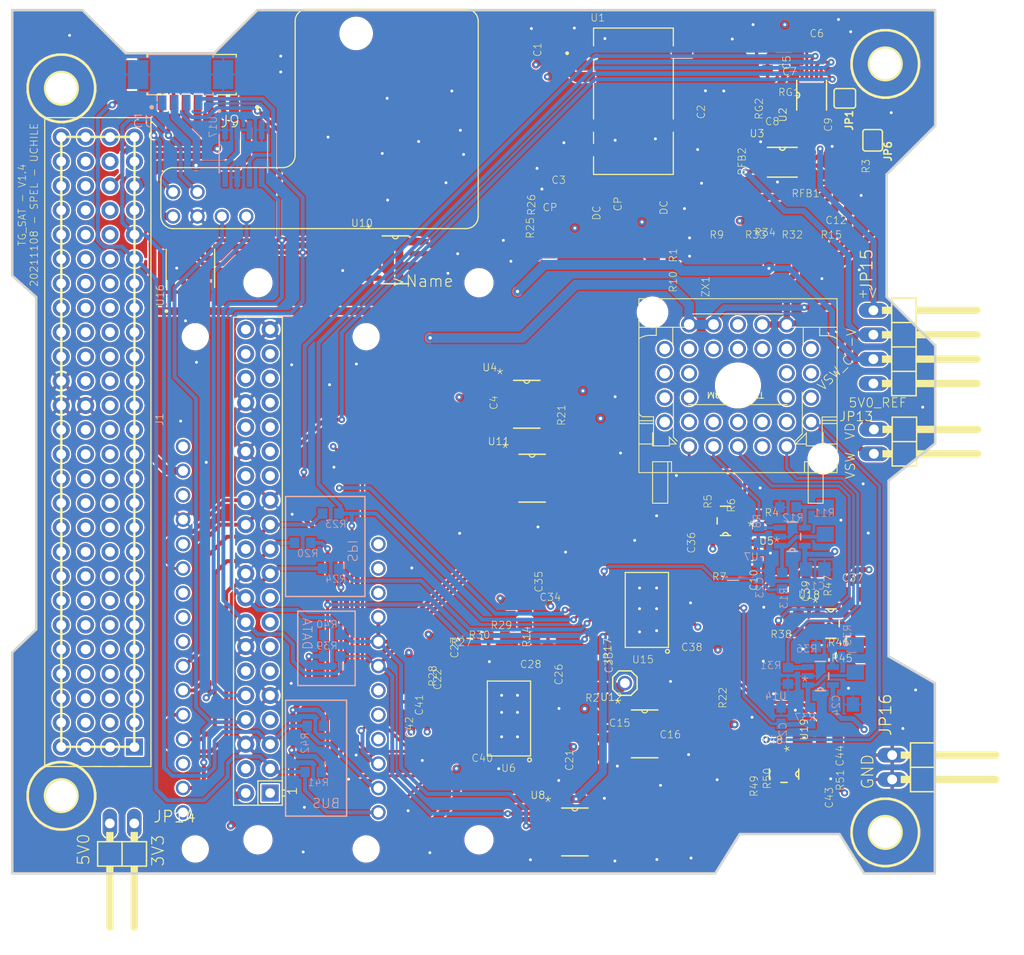
<source format=kicad_pcb>
(kicad_pcb (version 20171130) (host pcbnew "(5.1.2)-2")
  (layers (0 Top signal) (1 Route2 signal) (2 Route15 signal) (31 Bottom signal) (34 B.Paste user) (35 F.Paste user) (36 B.SilkS user) (37 F.SilkS user) (38 B.Mask user) (39 F.Mask user) (44 Edge.Cuts user))
  (net 0 "")
  (net 1 3V3)
  (net 2 "Net-(J1-Pad104)")
  (net 3 "Net-(J1-Pad103)")
  (net 4 "Net-(J1-Pad102)")
  (net 5 "Net-(J1-Pad101)")
  (net 6 "Net-(J1-Pad100)")
  (net 7 "Net-(J1-Pad99)")
  (net 8 "Net-(J1-Pad98)")
  (net 9 "Net-(J1-Pad97)")
  (net 10 "Net-(J1-Pad96)")
  (net 11 "Net-(J1-Pad95)")
  (net 12 /GND)
  (net 13 "Net-(J1-Pad92)")
  (net 14 "Net-(J1-Pad91)")
  (net 15 "Net-(J1-Pad90)")
  (net 16 "Net-(J1-Pad89)")
  (net 17 "Net-(J1-Pad88)")
  (net 18 "Net-(J1-Pad87)")
  (net 19 "Net-(J1-Pad86)")
  (net 20 "Net-(J1-Pad85)")
  (net 21 "Net-(J1-Pad84)")
  (net 22 "Net-(J1-Pad83)")
  (net 23 "Net-(J1-Pad82)")
  (net 24 "Net-(J1-Pad81)")
  (net 25 "Net-(J1-Pad80)")
  (net 26 "Net-(J1-Pad79)")
  (net 27 "Net-(J1-Pad78)")
  (net 28 "Net-(J1-Pad77)")
  (net 29 "Net-(J1-Pad76)")
  (net 30 "Net-(J1-Pad75)")
  (net 31 "Net-(J1-Pad74)")
  (net 32 "Net-(J1-Pad73)")
  (net 33 "Net-(J1-Pad72)")
  (net 34 "Net-(J1-Pad71)")
  (net 35 "Net-(J1-Pad70)")
  (net 36 "Net-(J1-Pad69)")
  (net 37 /AGND)
  (net 38 "Net-(J1-Pad66)")
  (net 39 "Net-(J1-Pad65)")
  (net 40 "Net-(J1-Pad64)")
  (net 41 "Net-(J1-Pad63)")
  (net 42 "Net-(J1-Pad62)")
  (net 43 "Net-(J1-Pad61)")
  (net 44 "Net-(J1-Pad60)")
  (net 45 "Net-(J1-Pad59)")
  (net 46 "Net-(J1-Pad58)")
  (net 47 "Net-(J1-Pad57)")
  (net 48 "Net-(J1-Pad56)")
  (net 49 "Net-(J1-Pad55)")
  (net 50 "Net-(J1-Pad54)")
  (net 51 "Net-(J1-Pad53)")
  (net 52 "Net-(J1-Pad52)")
  (net 53 "Net-(J1-Pad51)")
  (net 54 /5V0)
  (net 55 "Net-(J1-Pad49)")
  (net 56 "Net-(J1-Pad48)")
  (net 57 "Net-(J1-Pad47)")
  (net 58 "Net-(J1-Pad46)")
  (net 59 "Net-(J1-Pad45)")
  (net 60 "Net-(J1-Pad44)")
  (net 61 "Net-(J1-Pad43)")
  (net 62 "Net-(J1-Pad42)")
  (net 63 "Net-(J1-Pad41)")
  (net 64 "Net-(J1-Pad40)")
  (net 65 "Net-(J1-Pad39)")
  (net 66 "Net-(J1-Pad38)")
  (net 67 "Net-(J1-Pad37)")
  (net 68 "Net-(J1-Pad36)")
  (net 69 "Net-(J1-Pad35)")
  (net 70 "Net-(J1-Pad34)")
  (net 71 "Net-(J1-Pad33)")
  (net 72 "Net-(J1-Pad32)")
  (net 73 "Net-(J1-Pad31)")
  (net 74 "Net-(J1-Pad30)")
  (net 75 "Net-(J1-Pad29)")
  (net 76 "Net-(J1-Pad28)")
  (net 77 "Net-(J1-Pad27)")
  (net 78 "Net-(J1-Pad26)")
  (net 79 "Net-(J1-Pad25)")
  (net 80 "Net-(J1-Pad23)")
  (net 81 /SCL-BUS)
  (net 82 /SDA-BUS)
  (net 83 "Net-(J1-Pad20)")
  (net 84 "Net-(J1-Pad19)")
  (net 85 "Net-(J1-Pad18)")
  (net 86 "Net-(J1-Pad17)")
  (net 87 "Net-(J1-Pad16)")
  (net 88 "Net-(J1-Pad15)")
  (net 89 "Net-(J1-Pad14)")
  (net 90 "Net-(J1-Pad13)")
  (net 91 "Net-(J1-Pad12)")
  (net 92 "Net-(J1-Pad11)")
  (net 93 "Net-(J1-Pad10)")
  (net 94 "Net-(J1-Pad9)")
  (net 95 "Net-(J1-Pad8)")
  (net 96 "Net-(J1-Pad7)")
  (net 97 "Net-(J1-Pad6)")
  (net 98 "Net-(J1-Pad5)")
  (net 99 "Net-(J1-Pad4)")
  (net 100 "Net-(J1-Pad3)")
  (net 101 "Net-(J1-Pad2)")
  (net 102 "Net-(J1-Pad1)")
  (net 103 /ADC_V_CS)
  (net 104 "Net-(J2-Pad4)")
  (net 105 "Net-(J2-Pad5)")
  (net 106 "Net-(J2-Pad6)")
  (net 107 /SDA-DATA)
  (net 108 /SCL-DATA)
  (net 109 "Net-(J2-Pad10)")
  (net 110 "Net-(J2-Pad11)")
  (net 111 "Net-(J2-Pad12)")
  (net 112 "Net-(J2-Pad28)")
  (net 113 "Net-(J2-Pad26)")
  (net 114 "Net-(J2-Pad24)")
  (net 115 /ADC_T_CS)
  (net 116 "Net-(J2-Pad22)")
  (net 117 "Net-(J2-Pad21)")
  (net 118 "Net-(J2-Pad20)")
  (net 119 /CS_DAC)
  (net 120 /SCLK_C)
  (net 121 /MOSI_C)
  (net 122 /MISO_C)
  (net 123 /RX)
  (net 124 /TX)
  (net 125 "Net-(J2-Pad13)")
  (net 126 "Net-(U9-Pad40)")
  (net 127 "Net-(U9-Pad38)")
  (net 128 "Net-(U9-Pad37)")
  (net 129 "Net-(U9-Pad36)")
  (net 130 "Net-(U9-Pad35)")
  (net 131 "Net-(U9-Pad33)")
  (net 132 "Net-(U9-Pad31)")
  (net 133 "Net-(U9-Pad29)")
  (net 134 "Net-(U9-Pad28)")
  (net 135 "Net-(U9-Pad27)")
  (net 136 "Net-(U9-Pad22)")
  (net 137 "Net-(U9-Pad15)")
  (net 138 "Net-(U9-Pad13)")
  (net 139 "Net-(U9-Pad12)")
  (net 140 "Net-(U9-Pad11)")
  (net 141 "Net-(U9-Pad7)")
  (net 142 "Net-(ZX1-Pad32)")
  (net 143 "Net-(ZX1-Pad31)")
  (net 144 "Net-(ZX1-Pad30)")
  (net 145 /VDRAIN)
  (net 146 "Net-(ZX1-Pad28)")
  (net 147 "Net-(ZX1-Pad26)")
  (net 148 "Net-(ZX1-Pad25)")
  (net 149 "Net-(ZX1-Pad24)")
  (net 150 /VSWEEP)
  (net 151 "Net-(ZX1-Pad22)")
  (net 152 "Net-(ZX1-Pad20)")
  (net 153 "Net-(ZX1-Pad19)")
  (net 154 "Net-(ZX1-Pad18)")
  (net 155 "Net-(ZX1-Pad17)")
  (net 156 "Net-(ZX1-Pad16)")
  (net 157 "Net-(ZX1-Pad15)")
  (net 158 /CH7)
  (net 159 /CH6)
  (net 160 "Net-(ZX1-Pad12)")
  (net 161 /CH5)
  (net 162 "Net-(ZX1-Pad10)")
  (net 163 /CH4)
  (net 164 "Net-(ZX1-Pad8)")
  (net 165 /CH3)
  (net 166 "Net-(ZX1-Pad6)")
  (net 167 /CH2)
  (net 168 /CH1)
  (net 169 "Net-(ZX1-Pad3)")
  (net 170 /CH0)
  (net 171 "Net-(ZX1-Pad1)")
  (net 172 /+V_SW)
  (net 173 /-V_SW)
  (net 174 /REF_DAC)
  (net 175 /5V0_REF)
  (net 176 /MOSI)
  (net 177 /SCLK)
  (net 178 "Net-(U2-Pad5)")
  (net 179 "Net-(JP1-Pad2)")
  (net 180 /VOUTB)
  (net 181 /VOUTA)
  (net 182 /VOUT_SW)
  (net 183 "Net-(RFB2-Pad1)")
  (net 184 "Net-(RFB1-Pad1)")
  (net 185 /-INU5)
  (net 186 "Net-(R5-Pad2)")
  (net 187 /OCH2)
  (net 188 "Net-(U4-Pad8)")
  (net 189 "Net-(U4-Pad7)")
  (net 190 "Net-(U4-Pad5)")
  (net 191 "Net-(U4-Pad3)")
  (net 192 "Net-(U4-Pad1)")
  (net 193 "Net-(U12-Pad8)")
  (net 194 "Net-(U12-Pad7)")
  (net 195 /2V5_REF)
  (net 196 "Net-(U12-Pad5)")
  (net 197 "Net-(U12-Pad3)")
  (net 198 "Net-(U12-Pad1)")
  (net 199 /VSW_COND)
  (net 200 "Net-(R33-Pad1)")
  (net 201 "Net-(U15-Pad30)")
  (net 202 "Net-(U15-Pad29)")
  (net 203 /MISO)
  (net 204 "Net-(U15-Pad20)")
  (net 205 "Net-(U15-Pad19)")
  (net 206 /OCH3)
  (net 207 "Net-(U15-Pad16)")
  (net 208 "Net-(U15-Pad15)")
  (net 209 /OCH4)
  (net 210 "Net-(U15-Pad13)")
  (net 211 /OCH6)
  (net 212 /OCH7)
  (net 213 "Net-(U15-Pad07)")
  (net 214 "Net-(U15-Pad02)")
  (net 215 "Net-(U15-Pad01)")
  (net 216 "Net-(U6-Pad30)")
  (net 217 "Net-(U6-Pad29)")
  (net 218 /VAR_CH0)
  (net 219 "Net-(U6-Pad19)")
  (net 220 /VAR_CH2)
  (net 221 "Net-(U6-Pad17)")
  (net 222 "Net-(U6-Pad16)")
  (net 223 "Net-(U6-Pad15)")
  (net 224 /VAR_CH4)
  (net 225 "Net-(U6-Pad13)")
  (net 226 /VAR_CH6)
  (net 227 "Net-(U6-Pad11)")
  (net 228 "Net-(U6-Pad07)")
  (net 229 "Net-(U6-Pad02)")
  (net 230 "Net-(U6-Pad01)")
  (net 231 "Net-(JP17-Pad1)")
  (net 232 "Net-(R14-Pad1)")
  (net 233 "Net-(U8-Pad3)")
  (net 234 "Net-(U10-Pad3)")
  (net 235 "Net-(U11-Pad3)")
  (net 236 /-INU7)
  (net 237 "Net-(R11-Pad2)")
  (net 238 /-INU14)
  (net 239 "Net-(R35-Pad2)")
  (net 240 /-INU18)
  (net 241 "Net-(R45-Pad2)")
  (net 242 /-INU19)
  (net 243 "Net-(R49-Pad2)")
  (module "" (layer Top) (at 224.018 54.2039)
    (fp_text reference @HOLE0 hide)
    (fp_text value "" (at 0 0) (layer F.SilkS) (effects (font (size 1.27 1.27))))
    (pad "" np_thru_hole circle (at 0 0) (size 4.5 4.5) (drill 4.5) (layers *.Cu *.Mask))
  )
  (module TG_SAT_24V0_V1.4:SUCHAI_PCB (layer Top) (at 148.5011 105.0036)
    (fp_text reference J1 (at 14.879 -47.958 90) (layer F.SilkS) (effects (font (size 0.77216 0.77216) (thickness 0.061772)) (justify right top)))
    (fp_text value SUCHAI_PCB hide)
    (fp_line (start 0 -62.23) (end 0 -89.88) (layer Edge.Cuts) (width 0.254))
    (fp_line (start 2.5 -60) (end 0 -62.23) (layer Edge.Cuts) (width 0.254))
    (fp_line (start 2.5 -25.4) (end 2.5 -60) (layer Edge.Cuts) (width 0.254))
    (fp_line (start 0 -23) (end 2.5 -25.4) (layer Edge.Cuts) (width 0.254))
    (fp_line (start 0 0) (end 0 -23) (layer Edge.Cuts) (width 0.254))
    (fp_arc (start 25.51 -89.88) (end 25.51 -89.9435) (angle -180) (layer Edge.Cuts) (width 0.001))
    (fp_arc (start 96.0374 -89.88) (end 96.0374 -89.8165) (angle -180) (layer Edge.Cuts) (width 0.001))
    (fp_line (start 25.51 -89.88) (end 96.0374 -89.88) (layer Edge.Cuts) (width 0.254))
    (fp_arc (start 21.02 -85.4) (end 20.9751 -85.445) (angle -180) (layer Edge.Cuts) (width 0.001))
    (fp_arc (start 25.51 -89.88) (end 25.5549 -89.835) (angle -180) (layer Edge.Cuts) (width 0.001))
    (fp_line (start 21.02 -85.4) (end 25.51 -89.88) (layer Edge.Cuts) (width 0.254))
    (fp_arc (start 11.8 -85.4) (end 11.8 -85.4635) (angle -180) (layer Edge.Cuts) (width 0.001))
    (fp_arc (start 21.02 -85.4) (end 21.02 -85.3365) (angle -180) (layer Edge.Cuts) (width 0.001))
    (fp_line (start 11.8 -85.4) (end 21.02 -85.4) (layer Edge.Cuts) (width 0.254))
    (fp_arc (start 7.32 -89.88) (end 7.3649 -89.9249) (angle -180) (layer Edge.Cuts) (width 0.001))
    (fp_arc (start 11.8 -85.4) (end 11.7551 -85.3551) (angle -180) (layer Edge.Cuts) (width 0.001))
    (fp_line (start 7.32 -89.88) (end 11.8 -85.4) (layer Edge.Cuts) (width 0.254))
    (fp_arc (start 0 -89.88) (end 0 -89.9435) (angle -180) (layer Edge.Cuts) (width 0.001))
    (fp_arc (start 7.32 -89.88) (end 7.32 -89.8165) (angle -180) (layer Edge.Cuts) (width 0.001))
    (fp_line (start 0 -89.88) (end 7.32 -89.88) (layer Edge.Cuts) (width 0.254))
    (fp_arc (start 96.0374 -77.8256) (end 95.9739 -77.8256) (angle -180) (layer Edge.Cuts) (width 0.001))
    (fp_arc (start 96.0374 -89.88) (end 96.0374 -89.9435) (angle -90) (layer Edge.Cuts) (width 0.001))
    (fp_arc (start 96.0374 -89.88) (end 96.1009 -89.88) (angle -90) (layer Edge.Cuts) (width 0.001))
    (fp_line (start 96.0374 -89.8165) (end 96.0374 -89.88) (layer Edge.Cuts) (width 0.001))
    (fp_line (start 96.0374 -77.8256) (end 96.0374 -89.8165) (layer Edge.Cuts) (width 0.254))
    (fp_arc (start 90.9828 -72.771) (end 90.9379 -72.8159) (angle -180) (layer Edge.Cuts) (width 0.001))
    (fp_arc (start 96.0374 -77.8256) (end 96.0823 -77.7807) (angle -180) (layer Edge.Cuts) (width 0.001))
    (fp_line (start 90.9828 -72.771) (end 96.0374 -77.8256) (layer Edge.Cuts) (width 0.254))
    (fp_arc (start 90.9828 -60.0202) (end 90.9193 -60.0202) (angle -180) (layer Edge.Cuts) (width 0.001))
    (fp_arc (start 90.9828 -72.771) (end 91.0463 -72.771) (angle -180) (layer Edge.Cuts) (width 0.001))
    (fp_line (start 90.9828 -60.0202) (end 90.9828 -72.771) (layer Edge.Cuts) (width 0.254))
    (fp_arc (start 96.0374 -54.9656) (end 95.9925 -54.9207) (angle -180) (layer Edge.Cuts) (width 0.001))
    (fp_arc (start 90.9828 -60.0202) (end 91.0277 -60.0651) (angle -180) (layer Edge.Cuts) (width 0.001))
    (fp_line (start 96.0374 -54.9656) (end 90.9828 -60.0202) (layer Edge.Cuts) (width 0.254))
    (fp_arc (start 96.0374 -44.7548) (end 95.9739 -44.7548) (angle -180) (layer Edge.Cuts) (width 0.001))
    (fp_arc (start 96.0374 -54.9656) (end 96.1009 -54.9656) (angle -180) (layer Edge.Cuts) (width 0.001))
    (fp_line (start 96.0374 -44.7548) (end 96.0374 -54.9656) (layer Edge.Cuts) (width 0.254))
    (fp_arc (start 91.186 -40.894) (end 91.1465 -40.9437) (angle -180) (layer Edge.Cuts) (width 0.001))
    (fp_arc (start 96.0374 -44.7548) (end 96.0769 -44.7051) (angle -180) (layer Edge.Cuts) (width 0.001))
    (fp_line (start 91.186 -40.894) (end 96.0374 -44.7548) (layer Edge.Cuts) (width 0.254))
    (fp_arc (start 91.186 -22.606) (end 91.1225 -22.606) (angle -180) (layer Edge.Cuts) (width 0.001))
    (fp_arc (start 91.186 -40.894) (end 91.2495 -40.894) (angle -180) (layer Edge.Cuts) (width 0.001))
    (fp_line (start 91.186 -22.606) (end 91.186 -40.894) (layer Edge.Cuts) (width 0.254))
    (fp_arc (start 96.012 -19.812) (end 95.9802 -19.757) (angle -180) (layer Edge.Cuts) (width 0.001))
    (fp_arc (start 91.186 -22.606) (end 91.2178 -22.661) (angle -180) (layer Edge.Cuts) (width 0.001))
    (fp_line (start 96.012 -19.812) (end 91.186 -22.606) (layer Edge.Cuts) (width 0.254))
    (fp_arc (start 96.012 0) (end 95.9485 0) (angle -180) (layer Edge.Cuts) (width 0.001))
    (fp_arc (start 96.012 -19.812) (end 96.0755 -19.812) (angle -180) (layer Edge.Cuts) (width 0.001))
    (fp_line (start 96.012 0) (end 96.012 -19.812) (layer Edge.Cuts) (width 0.254))
    (fp_arc (start 86.09 -4.096) (end 86.09 -4.0325) (angle -180) (layer Edge.Cuts) (width 0.001))
    (fp_arc (start 75.7 -4.096) (end 75.7 -4.1595) (angle -180) (layer Edge.Cuts) (width 0.001))
    (fp_line (start 86.09 -4.096) (end 75.7 -4.096) (layer Edge.Cuts) (width 0.254))
    (fp_arc (start 88.646 0) (end 88.646 -0.0635) (angle -180) (layer Edge.Cuts) (width 0.001))
    (fp_arc (start 96.012 0) (end 96.0755 0) (angle -90) (layer Edge.Cuts) (width 0.001))
    (fp_arc (start 96.012 0) (end 96.012 0.0635) (angle -90) (layer Edge.Cuts) (width 0.001))
    (fp_line (start 95.9485 0) (end 96.012 0) (layer Edge.Cuts) (width 0.001))
    (fp_line (start 88.646 0) (end 95.9485 0) (layer Edge.Cuts) (width 0.254))
    (fp_arc (start 86.09 -4.096) (end 86.1439 -4.1296) (angle -180) (layer Edge.Cuts) (width 0.001))
    (fp_arc (start 88.646 0) (end 88.5921 0.0336) (angle -180) (layer Edge.Cuts) (width 0.001))
    (fp_line (start 86.09 -4.096) (end 88.646 0) (layer Edge.Cuts) (width 0.254))
    (fp_arc (start 73.152 0) (end 73.0981 -0.0335) (angle -180) (layer Edge.Cuts) (width 0.001))
    (fp_arc (start 75.7 -4.096) (end 75.7539 -4.0625) (angle -180) (layer Edge.Cuts) (width 0.001))
    (fp_line (start 73.152 0) (end 75.7 -4.096) (layer Edge.Cuts) (width 0.254))
    (fp_arc (start 0 0) (end 0 -0.0635) (angle -180) (layer Edge.Cuts) (width 0.001))
    (fp_arc (start 73.152 0) (end 73.152 0.0635) (angle -180) (layer Edge.Cuts) (width 0.001))
    (fp_line (start 0 0) (end 73.152 0) (layer Edge.Cuts) (width 0.254))
    (fp_arc (start 0 -89.88) (end 0 -89.9435) (angle -90) (layer Edge.Cuts) (width 0.001))
    (fp_arc (start 0 -89.88) (end 0.0635 -89.88) (angle -90) (layer Edge.Cuts) (width 0.001))
    (fp_arc (start 0 0) (end 0 0.0635) (angle -90) (layer Edge.Cuts) (width 0.001))
    (fp_arc (start 0 0) (end -0.0635 0) (angle -90) (layer Edge.Cuts) (width 0.001))
    (fp_line (start 0 -0.0635) (end 0 0) (layer Edge.Cuts) (width 0.001))
    (fp_line (start 0 -89.88) (end 0 -89.8165) (layer Edge.Cuts) (width 0.001))
    (pad "" np_thru_hole circle (at 5.12 -81.74) (size 3.2 3.2) (drill 3.2) (layers *.Cu *.Mask))
    (pad "" np_thru_hole circle (at 90.85 -84.28) (size 3.2 3.2) (drill 3.2) (layers *.Cu *.Mask))
    (pad "" np_thru_hole circle (at 90.85 -4.27) (size 3.2 3.2) (drill 3.2) (layers *.Cu *.Mask))
    (pad "" np_thru_hole circle (at 5.12 -8.08) (size 3.2 3.2) (drill 3.2) (layers *.Cu *.Mask))
    (pad P$4 thru_hole circle (at 5.12 -81.74) (size 7 7) (drill 3.2) (layers *.Cu *.Mask))
    (pad P$3 thru_hole circle (at 90.85 -84.28) (size 7 7) (drill 3.2) (layers *.Cu *.Mask))
    (pad P$2 thru_hole circle (at 90.85 -4.27) (size 7 7) (drill 3.2) (layers *.Cu *.Mask))
    (pad GND thru_hole circle (at 5.12 -8.08) (size 7 7) (drill 3.2) (layers *.Cu *.Mask))
    (pad 104 thru_hole circle (at 5.1 -76.66 270) (size 1.778 1.778) (drill 1.016) (layers *.Cu *.Mask) (net 2 "Net-(J1-Pad104)"))
    (pad 103 thru_hole circle (at 5.1 -74.12 270) (size 1.778 1.778) (drill 1.016) (layers *.Cu *.Mask) (net 3 "Net-(J1-Pad103)"))
    (pad 102 thru_hole circle (at 5.1 -71.58 270) (size 1.778 1.778) (drill 1.016) (layers *.Cu *.Mask) (net 4 "Net-(J1-Pad102)"))
    (pad 101 thru_hole circle (at 5.1 -69.04 270) (size 1.778 1.778) (drill 1.016) (layers *.Cu *.Mask) (net 5 "Net-(J1-Pad101)"))
    (pad 100 thru_hole circle (at 5.1 -66.5 270) (size 1.778 1.778) (drill 1.016) (layers *.Cu *.Mask) (net 6 "Net-(J1-Pad100)"))
    (pad 99 thru_hole circle (at 5.1 -63.96 270) (size 1.778 1.778) (drill 1.016) (layers *.Cu *.Mask) (net 7 "Net-(J1-Pad99)"))
    (pad 98 thru_hole circle (at 5.1 -61.42 270) (size 1.778 1.778) (drill 1.016) (layers *.Cu *.Mask) (net 8 "Net-(J1-Pad98)"))
    (pad 97 thru_hole circle (at 5.1 -58.88 270) (size 1.778 1.778) (drill 1.016) (layers *.Cu *.Mask) (net 9 "Net-(J1-Pad97)"))
    (pad 96 thru_hole circle (at 5.1 -56.34 270) (size 1.778 1.778) (drill 1.016) (layers *.Cu *.Mask) (net 10 "Net-(J1-Pad96)"))
    (pad 95 thru_hole circle (at 5.1 -53.8 270) (size 1.778 1.778) (drill 1.016) (layers *.Cu *.Mask) (net 11 "Net-(J1-Pad95)"))
    (pad 94 thru_hole circle (at 5.1 -51.26 270) (size 1.778 1.778) (drill 1.016) (layers *.Cu *.Mask) (net 12 /GND))
    (pad 93 thru_hole circle (at 5.1 -48.72 270) (size 1.778 1.778) (drill 1.016) (layers *.Cu *.Mask) (net 12 /GND))
    (pad 92 thru_hole circle (at 5.1 -46.18 270) (size 1.778 1.778) (drill 1.016) (layers *.Cu *.Mask) (net 13 "Net-(J1-Pad92)"))
    (pad 91 thru_hole circle (at 5.1 -43.64 270) (size 1.778 1.778) (drill 1.016) (layers *.Cu *.Mask) (net 14 "Net-(J1-Pad91)"))
    (pad 90 thru_hole circle (at 5.1 -41.1 270) (size 1.778 1.778) (drill 1.016) (layers *.Cu *.Mask) (net 15 "Net-(J1-Pad90)"))
    (pad 89 thru_hole circle (at 5.1 -38.56 270) (size 1.778 1.778) (drill 1.016) (layers *.Cu *.Mask) (net 16 "Net-(J1-Pad89)"))
    (pad 88 thru_hole circle (at 5.1 -36.02 270) (size 1.778 1.778) (drill 1.016) (layers *.Cu *.Mask) (net 17 "Net-(J1-Pad88)"))
    (pad 87 thru_hole circle (at 5.1 -33.48 270) (size 1.778 1.778) (drill 1.016) (layers *.Cu *.Mask) (net 18 "Net-(J1-Pad87)"))
    (pad 86 thru_hole circle (at 5.1 -30.94 270) (size 1.778 1.778) (drill 1.016) (layers *.Cu *.Mask) (net 19 "Net-(J1-Pad86)"))
    (pad 85 thru_hole circle (at 5.1 -28.4 270) (size 1.778 1.778) (drill 1.016) (layers *.Cu *.Mask) (net 20 "Net-(J1-Pad85)"))
    (pad 84 thru_hole circle (at 5.1 -25.86 270) (size 1.778 1.778) (drill 1.016) (layers *.Cu *.Mask) (net 21 "Net-(J1-Pad84)"))
    (pad 83 thru_hole circle (at 5.1 -23.32 270) (size 1.778 1.778) (drill 1.016) (layers *.Cu *.Mask) (net 22 "Net-(J1-Pad83)"))
    (pad 82 thru_hole circle (at 5.1 -20.78 270) (size 1.778 1.778) (drill 1.016) (layers *.Cu *.Mask) (net 23 "Net-(J1-Pad82)"))
    (pad 81 thru_hole circle (at 5.1 -18.24 270) (size 1.778 1.778) (drill 1.016) (layers *.Cu *.Mask) (net 24 "Net-(J1-Pad81)"))
    (pad 80 thru_hole circle (at 5.1 -15.7 270) (size 1.778 1.778) (drill 1.016) (layers *.Cu *.Mask) (net 25 "Net-(J1-Pad80)"))
    (pad 79 thru_hole circle (at 5.1 -13.16 270) (size 1.778 1.778) (drill 1.016) (layers *.Cu *.Mask) (net 26 "Net-(J1-Pad79)"))
    (pad 78 thru_hole circle (at 7.64 -76.66 270) (size 1.778 1.778) (drill 1.016) (layers *.Cu *.Mask) (net 27 "Net-(J1-Pad78)"))
    (pad 77 thru_hole circle (at 7.64 -74.12 270) (size 1.778 1.778) (drill 1.016) (layers *.Cu *.Mask) (net 28 "Net-(J1-Pad77)"))
    (pad 76 thru_hole circle (at 7.64 -71.58 270) (size 1.778 1.778) (drill 1.016) (layers *.Cu *.Mask) (net 29 "Net-(J1-Pad76)"))
    (pad 75 thru_hole circle (at 7.64 -69.04 270) (size 1.778 1.778) (drill 1.016) (layers *.Cu *.Mask) (net 30 "Net-(J1-Pad75)"))
    (pad 74 thru_hole circle (at 7.64 -66.5 270) (size 1.778 1.778) (drill 1.016) (layers *.Cu *.Mask) (net 31 "Net-(J1-Pad74)"))
    (pad 73 thru_hole circle (at 7.64 -63.96 270) (size 1.778 1.778) (drill 1.016) (layers *.Cu *.Mask) (net 32 "Net-(J1-Pad73)"))
    (pad 72 thru_hole circle (at 7.64 -61.42 270) (size 1.778 1.778) (drill 1.016) (layers *.Cu *.Mask) (net 33 "Net-(J1-Pad72)"))
    (pad 71 thru_hole circle (at 7.64 -58.88 270) (size 1.778 1.778) (drill 1.016) (layers *.Cu *.Mask) (net 34 "Net-(J1-Pad71)"))
    (pad 70 thru_hole circle (at 7.64 -56.34 270) (size 1.778 1.778) (drill 1.016) (layers *.Cu *.Mask) (net 35 "Net-(J1-Pad70)"))
    (pad 69 thru_hole circle (at 7.64 -53.8 270) (size 1.778 1.778) (drill 1.016) (layers *.Cu *.Mask) (net 36 "Net-(J1-Pad69)"))
    (pad 68 thru_hole circle (at 7.64 -51.26 270) (size 1.778 1.778) (drill 1.016) (layers *.Cu *.Mask) (net 37 /AGND))
    (pad 67 thru_hole circle (at 7.64 -48.72 270) (size 1.778 1.778) (drill 1.016) (layers *.Cu *.Mask) (net 12 /GND))
    (pad 66 thru_hole circle (at 7.64 -46.18 270) (size 1.778 1.778) (drill 1.016) (layers *.Cu *.Mask) (net 38 "Net-(J1-Pad66)"))
    (pad 65 thru_hole circle (at 7.64 -43.64 270) (size 1.778 1.778) (drill 1.016) (layers *.Cu *.Mask) (net 39 "Net-(J1-Pad65)"))
    (pad 64 thru_hole circle (at 7.64 -41.1 270) (size 1.778 1.778) (drill 1.016) (layers *.Cu *.Mask) (net 40 "Net-(J1-Pad64)"))
    (pad 63 thru_hole circle (at 7.64 -38.56 270) (size 1.778 1.778) (drill 1.016) (layers *.Cu *.Mask) (net 41 "Net-(J1-Pad63)"))
    (pad 62 thru_hole circle (at 7.64 -36.02 270) (size 1.778 1.778) (drill 1.016) (layers *.Cu *.Mask) (net 42 "Net-(J1-Pad62)"))
    (pad 61 thru_hole circle (at 7.64 -33.48 270) (size 1.778 1.778) (drill 1.016) (layers *.Cu *.Mask) (net 43 "Net-(J1-Pad61)"))
    (pad 60 thru_hole circle (at 7.64 -30.94 270) (size 1.778 1.778) (drill 1.016) (layers *.Cu *.Mask) (net 44 "Net-(J1-Pad60)"))
    (pad 59 thru_hole circle (at 7.64 -28.4 270) (size 1.778 1.778) (drill 1.016) (layers *.Cu *.Mask) (net 45 "Net-(J1-Pad59)"))
    (pad 58 thru_hole circle (at 7.64 -25.86 270) (size 1.778 1.778) (drill 1.016) (layers *.Cu *.Mask) (net 46 "Net-(J1-Pad58)"))
    (pad 57 thru_hole circle (at 7.64 -23.32 270) (size 1.778 1.778) (drill 1.016) (layers *.Cu *.Mask) (net 47 "Net-(J1-Pad57)"))
    (pad 56 thru_hole circle (at 7.64 -20.78 270) (size 1.778 1.778) (drill 1.016) (layers *.Cu *.Mask) (net 48 "Net-(J1-Pad56)"))
    (pad 55 thru_hole circle (at 7.64 -18.24 270) (size 1.778 1.778) (drill 1.016) (layers *.Cu *.Mask) (net 49 "Net-(J1-Pad55)"))
    (pad 54 thru_hole circle (at 7.64 -15.7 270) (size 1.778 1.778) (drill 1.016) (layers *.Cu *.Mask) (net 50 "Net-(J1-Pad54)"))
    (pad 53 thru_hole circle (at 7.64 -13.16 270) (size 1.778 1.778) (drill 1.016) (layers *.Cu *.Mask) (net 51 "Net-(J1-Pad53)"))
    (pad 52 thru_hole circle (at 10.18 -76.66 270) (size 1.778 1.778) (drill 1.016) (layers *.Cu *.Mask) (net 52 "Net-(J1-Pad52)"))
    (pad 51 thru_hole circle (at 10.18 -74.12 270) (size 1.778 1.778) (drill 1.016) (layers *.Cu *.Mask) (net 53 "Net-(J1-Pad51)"))
    (pad 50 thru_hole circle (at 10.18 -71.58 270) (size 1.778 1.778) (drill 1.016) (layers *.Cu *.Mask) (net 54 /5V0))
    (pad 49 thru_hole circle (at 10.18 -69.04 270) (size 1.778 1.778) (drill 1.016) (layers *.Cu *.Mask) (net 55 "Net-(J1-Pad49)"))
    (pad 48 thru_hole circle (at 10.18 -66.5 270) (size 1.778 1.778) (drill 1.016) (layers *.Cu *.Mask) (net 56 "Net-(J1-Pad48)"))
    (pad 47 thru_hole circle (at 10.18 -63.96 270) (size 1.778 1.778) (drill 1.016) (layers *.Cu *.Mask) (net 57 "Net-(J1-Pad47)"))
    (pad 46 thru_hole circle (at 10.18 -61.42 270) (size 1.778 1.778) (drill 1.016) (layers *.Cu *.Mask) (net 58 "Net-(J1-Pad46)"))
    (pad 45 thru_hole circle (at 10.18 -58.88 270) (size 1.778 1.778) (drill 1.016) (layers *.Cu *.Mask) (net 59 "Net-(J1-Pad45)"))
    (pad 44 thru_hole circle (at 10.18 -56.34 270) (size 1.778 1.778) (drill 1.016) (layers *.Cu *.Mask) (net 60 "Net-(J1-Pad44)"))
    (pad 43 thru_hole circle (at 10.18 -53.8 270) (size 1.778 1.778) (drill 1.016) (layers *.Cu *.Mask) (net 61 "Net-(J1-Pad43)"))
    (pad 42 thru_hole circle (at 10.18 -51.26 270) (size 1.778 1.778) (drill 1.016) (layers *.Cu *.Mask) (net 62 "Net-(J1-Pad42)"))
    (pad 41 thru_hole circle (at 10.18 -48.72 270) (size 1.778 1.778) (drill 1.016) (layers *.Cu *.Mask) (net 63 "Net-(J1-Pad41)"))
    (pad 40 thru_hole circle (at 10.18 -46.18 270) (size 1.778 1.778) (drill 1.016) (layers *.Cu *.Mask) (net 64 "Net-(J1-Pad40)"))
    (pad 39 thru_hole circle (at 10.18 -43.64 270) (size 1.778 1.778) (drill 1.016) (layers *.Cu *.Mask) (net 65 "Net-(J1-Pad39)"))
    (pad 38 thru_hole circle (at 10.18 -41.1 270) (size 1.778 1.778) (drill 1.016) (layers *.Cu *.Mask) (net 66 "Net-(J1-Pad38)"))
    (pad 37 thru_hole circle (at 10.18 -38.56 270) (size 1.778 1.778) (drill 1.016) (layers *.Cu *.Mask) (net 67 "Net-(J1-Pad37)"))
    (pad 36 thru_hole circle (at 10.18 -36.02 270) (size 1.778 1.778) (drill 1.016) (layers *.Cu *.Mask) (net 68 "Net-(J1-Pad36)"))
    (pad 35 thru_hole circle (at 10.18 -33.48 270) (size 1.778 1.778) (drill 1.016) (layers *.Cu *.Mask) (net 69 "Net-(J1-Pad35)"))
    (pad 34 thru_hole circle (at 10.18 -30.94 270) (size 1.778 1.778) (drill 1.016) (layers *.Cu *.Mask) (net 70 "Net-(J1-Pad34)"))
    (pad 33 thru_hole circle (at 10.18 -28.4 270) (size 1.778 1.778) (drill 1.016) (layers *.Cu *.Mask) (net 71 "Net-(J1-Pad33)"))
    (pad 32 thru_hole circle (at 10.18 -25.86 270) (size 1.778 1.778) (drill 1.016) (layers *.Cu *.Mask) (net 72 "Net-(J1-Pad32)"))
    (pad 31 thru_hole circle (at 10.18 -23.32 270) (size 1.778 1.778) (drill 1.016) (layers *.Cu *.Mask) (net 73 "Net-(J1-Pad31)"))
    (pad 30 thru_hole circle (at 10.18 -20.78 270) (size 1.778 1.778) (drill 1.016) (layers *.Cu *.Mask) (net 74 "Net-(J1-Pad30)"))
    (pad 29 thru_hole circle (at 10.18 -18.24 270) (size 1.778 1.778) (drill 1.016) (layers *.Cu *.Mask) (net 75 "Net-(J1-Pad29)"))
    (pad 28 thru_hole circle (at 10.18 -15.7 270) (size 1.778 1.778) (drill 1.016) (layers *.Cu *.Mask) (net 76 "Net-(J1-Pad28)"))
    (pad 27 thru_hole circle (at 10.18 -13.16 270) (size 1.778 1.778) (drill 1.016) (layers *.Cu *.Mask) (net 77 "Net-(J1-Pad27)"))
    (pad 26 thru_hole circle (at 12.72 -76.66 270) (size 1.778 1.778) (drill 1.016) (layers *.Cu *.Mask) (net 78 "Net-(J1-Pad26)"))
    (pad 25 thru_hole circle (at 12.72 -74.12 270) (size 1.778 1.778) (drill 1.016) (layers *.Cu *.Mask) (net 79 "Net-(J1-Pad25)"))
    (pad 24 thru_hole circle (at 12.72 -71.58 270) (size 1.778 1.778) (drill 1.016) (layers *.Cu *.Mask) (net 1 3V3))
    (pad 23 thru_hole circle (at 12.72 -69.04 270) (size 1.778 1.778) (drill 1.016) (layers *.Cu *.Mask) (net 80 "Net-(J1-Pad23)"))
    (pad 22 thru_hole circle (at 12.72 -66.5 270) (size 1.778 1.778) (drill 1.016) (layers *.Cu *.Mask) (net 81 /SCL-BUS))
    (pad 21 thru_hole circle (at 12.72 -63.96 270) (size 1.778 1.778) (drill 1.016) (layers *.Cu *.Mask) (net 82 /SDA-BUS))
    (pad 20 thru_hole circle (at 12.72 -61.42 270) (size 1.778 1.778) (drill 1.016) (layers *.Cu *.Mask) (net 83 "Net-(J1-Pad20)"))
    (pad 19 thru_hole circle (at 12.72 -58.88 270) (size 1.778 1.778) (drill 1.016) (layers *.Cu *.Mask) (net 84 "Net-(J1-Pad19)"))
    (pad 18 thru_hole circle (at 12.72 -56.34 270) (size 1.778 1.778) (drill 1.016) (layers *.Cu *.Mask) (net 85 "Net-(J1-Pad18)"))
    (pad 17 thru_hole circle (at 12.72 -53.8 270) (size 1.778 1.778) (drill 1.016) (layers *.Cu *.Mask) (net 86 "Net-(J1-Pad17)"))
    (pad 16 thru_hole circle (at 12.72 -51.26 270) (size 1.778 1.778) (drill 1.016) (layers *.Cu *.Mask) (net 87 "Net-(J1-Pad16)"))
    (pad 15 thru_hole circle (at 12.72 -48.72 270) (size 1.778 1.778) (drill 1.016) (layers *.Cu *.Mask) (net 88 "Net-(J1-Pad15)"))
    (pad 14 thru_hole circle (at 12.72 -46.18 270) (size 1.778 1.778) (drill 1.016) (layers *.Cu *.Mask) (net 89 "Net-(J1-Pad14)"))
    (pad 13 thru_hole circle (at 12.72 -43.64 270) (size 1.778 1.778) (drill 1.016) (layers *.Cu *.Mask) (net 90 "Net-(J1-Pad13)"))
    (pad 12 thru_hole circle (at 12.72 -41.1 270) (size 1.778 1.778) (drill 1.016) (layers *.Cu *.Mask) (net 91 "Net-(J1-Pad12)"))
    (pad 11 thru_hole circle (at 12.72 -38.56 270) (size 1.778 1.778) (drill 1.016) (layers *.Cu *.Mask) (net 92 "Net-(J1-Pad11)"))
    (pad 10 thru_hole circle (at 12.72 -36.02 270) (size 1.778 1.778) (drill 1.016) (layers *.Cu *.Mask) (net 93 "Net-(J1-Pad10)"))
    (pad 9 thru_hole circle (at 12.72 -33.48 270) (size 1.778 1.778) (drill 1.016) (layers *.Cu *.Mask) (net 94 "Net-(J1-Pad9)"))
    (pad 8 thru_hole circle (at 12.72 -30.94 270) (size 1.778 1.778) (drill 1.016) (layers *.Cu *.Mask) (net 95 "Net-(J1-Pad8)"))
    (pad 7 thru_hole circle (at 12.72 -28.4 270) (size 1.778 1.778) (drill 1.016) (layers *.Cu *.Mask) (net 96 "Net-(J1-Pad7)"))
    (pad 6 thru_hole circle (at 12.72 -25.86 270) (size 1.778 1.778) (drill 1.016) (layers *.Cu *.Mask) (net 97 "Net-(J1-Pad6)"))
    (pad 5 thru_hole circle (at 12.72 -23.32 270) (size 1.778 1.778) (drill 1.016) (layers *.Cu *.Mask) (net 98 "Net-(J1-Pad5)"))
    (pad 4 thru_hole circle (at 12.72 -20.78 270) (size 1.778 1.778) (drill 1.016) (layers *.Cu *.Mask) (net 99 "Net-(J1-Pad4)"))
    (pad 3 thru_hole circle (at 12.72 -18.24 270) (size 1.7 1.7) (drill 1.016) (layers *.Cu *.Mask) (net 100 "Net-(J1-Pad3)"))
    (pad 2 thru_hole circle (at 12.72 -15.7 270) (size 1.7 1.7) (drill 1.016) (layers *.Cu *.Mask) (net 101 "Net-(J1-Pad2)"))
    (pad 1 thru_hole rect (at 12.72 -13.16 270) (size 1.778 1.778) (drill 1.016) (layers *.Cu *.Mask) (net 102 "Net-(J1-Pad1)"))
  )
  (module TG_SAT_24V0_V1.4:THING_PLUS (layer Top) (at 176.4411 79.6036 180)
    (fp_text reference J2 hide)
    (fp_text value THING_PLUS hide)
    (fp_text user >Name (at -11.43 35.56 180) (layer F.SilkS) (effects (font (size 1.2065 1.2065) (thickness 0.1016)) (justify left bottom)))
    (pad "" np_thru_hole circle (at 8.89 30.48 180) (size 2.54 2.54) (drill 2.54) (layers *.Cu *.Mask))
    (pad "" np_thru_hole circle (at -8.89 30.48 180) (size 2.54 2.54) (drill 2.54) (layers *.Cu *.Mask))
    (pad "" np_thru_hole circle (at 8.89 -22.86 180) (size 2.54 2.54) (drill 2.54) (layers *.Cu *.Mask))
    (pad "" np_thru_hole circle (at -8.89 -22.86 180) (size 2.54 2.54) (drill 2.54) (layers *.Cu *.Mask))
    (pad 1 thru_hole circle (at -10.16 -19.05 180) (size 1.524 1.524) (drill 1.016) (layers *.Cu *.Mask) (net 82 /SDA-BUS))
    (pad 2 thru_hole circle (at -10.16 -16.51 180) (size 1.524 1.524) (drill 1.016) (layers *.Cu *.Mask) (net 81 /SCL-BUS))
    (pad 3 thru_hole circle (at -10.16 -13.97 180) (size 1.524 1.524) (drill 1.016) (layers *.Cu *.Mask) (net 103 /ADC_V_CS))
    (pad 4 thru_hole circle (at -10.16 -11.43 180) (size 1.524 1.524) (drill 1.016) (layers *.Cu *.Mask) (net 104 "Net-(J2-Pad4)"))
    (pad 5 thru_hole circle (at -10.16 -8.89 180) (size 1.524 1.524) (drill 1.016) (layers *.Cu *.Mask) (net 105 "Net-(J2-Pad5)"))
    (pad 6 thru_hole circle (at -10.16 -6.35 180) (size 1.524 1.524) (drill 1.016) (layers *.Cu *.Mask) (net 106 "Net-(J2-Pad6)"))
    (pad 7 thru_hole circle (at -10.16 -3.81 180) (size 1.524 1.524) (drill 1.016) (layers *.Cu *.Mask) (net 107 /SDA-DATA))
    (pad 8 thru_hole circle (at -10.16 -1.27 180) (size 1.524 1.524) (drill 1.016) (layers *.Cu *.Mask) (net 108 /SCL-DATA))
    (pad 9 thru_hole circle (at -10.16 1.27 180) (size 1.524 1.524) (drill 1.016) (layers *.Cu *.Mask) (net 108 /SCL-DATA))
    (pad 10 thru_hole circle (at -10.16 3.81 180) (size 1.524 1.524) (drill 1.016) (layers *.Cu *.Mask) (net 109 "Net-(J2-Pad10)"))
    (pad 11 thru_hole circle (at -10.16 6.35 180) (size 1.524 1.524) (drill 1.016) (layers *.Cu *.Mask) (net 110 "Net-(J2-Pad11)"))
    (pad 12 thru_hole circle (at -10.16 8.89 180) (size 1.524 1.524) (drill 1.016) (layers *.Cu *.Mask) (net 111 "Net-(J2-Pad12)"))
    (pad 28 thru_hole circle (at 10.16 19.05 180) (size 1.524 1.524) (drill 1.016) (layers *.Cu *.Mask) (net 112 "Net-(J2-Pad28)"))
    (pad 27 thru_hole circle (at 10.16 16.51 180) (size 1.524 1.524) (drill 1.016) (layers *.Cu *.Mask) (net 1 3V3))
    (pad 26 thru_hole circle (at 10.16 13.97 180) (size 1.524 1.524) (drill 1.016) (layers *.Cu *.Mask) (net 113 "Net-(J2-Pad26)"))
    (pad 25 thru_hole circle (at 10.16 11.43 180) (size 1.524 1.524) (drill 1.016) (layers *.Cu *.Mask) (net 12 /GND))
    (pad 24 thru_hole circle (at 10.16 8.89 180) (size 1.524 1.524) (drill 1.016) (layers *.Cu *.Mask) (net 114 "Net-(J2-Pad24)"))
    (pad 23 thru_hole circle (at 10.16 6.35 180) (size 1.524 1.524) (drill 1.016) (layers *.Cu *.Mask) (net 115 /ADC_T_CS))
    (pad 22 thru_hole circle (at 10.16 3.81 180) (size 1.524 1.524) (drill 1.016) (layers *.Cu *.Mask) (net 116 "Net-(J2-Pad22)"))
    (pad 21 thru_hole circle (at 10.16 1.27 180) (size 1.524 1.524) (drill 1.016) (layers *.Cu *.Mask) (net 117 "Net-(J2-Pad21)"))
    (pad 20 thru_hole circle (at 10.16 -1.27 180) (size 1.524 1.524) (drill 1.016) (layers *.Cu *.Mask) (net 118 "Net-(J2-Pad20)"))
    (pad 19 thru_hole circle (at 10.16 -3.81 180) (size 1.524 1.524) (drill 1.016) (layers *.Cu *.Mask) (net 119 /CS_DAC))
    (pad 18 thru_hole circle (at 10.16 -6.35 180) (size 1.524 1.524) (drill 1.016) (layers *.Cu *.Mask) (net 120 /SCLK_C))
    (pad 17 thru_hole circle (at 10.16 -8.89 180) (size 1.524 1.524) (drill 1.016) (layers *.Cu *.Mask) (net 121 /MOSI_C))
    (pad 16 thru_hole circle (at 10.16 -11.43 180) (size 1.524 1.524) (drill 1.016) (layers *.Cu *.Mask) (net 122 /MISO_C))
    (pad 15 thru_hole circle (at 10.16 -13.97 180) (size 1.524 1.524) (drill 1.016) (layers *.Cu *.Mask) (net 123 /RX))
    (pad 14 thru_hole circle (at 10.16 -16.51 180) (size 1.524 1.524) (drill 1.016) (layers *.Cu *.Mask) (net 124 /TX))
    (pad 13 thru_hole circle (at 10.16 -19.05 180) (size 1.524 1.524) (drill 1.016) (layers *.Cu *.Mask) (net 125 "Net-(J2-Pad13)"))
  )
  (module TG_SAT_24V0_V1.4:RASPBERRYPI_BASTELSTUBE_V13_RASPI_BOARD_B+_FULL (layer Top) (at 200.5711 105.0036 90)
    (fp_text reference U9 hide)
    (fp_text value RPI-ZERO hide)
    (fp_text user 1 (at 8.0525 -22.3725 90) (layer F.SilkS) (effects (font (size 0.9652 0.9652) (thickness 0.1016)) (justify left bottom)))
    (pad "" np_thru_hole circle (at 61.5 -26.5 90) (size 2.75 2.75) (drill 2.75) (layers *.Cu *.Mask))
    (pad "" np_thru_hole circle (at 61.5 -3.5 90) (size 2.75 2.75) (drill 2.75) (layers *.Cu *.Mask))
    (pad "" np_thru_hole circle (at 3.5 -26.5 90) (size 2.75 2.75) (drill 2.75) (layers *.Cu *.Mask))
    (pad "" np_thru_hole circle (at 3.5 -3.5 90) (size 2.75 2.75) (drill 2.75) (layers *.Cu *.Mask))
    (pad 40 thru_hole circle (at 56.63 -27.77 90) (size 1.778 1.778) (drill 1) (layers *.Cu *.Mask) (net 126 "Net-(U9-Pad40)"))
    (pad 39 thru_hole circle (at 56.63 -25.23 90) (size 1.778 1.778) (drill 1) (layers *.Cu *.Mask) (net 12 /GND))
    (pad 38 thru_hole circle (at 54.09 -27.77 90) (size 1.778 1.778) (drill 1) (layers *.Cu *.Mask) (net 127 "Net-(U9-Pad38)"))
    (pad 37 thru_hole circle (at 54.09 -25.23 90) (size 1.778 1.778) (drill 1) (layers *.Cu *.Mask) (net 128 "Net-(U9-Pad37)"))
    (pad 36 thru_hole circle (at 51.55 -27.77 90) (size 1.778 1.778) (drill 1) (layers *.Cu *.Mask) (net 129 "Net-(U9-Pad36)"))
    (pad 35 thru_hole circle (at 51.55 -25.23 90) (size 1.778 1.778) (drill 1) (layers *.Cu *.Mask) (net 130 "Net-(U9-Pad35)"))
    (pad 34 thru_hole circle (at 49.01 -27.77 90) (size 1.778 1.778) (drill 1) (layers *.Cu *.Mask) (net 12 /GND))
    (pad 33 thru_hole circle (at 49.01 -25.23 90) (size 1.778 1.778) (drill 1) (layers *.Cu *.Mask) (net 131 "Net-(U9-Pad33)"))
    (pad 32 thru_hole circle (at 46.47 -27.77 90) (size 1.778 1.778) (drill 1) (layers *.Cu *.Mask) (net 103 /ADC_V_CS))
    (pad 31 thru_hole circle (at 46.47 -25.23 90) (size 1.778 1.778) (drill 1) (layers *.Cu *.Mask) (net 132 "Net-(U9-Pad31)"))
    (pad 30 thru_hole circle (at 43.93 -27.77 90) (size 1.778 1.778) (drill 1) (layers *.Cu *.Mask) (net 12 /GND))
    (pad 29 thru_hole circle (at 43.93 -25.23 90) (size 1.778 1.778) (drill 1) (layers *.Cu *.Mask) (net 133 "Net-(U9-Pad29)"))
    (pad 28 thru_hole circle (at 41.39 -27.77 90) (size 1.778 1.778) (drill 1) (layers *.Cu *.Mask) (net 134 "Net-(U9-Pad28)"))
    (pad 27 thru_hole circle (at 41.39 -25.23 90) (size 1.778 1.778) (drill 1) (layers *.Cu *.Mask) (net 135 "Net-(U9-Pad27)"))
    (pad 26 thru_hole circle (at 38.85 -27.77 90) (size 1.778 1.778) (drill 1) (layers *.Cu *.Mask) (net 115 /ADC_T_CS))
    (pad 25 thru_hole circle (at 38.85 -25.23 90) (size 1.778 1.778) (drill 1) (layers *.Cu *.Mask) (net 12 /GND))
    (pad 24 thru_hole circle (at 36.31 -27.77 90) (size 1.778 1.778) (drill 1) (layers *.Cu *.Mask) (net 119 /CS_DAC))
    (pad 23 thru_hole circle (at 36.31 -25.23 90) (size 1.778 1.778) (drill 1) (layers *.Cu *.Mask) (net 120 /SCLK_C))
    (pad 22 thru_hole circle (at 33.77 -27.77 90) (size 1.778 1.778) (drill 1) (layers *.Cu *.Mask) (net 136 "Net-(U9-Pad22)"))
    (pad 21 thru_hole circle (at 33.77 -25.23 90) (size 1.778 1.778) (drill 1) (layers *.Cu *.Mask) (net 122 /MISO_C))
    (pad 20 thru_hole circle (at 31.23 -27.77 90) (size 1.778 1.778) (drill 1) (layers *.Cu *.Mask) (net 12 /GND))
    (pad 19 thru_hole circle (at 31.23 -25.23 90) (size 1.778 1.778) (drill 1) (layers *.Cu *.Mask) (net 121 /MOSI_C))
    (pad 18 thru_hole circle (at 28.69 -27.77 90) (size 1.778 1.778) (drill 1) (layers *.Cu *.Mask) (net 108 /SCL-DATA))
    (pad 17 thru_hole circle (at 28.69 -25.23 90) (size 1.778 1.778) (drill 1) (layers *.Cu *.Mask) (net 1 3V3))
    (pad 16 thru_hole circle (at 26.15 -27.77 90) (size 1.778 1.778) (drill 1) (layers *.Cu *.Mask) (net 107 /SDA-DATA))
    (pad 15 thru_hole circle (at 26.15 -25.23 90) (size 1.778 1.778) (drill 1) (layers *.Cu *.Mask) (net 137 "Net-(U9-Pad15)"))
    (pad 14 thru_hole circle (at 23.61 -27.77 90) (size 1.778 1.778) (drill 1) (layers *.Cu *.Mask) (net 12 /GND))
    (pad 13 thru_hole circle (at 23.61 -25.23 90) (size 1.778 1.778) (drill 1) (layers *.Cu *.Mask) (net 138 "Net-(U9-Pad13)"))
    (pad 12 thru_hole circle (at 21.07 -27.77 90) (size 1.778 1.778) (drill 1) (layers *.Cu *.Mask) (net 139 "Net-(U9-Pad12)"))
    (pad 11 thru_hole circle (at 21.07 -25.23 90) (size 1.778 1.778) (drill 1) (layers *.Cu *.Mask) (net 140 "Net-(U9-Pad11)"))
    (pad 10 thru_hole circle (at 18.53 -27.77 90) (size 1.778 1.778) (drill 1) (layers *.Cu *.Mask) (net 123 /RX))
    (pad 9 thru_hole circle (at 18.53 -25.23 90) (size 1.778 1.778) (drill 1) (layers *.Cu *.Mask) (net 12 /GND))
    (pad 8 thru_hole circle (at 15.99 -27.77 90) (size 1.778 1.778) (drill 1) (layers *.Cu *.Mask) (net 124 /TX))
    (pad 7 thru_hole circle (at 15.99 -25.23 90) (size 1.778 1.778) (drill 1) (layers *.Cu *.Mask) (net 141 "Net-(U9-Pad7)"))
    (pad 6 thru_hole circle (at 13.45 -27.77 90) (size 1.778 1.778) (drill 1) (layers *.Cu *.Mask) (net 12 /GND))
    (pad 5 thru_hole circle (at 13.45 -25.23 90) (size 1.778 1.778) (drill 1) (layers *.Cu *.Mask) (net 81 /SCL-BUS))
    (pad 4 thru_hole circle (at 10.91 -27.77 90) (size 1.778 1.778) (drill 1) (layers *.Cu *.Mask) (net 54 /5V0))
    (pad 3 thru_hole circle (at 10.91 -25.23 90) (size 1.778 1.778) (drill 1) (layers *.Cu *.Mask) (net 82 /SDA-BUS))
    (pad 2 thru_hole circle (at 8.37 -27.77 90) (size 1.778 1.778) (drill 1) (layers *.Cu *.Mask) (net 54 /5V0))
    (pad 1 thru_hole rect (at 8.37 -25.23 90) (size 1.778 1.778) (drill 1) (layers *.Cu *.Mask) (net 1 3V3))
  )
  (module TG_SAT_24V0_V1.4:3M-MOD (layer Top) (at 224.0181 54.2036 90)
    (fp_text reference ZX1 (at 11.43 -3.81 90) (layer F.SilkS) (effects (font (size 0.77216 0.77216) (thickness 0.061772)) (justify right top)))
    (fp_text value 232- hide)
    (pad "" np_thru_hole circle (at -7.62 8.89 90) (size 3 3) (drill 3) (layers *.Cu *.Mask))
    (pad "" np_thru_hole circle (at 7.62 -8.89 90) (size 3 3) (drill 3) (layers *.Cu *.Mask))
    (pad 32 thru_hole circle (at 1.27 -7.62 90) (size 1.6764 1.6764) (drill 1.1) (layers *.Cu *.Mask) (net 142 "Net-(ZX1-Pad32)"))
    (pad 31 thru_hole circle (at 3.81 -5.08 90) (size 1.6764 1.6764) (drill 1.1) (layers *.Cu *.Mask) (net 143 "Net-(ZX1-Pad31)"))
    (pad 30 thru_hole circle (at 3.81 -7.62 90) (size 1.6764 1.6764) (drill 1.1) (layers *.Cu *.Mask) (net 144 "Net-(ZX1-Pad30)"))
    (pad 29 thru_hole circle (at 6.35 -5.08 90) (size 1.6764 1.6764) (drill 1.1) (layers *.Cu *.Mask) (net 145 /VDRAIN))
    (pad 28 thru_hole circle (at 3.81 -2.54 90) (size 1.6764 1.6764) (drill 1.1) (layers *.Cu *.Mask) (net 146 "Net-(ZX1-Pad28)"))
    (pad 27 thru_hole circle (at 6.35 -2.54 90) (size 1.6764 1.6764) (drill 1.1) (layers *.Cu *.Mask) (net 145 /VDRAIN))
    (pad 26 thru_hole circle (at 3.81 0 90) (size 1.6764 1.6764) (drill 1.1) (layers *.Cu *.Mask) (net 147 "Net-(ZX1-Pad26)"))
    (pad 25 thru_hole circle (at 6.35 0 90) (size 1.6764 1.6764) (drill 1.1) (layers *.Cu *.Mask) (net 148 "Net-(ZX1-Pad25)"))
    (pad 24 thru_hole circle (at 3.81 2.54 90) (size 1.6764 1.6764) (drill 1.1) (layers *.Cu *.Mask) (net 149 "Net-(ZX1-Pad24)"))
    (pad 23 thru_hole circle (at 6.35 2.54 90) (size 1.6764 1.6764) (drill 1.1) (layers *.Cu *.Mask) (net 150 /VSWEEP))
    (pad 22 thru_hole circle (at 3.81 5.08 90) (size 1.6764 1.6764) (drill 1.1) (layers *.Cu *.Mask) (net 151 "Net-(ZX1-Pad22)"))
    (pad 21 thru_hole circle (at 6.35 5.08 90) (size 1.6764 1.6764) (drill 1.1) (layers *.Cu *.Mask) (net 150 /VSWEEP))
    (pad 20 thru_hole circle (at 3.81 7.62 90) (size 1.6764 1.6764) (drill 1.1) (layers *.Cu *.Mask) (net 152 "Net-(ZX1-Pad20)"))
    (pad 19 thru_hole circle (at 1.27 5.08 90) (size 1.6764 1.6764) (drill 1.1) (layers *.Cu *.Mask) (net 153 "Net-(ZX1-Pad19)"))
    (pad 18 thru_hole circle (at 1.27 7.62 90) (size 1.6764 1.6764) (drill 1.1) (layers *.Cu *.Mask) (net 154 "Net-(ZX1-Pad18)"))
    (pad 17 thru_hole circle (at -1.27 5.08 90) (size 1.6764 1.6764) (drill 1.1) (layers *.Cu *.Mask) (net 155 "Net-(ZX1-Pad17)"))
    (pad 16 thru_hole circle (at -1.27 7.62 90) (size 1.6764 1.6764) (drill 1.1) (layers *.Cu *.Mask) (net 156 "Net-(ZX1-Pad16)"))
    (pad 15 thru_hole circle (at -3.81 5.08 90) (size 1.6764 1.6764) (drill 1.1) (layers *.Cu *.Mask) (net 157 "Net-(ZX1-Pad15)"))
    (pad 14 thru_hole circle (at -3.81 7.62 90) (size 1.6764 1.6764) (drill 1.1) (layers *.Cu *.Mask) (net 158 /CH7))
    (pad 13 thru_hole circle (at -6.35 5.08 90) (size 1.6764 1.6764) (drill 1.1) (layers *.Cu *.Mask) (net 159 /CH6))
    (pad 12 thru_hole circle (at -3.81 2.54 90) (size 1.6764 1.6764) (drill 1.1) (layers *.Cu *.Mask) (net 160 "Net-(ZX1-Pad12)"))
    (pad 11 thru_hole circle (at -6.35 2.54 90) (size 1.6764 1.6764) (drill 1.1) (layers *.Cu *.Mask) (net 161 /CH5))
    (pad 10 thru_hole circle (at -3.81 0 90) (size 1.6764 1.6764) (drill 1.1) (layers *.Cu *.Mask) (net 162 "Net-(ZX1-Pad10)"))
    (pad 9 thru_hole circle (at -6.35 0 90) (size 1.6764 1.6764) (drill 1.1) (layers *.Cu *.Mask) (net 163 /CH4))
    (pad 8 thru_hole circle (at -3.81 -2.54 90) (size 1.6764 1.6764) (drill 1.1) (layers *.Cu *.Mask) (net 164 "Net-(ZX1-Pad8)"))
    (pad 7 thru_hole circle (at -6.35 -2.54 90) (size 1.6764 1.6764) (drill 1.1) (layers *.Cu *.Mask) (net 165 /CH3))
    (pad 6 thru_hole circle (at -3.81 -5.08 90) (size 1.6764 1.6764) (drill 1.1) (layers *.Cu *.Mask) (net 166 "Net-(ZX1-Pad6)"))
    (pad 5 thru_hole circle (at -6.35 -5.08 90) (size 1.6764 1.6764) (drill 1.1) (layers *.Cu *.Mask) (net 167 /CH2))
    (pad 4 thru_hole circle (at -3.81 -7.62 90) (size 1.6764 1.6764) (drill 1.1) (layers *.Cu *.Mask) (net 168 /CH1))
    (pad 3 thru_hole circle (at -1.27 -5.08 90) (size 1.6764 1.6764) (drill 1.1) (layers *.Cu *.Mask) (net 169 "Net-(ZX1-Pad3)"))
    (pad 2 thru_hole circle (at -1.27 -7.62 90) (size 1.6764 1.6764) (drill 1.1) (layers *.Cu *.Mask) (net 170 /CH0))
    (pad 1 thru_hole circle (at 1.27 -5.08 90) (size 1.6764 1.6764) (drill 1.1) (layers *.Cu *.Mask) (net 171 "Net-(ZX1-Pad1)"))
  )
  (module TG_SAT_24V0_V1.4:CONV_PES1-S5-D24-M (layer Top) (at 213.1441 24.6126)
    (fp_text reference U1 (at -4.525418 -8.24634) (layer F.SilkS) (effects (font (size 0.77216 0.77216) (thickness 0.061772)) (justify left bottom)))
    (fp_text value PES1-S5-D24-M hide)
    (pad 10 smd rect (at 5.05 -5.08) (size 2.1 1) (layers Top F.Paste F.Mask))
    (pad 7 smd rect (at 5.05 2.54) (size 2.1 1) (layers Top F.Paste F.Mask) (net 172 /+V_SW))
    (pad 5 smd rect (at -5.05 5.08) (size 2.1 1) (layers Top F.Paste F.Mask) (net 173 /-V_SW))
    (pad 4 smd rect (at -5.05 2.54) (size 2.1 1) (layers Top F.Paste F.Mask) (net 12 /GND))
    (pad 2 smd rect (at -5.05 -2.54) (size 2.1 1) (layers Top F.Paste F.Mask) (net 54 /5V0))
    (pad 1 smd rect (at -5.05 -5.08) (size 2.1 1) (layers Top F.Paste F.Mask) (net 12 /GND))
  )
  (module TG_SAT_24V0_V1.4:C1206 (layer Top) (at 204.8891 18.7706 90)
    (fp_text reference C1 (at -1.27 -1.27 90) (layer F.SilkS) (effects (font (size 0.77216 0.77216) (thickness 0.061772)) (justify left bottom)))
    (fp_text value 4.7u hide)
    (pad 2 smd rect (at 1.4 0 90) (size 1.6 1.8) (layers Top F.Paste F.Mask) (net 12 /GND))
    (pad 1 smd rect (at -1.4 0 90) (size 1.6 1.8) (layers Top F.Paste F.Mask) (net 54 /5V0))
  )
  (module TG_SAT_24V0_V1.4:C0603 (layer Top) (at 221.2721 25.8826 90)
    (fp_text reference C2 (at -0.635 -0.635 90) (layer F.SilkS) (effects (font (size 0.77216 0.77216) (thickness 0.061772)) (justify left bottom)))
    (fp_text value 1u hide)
    (pad 2 smd rect (at 0.85 0 90) (size 1.1 1) (layers Top F.Paste F.Mask) (net 12 /GND))
    (pad 1 smd rect (at -0.85 0 90) (size 1.1 1) (layers Top F.Paste F.Mask) (net 172 /+V_SW))
  )
  (module TG_SAT_24V0_V1.4:C0603 (layer Top) (at 205.5241 31.7246 180)
    (fp_text reference C3 (at -0.635 -0.635) (layer F.SilkS) (effects (font (size 0.77216 0.77216) (thickness 0.061772)) (justify right top)))
    (fp_text value 1u hide)
    (pad 2 smd rect (at 0.85 0 180) (size 1.1 1) (layers Top F.Paste F.Mask) (net 12 /GND))
    (pad 1 smd rect (at -0.85 0 180) (size 1.1 1) (layers Top F.Paste F.Mask) (net 173 /-V_SW))
  )
  (module TG_SAT_24V0_V1.4:SOP50P490X110-10N (layer Top) (at 231.6861 23.9776 90)
    (fp_text reference U2 (at -2.873309 -2.54275 90) (layer F.SilkS) (effects (font (size 0.77216 0.77216) (thickness 0.077216)) (justify left bottom)))
    (fp_text value DAC7562 hide)
    (pad 10 smd rect (at 2.1844 -0.9906 90) (size 1.4986 0.3302) (layers Top F.Paste F.Mask) (net 174 /REF_DAC))
    (pad 9 smd rect (at 2.1844 -0.508 90) (size 1.4986 0.3302) (layers Top F.Paste F.Mask) (net 175 /5V0_REF))
    (pad 8 smd rect (at 2.1844 0 90) (size 1.4986 0.3302) (layers Top F.Paste F.Mask) (net 176 /MOSI))
    (pad 7 smd rect (at 2.1844 0.508 90) (size 1.4986 0.3302) (layers Top F.Paste F.Mask) (net 177 /SCLK))
    (pad 6 smd rect (at 2.1844 0.9906 90) (size 1.4986 0.3302) (layers Top F.Paste F.Mask) (net 119 /CS_DAC))
    (pad 5 smd rect (at -2.1844 0.9906 90) (size 1.4986 0.3302) (layers Top F.Paste F.Mask) (net 178 "Net-(U2-Pad5)"))
    (pad 4 smd rect (at -2.1844 0.508 90) (size 1.4986 0.3302) (layers Top F.Paste F.Mask) (net 179 "Net-(JP1-Pad2)"))
    (pad 3 smd rect (at -2.1844 0 90) (size 1.4986 0.3302) (layers Top F.Paste F.Mask) (net 12 /GND))
    (pad 2 smd rect (at -2.1844 -0.508 90) (size 1.4986 0.3302) (layers Top F.Paste F.Mask) (net 180 /VOUTB))
    (pad 1 smd rect (at -2.1844 -0.9906 90) (size 1.4986 0.3302) (layers Top F.Paste F.Mask) (net 181 /VOUTA))
  )
  (module TG_SAT_24V0_V1.4:C1206 (layer Top) (at 227.3681 18.5166 180)
    (fp_text reference C5 (at -1.27 -1.27 90) (layer F.SilkS) (effects (font (size 0.77216 0.77216) (thickness 0.061772)) (justify right top)))
    (fp_text value 4.7u hide)
    (pad 2 smd rect (at 1.4 0 180) (size 1.6 1.8) (layers Top F.Paste F.Mask) (net 12 /GND))
    (pad 1 smd rect (at -1.4 0 180) (size 1.6 1.8) (layers Top F.Paste F.Mask) (net 175 /5V0_REF))
  )
  (module TG_SAT_24V0_V1.4:C0603 (layer Top) (at 232.0671 18.6436)
    (fp_text reference C6 (at -0.635 -0.635) (layer F.SilkS) (effects (font (size 0.77216 0.77216) (thickness 0.061772)) (justify left bottom)))
    (fp_text value 0.1u hide)
    (pad 2 smd rect (at 0.85 0) (size 1.1 1) (layers Top F.Paste F.Mask) (net 12 /GND))
    (pad 1 smd rect (at -0.85 0) (size 1.1 1) (layers Top F.Paste F.Mask) (net 175 /5V0_REF))
  )
  (module TG_SAT_24V0_V1.4:C0603 (layer Top) (at 227.9523 21.336 180)
    (fp_text reference C7 (at -0.635 -0.635) (layer F.SilkS) (effects (font (size 0.77216 0.77216) (thickness 0.061772)) (justify left bottom)))
    (fp_text value 0.022u hide)
    (pad 2 smd rect (at 0.85 0 180) (size 1.1 1) (layers Top F.Paste F.Mask) (net 12 /GND))
    (pad 1 smd rect (at -0.85 0 180) (size 1.1 1) (layers Top F.Paste F.Mask) (net 174 /REF_DAC))
  )
  (module TG_SAT_24V0_V1.4:SOP65P490X110-8N (layer Top) (at 228.6381 30.9626)
    (fp_text reference U3 (at -3.459959 -2.54409) (layer F.SilkS) (effects (font (size 0.77216 0.77216) (thickness 0.077216)) (justify left bottom)))
    (fp_text value ADA4522 hide)
    (pad 8 smd rect (at 2.1844 -0.9652) (size 1.4224 0.4318) (layers Top F.Paste F.Mask))
    (pad 7 smd rect (at 2.1844 -0.3302) (size 1.4224 0.4318) (layers Top F.Paste F.Mask) (net 172 /+V_SW))
    (pad 6 smd rect (at 2.1844 0.3302) (size 1.4224 0.4318) (layers Top F.Paste F.Mask) (net 182 /VOUT_SW))
    (pad 5 smd rect (at 2.1844 0.9652) (size 1.4224 0.4318) (layers Top F.Paste F.Mask))
    (pad 4 smd rect (at -2.1844 0.9652) (size 1.4224 0.4318) (layers Top F.Paste F.Mask) (net 173 /-V_SW))
    (pad 3 smd rect (at -2.1844 0.3302) (size 1.4224 0.4318) (layers Top F.Paste F.Mask) (net 181 /VOUTA))
    (pad 2 smd rect (at -2.1844 -0.3302) (size 1.4224 0.4318) (layers Top F.Paste F.Mask) (net 183 "Net-(RFB2-Pad1)"))
    (pad 1 smd rect (at -2.1844 -0.9652) (size 1.4224 0.4318) (layers Top F.Paste F.Mask))
  )
  (module TG_SAT_24V0_V1.4:R1206 (layer Top) (at 226.8855 25.4 270)
    (fp_text reference RG1 (at -1.27 -1.27) (layer F.SilkS) (effects (font (size 0.77216 0.77216) (thickness 0.061772)) (justify left bottom)))
    (fp_text value 14,3k hide)
    (pad 1 smd rect (at -1.422 0 270) (size 1.6 1.803) (layers Top F.Paste F.Mask) (net 174 /REF_DAC))
    (pad 2 smd rect (at 1.422 0 270) (size 1.6 1.803) (layers Top F.Paste F.Mask) (net 183 "Net-(RFB2-Pad1)"))
  )
  (module TG_SAT_24V0_V1.4:R1206 (layer Top) (at 224.4979 25.4762 270)
    (fp_text reference RG2 (at -1.27 -1.27 90) (layer F.SilkS) (effects (font (size 0.77216 0.77216) (thickness 0.061772)) (justify right top)))
    (fp_text value 16k hide)
    (pad 1 smd rect (at -1.422 0 270) (size 1.6 1.803) (layers Top F.Paste F.Mask) (net 12 /GND))
    (pad 2 smd rect (at 1.422 0 270) (size 1.6 1.803) (layers Top F.Paste F.Mask) (net 183 "Net-(RFB2-Pad1)"))
  )
  (module TG_SAT_24V0_V1.4:R0603 (layer Top) (at 233.2101 33.1216 90)
    (fp_text reference RFB1 (at -0.635 -0.635) (layer F.SilkS) (effects (font (size 0.77216 0.77216) (thickness 0.061772)) (justify right top)))
    (fp_text value 17.2k hide)
    (pad 2 smd rect (at 0.85 0 90) (size 1 1.1) (layers Top F.Paste F.Mask) (net 182 /VOUT_SW))
    (pad 1 smd rect (at -0.85 0 90) (size 1 1.1) (layers Top F.Paste F.Mask) (net 184 "Net-(RFB1-Pad1)"))
  )
  (module TG_SAT_24V0_V1.4:R0805 (layer Top) (at 222.7199 29.9974 270)
    (fp_text reference RFB2 (at -0.635 -1.27 90) (layer F.SilkS) (effects (font (size 0.77216 0.77216) (thickness 0.061772)) (justify right top)))
    (fp_text value 120k hide)
    (pad 2 smd rect (at 0.95 0 270) (size 1.3 1.5) (layers Top F.Paste F.Mask) (net 184 "Net-(RFB1-Pad1)"))
    (pad 1 smd rect (at -0.95 0 270) (size 1.3 1.5) (layers Top F.Paste F.Mask) (net 183 "Net-(RFB2-Pad1)"))
  )
  (module TG_SAT_24V0_V1.4:R0805 (layer Top) (at 235.6231 31.2166 270)
    (fp_text reference R3 (at -0.635 -1.27 90) (layer F.SilkS) (effects (font (size 0.77216 0.77216) (thickness 0.061772)) (justify right top)))
    (fp_text value 10k hide)
    (pad 2 smd rect (at 0.95 0 270) (size 1.3 1.5) (layers Top F.Paste F.Mask) (net 182 /VOUT_SW))
    (pad 1 smd rect (at -0.95 0 270) (size 1.3 1.5) (layers Top F.Paste F.Mask) (net 12 /GND))
  )
  (module TG_SAT_24V0_V1.4:SMT-JUMPER_2_NC_PASTE_SILK (layer Top) (at 235.1405 24.3078 180)
    (fp_text reference JP1 (at 0 -1.143 90) (layer F.SilkS) (effects (font (size 0.77216 0.77216) (thickness 0.154432)) (justify right top)))
    (fp_text value JUMPER-SMT_2_NC_PASTE_SILK hide)
    (pad 2 smd rect (at 0.4064 0 180) (size 0.635 1.27) (layers Top F.Mask) (net 179 "Net-(JP1-Pad2)"))
    (pad 1 smd rect (at -0.4064 0 180) (size 0.635 1.27) (layers Top F.Mask) (net 12 /GND))
  )
  (module TG_SAT_24V0_V1.4:R0603 (layer Top) (at 226.1235 68.5292 270)
    (fp_text reference R4 (at -0.635 -0.635) (layer F.SilkS) (effects (font (size 0.77216 0.77216) (thickness 0.061772)) (justify left bottom)))
    (fp_text value 400 hide)
    (pad 2 smd rect (at 0.85 0 270) (size 1 1.1) (layers Top F.Paste F.Mask) (net 12 /GND))
    (pad 1 smd rect (at -0.85 0 270) (size 1 1.1) (layers Top F.Paste F.Mask) (net 167 /CH2))
  )
  (module TG_SAT_24V0_V1.4:SOT95P280X145-5N (layer Top) (at 222.7199 68.3006 180)
    (fp_text reference U5 (at -3.4544 -2.54 180) (layer F.SilkS) (effects (font (size 0.77216 0.77216) (thickness 0.077216)) (justify left bottom)))
    (fp_text value OPA189SOT hide)
    (fp_text user * (at -2.1336 -1.3716 180) (layer F.SilkS) (effects (font (size 1.2065 1.2065) (thickness 0.0762)) (justify left bottom)))
    (pad 5 smd rect (at 1.2954 -0.9398 180) (size 1.27 0.6) (layers Top F.Paste F.Mask) (net 175 /5V0_REF))
    (pad 4 smd rect (at 1.2954 0.9398 180) (size 1.27 0.6) (layers Top F.Paste F.Mask) (net 185 /-INU5))
    (pad 3 smd rect (at -1.2954 0.9398 180) (size 1.27 0.6) (layers Top F.Paste F.Mask) (net 167 /CH2))
    (pad 2 smd rect (at -1.2954 0 180) (size 1.27 0.6) (layers Top F.Paste F.Mask) (net 12 /GND))
    (pad 1 smd rect (at -1.2954 -0.9398 180) (size 1.27 0.6) (layers Top F.Paste F.Mask) (net 186 "Net-(R5-Pad2)"))
  )
  (module TG_SAT_24V0_V1.4:R1206 (layer Top) (at 219.1639 66.7512 270)
    (fp_text reference R5 (at -1.27 -1.27 90) (layer F.SilkS) (effects (font (size 0.77216 0.77216) (thickness 0.061772)) (justify right top)))
    (fp_text value 320k hide)
    (pad 1 smd rect (at -1.422 0 270) (size 1.6 1.803) (layers Top F.Paste F.Mask) (net 185 /-INU5))
    (pad 2 smd rect (at 1.422 0 270) (size 1.6 1.803) (layers Top F.Paste F.Mask) (net 186 "Net-(R5-Pad2)"))
  )
  (module TG_SAT_24V0_V1.4:R0603 (layer Top) (at 222.2373 65.2526 180)
    (fp_text reference R6 (at -0.635 -0.635 90) (layer F.SilkS) (effects (font (size 0.77216 0.77216) (thickness 0.061772)) (justify right top)))
    (fp_text value 3.3k hide)
    (pad 2 smd rect (at 0.85 0 180) (size 1 1.1) (layers Top F.Paste F.Mask) (net 185 /-INU5))
    (pad 1 smd rect (at -0.85 0 180) (size 1 1.1) (layers Top F.Paste F.Mask) (net 12 /GND))
  )
  (module TG_SAT_24V0_V1.4:R0603 (layer Top) (at 223.5073 73.025 90)
    (fp_text reference R7 (at -0.635 -0.635) (layer F.SilkS) (effects (font (size 0.77216 0.77216) (thickness 0.061772)) (justify right top)))
    (fp_text value 0 hide)
    (pad 2 smd rect (at 0.85 0 90) (size 1 1.1) (layers Top F.Paste F.Mask) (net 186 "Net-(R5-Pad2)"))
    (pad 1 smd rect (at -0.85 0 90) (size 1 1.1) (layers Top F.Paste F.Mask) (net 187 /OCH2))
  )
  (module TG_SAT_24V0_V1.4:C0805 (layer Top) (at 218.3511 70.4596 180)
    (fp_text reference C36 (at -1.27 -1.27 90) (layer F.SilkS) (effects (font (size 0.77216 0.77216) (thickness 0.061772)) (justify left bottom)))
    (fp_text value 0.1u hide)
    (pad 2 smd rect (at 0.95 0 180) (size 1.3 1.5) (layers Top F.Paste F.Mask) (net 12 /GND))
    (pad 1 smd rect (at -0.95 0 180) (size 1.3 1.5) (layers Top F.Paste F.Mask) (net 175 /5V0_REF))
  )
  (module TG_SAT_24V0_V1.4:SOIC127P600X175-8N (layer Top) (at 202.0443 56.1594)
    (fp_text reference U4 (at -4.6736 -3.3782) (layer F.SilkS) (effects (font (size 0.77216 0.77216) (thickness 0.077216)) (justify left bottom)))
    (fp_text value MAX6175 hide)
    (fp_text user * (at -3.302 -2.3368) (layer F.SilkS) (effects (font (size 1.2065 1.2065) (thickness 0.0762)) (justify left bottom)))
    (pad 8 smd rect (at 2.4638 -1.905) (size 1.9812 0.5588) (layers Top F.Paste F.Mask) (net 188 "Net-(U4-Pad8)"))
    (pad 7 smd rect (at 2.4638 -0.635) (size 1.9812 0.5588) (layers Top F.Paste F.Mask) (net 189 "Net-(U4-Pad7)"))
    (pad 6 smd rect (at 2.4638 0.635) (size 1.9812 0.5588) (layers Top F.Paste F.Mask) (net 175 /5V0_REF))
    (pad 5 smd rect (at 2.4638 1.905) (size 1.9812 0.5588) (layers Top F.Paste F.Mask) (net 190 "Net-(U4-Pad5)"))
    (pad 4 smd rect (at -2.4638 1.905) (size 1.9812 0.5588) (layers Top F.Paste F.Mask) (net 12 /GND))
    (pad 3 smd rect (at -2.4638 0.635) (size 1.9812 0.5588) (layers Top F.Paste F.Mask) (net 191 "Net-(U4-Pad3)"))
    (pad 2 smd rect (at -2.4638 -0.635) (size 1.9812 0.5588) (layers Top F.Paste F.Mask) (net 172 /+V_SW))
    (pad 1 smd rect (at -2.4638 -1.905) (size 1.9812 0.5588) (layers Top F.Paste F.Mask) (net 192 "Net-(U4-Pad1)"))
  )
  (module TG_SAT_24V0_V1.4:C0805 (layer Top) (at 196.8881 56.4642 270)
    (fp_text reference C4 (at -1.27 -1.27 90) (layer F.SilkS) (effects (font (size 0.77216 0.77216) (thickness 0.061772)) (justify right top)))
    (fp_text value 0.1u hide)
    (pad 2 smd rect (at 0.95 0 270) (size 1.3 1.5) (layers Top F.Paste F.Mask) (net 12 /GND))
    (pad 1 smd rect (at -0.95 0 270) (size 1.3 1.5) (layers Top F.Paste F.Mask) (net 172 /+V_SW))
  )
  (module TG_SAT_24V0_V1.4:SOIC127P600X175-8N (layer Top) (at 214.3125 90.4748)
    (fp_text reference U12 (at -4.6736 -3.3782) (layer F.SilkS) (effects (font (size 0.77216 0.77216) (thickness 0.077216)) (justify left bottom)))
    (fp_text value REF5025ID hide)
    (fp_text user * (at -3.302 -2.3368) (layer F.SilkS) (effects (font (size 1.2065 1.2065) (thickness 0.0762)) (justify left bottom)))
    (pad 8 smd rect (at 2.4638 -1.905) (size 1.9812 0.5588) (layers Top F.Paste F.Mask) (net 193 "Net-(U12-Pad8)"))
    (pad 7 smd rect (at 2.4638 -0.635) (size 1.9812 0.5588) (layers Top F.Paste F.Mask) (net 194 "Net-(U12-Pad7)"))
    (pad 6 smd rect (at 2.4638 0.635) (size 1.9812 0.5588) (layers Top F.Paste F.Mask) (net 195 /2V5_REF))
    (pad 5 smd rect (at 2.4638 1.905) (size 1.9812 0.5588) (layers Top F.Paste F.Mask) (net 196 "Net-(U12-Pad5)"))
    (pad 4 smd rect (at -2.4638 1.905) (size 1.9812 0.5588) (layers Top F.Paste F.Mask) (net 12 /GND))
    (pad 3 smd rect (at -2.4638 0.635) (size 1.9812 0.5588) (layers Top F.Paste F.Mask) (net 197 "Net-(U12-Pad3)"))
    (pad 2 smd rect (at -2.4638 -0.635) (size 1.9812 0.5588) (layers Top F.Paste F.Mask) (net 175 /5V0_REF))
    (pad 1 smd rect (at -2.4638 -1.905) (size 1.9812 0.5588) (layers Top F.Paste F.Mask) (net 198 "Net-(U12-Pad1)"))
  )
  (module TG_SAT_24V0_V1.4:C1206 (layer Top) (at 209.2833 91.059 270)
    (fp_text reference C15 (at -1.27 -1.27) (layer F.SilkS) (effects (font (size 0.77216 0.77216) (thickness 0.061772)) (justify left bottom)))
    (fp_text value 2.2u hide)
    (pad 2 smd rect (at 1.4 0 270) (size 1.6 1.8) (layers Top F.Paste F.Mask) (net 12 /GND))
    (pad 1 smd rect (at -1.4 0 270) (size 1.6 1.8) (layers Top F.Paste F.Mask) (net 175 /5V0_REF))
  )
  (module TG_SAT_24V0_V1.4:C1206 (layer Top) (at 219.4179 88.8238 90)
    (fp_text reference C16 (at -1.27 -1.27) (layer F.SilkS) (effects (font (size 0.77216 0.77216) (thickness 0.061772)) (justify right top)))
    (fp_text value 22u hide)
    (pad 2 smd rect (at 1.4 0 90) (size 1.6 1.8) (layers Top F.Paste F.Mask) (net 12 /GND))
    (pad 1 smd rect (at -1.4 0 90) (size 1.6 1.8) (layers Top F.Paste F.Mask) (net 195 /2V5_REF))
  )
  (module TG_SAT_24V0_V1.4:R0603 (layer Top) (at 229.1461 39.5986)
    (fp_text reference R32 (at -0.635 -0.635) (layer F.SilkS) (effects (font (size 0.77216 0.77216) (thickness 0.061772)) (justify left bottom)))
    (fp_text value 18k hide)
    (pad 2 smd rect (at 0.85 0) (size 1 1.1) (layers Top F.Paste F.Mask) (net 150 /VSWEEP))
    (pad 1 smd rect (at -0.85 0) (size 1 1.1) (layers Top F.Paste F.Mask) (net 199 /VSW_COND))
  )
  (module TG_SAT_24V0_V1.4:R0603 (layer Top) (at 225.3361 39.5986)
    (fp_text reference R33 (at -0.635 -0.635) (layer F.SilkS) (effects (font (size 0.77216 0.77216) (thickness 0.061772)) (justify left bottom)))
    (fp_text value 200 hide)
    (pad 2 smd rect (at 0.85 0) (size 1 1.1) (layers Top F.Paste F.Mask) (net 199 /VSW_COND))
    (pad 1 smd rect (at -0.85 0) (size 1 1.1) (layers Top F.Paste F.Mask) (net 200 "Net-(R33-Pad1)"))
  )
  (module TG_SAT_24V0_V1.4:R0603 (layer Top) (at 227.3681 37.1856 180)
    (fp_text reference R34 (at -0.635 -0.635) (layer F.SilkS) (effects (font (size 0.77216 0.77216) (thickness 0.061772)) (justify right top)))
    (fp_text value 3.6k hide)
    (pad 2 smd rect (at 0.85 0 180) (size 1 1.1) (layers Top F.Paste F.Mask) (net 175 /5V0_REF))
    (pad 1 smd rect (at -0.85 0 180) (size 1 1.1) (layers Top F.Paste F.Mask) (net 199 /VSW_COND))
  )
  (module TG_SAT_24V0_V1.4:R0603 (layer Top) (at 221.6531 39.5986)
    (fp_text reference R9 (at -0.635 -0.635) (layer F.SilkS) (effects (font (size 0.77216 0.77216) (thickness 0.061772)) (justify left bottom)))
    (fp_text value 4.3k hide)
    (pad 2 smd rect (at 0.85 0) (size 1 1.1) (layers Top F.Paste F.Mask) (net 200 "Net-(R33-Pad1)"))
    (pad 1 smd rect (at -0.85 0) (size 1 1.1) (layers Top F.Paste F.Mask) (net 12 /GND))
  )
  (module TG_SAT_24V0_V1.4:SOIC127P599X173-8N (layer Top) (at 167.0431 42.0116 90)
    (fp_text reference U16 (at -3.975 -2.697 90) (layer F.SilkS) (effects (font (size 0.77216 0.77216) (thickness 0.061772)) (justify left bottom)))
    (fp_text value 24LC1025T hide)
    (pad 8 smd roundrect (at 2.47 -1.905 90) (size 1.98 0.59) (layers Top F.Paste F.Mask) (roundrect_rratio 0.125) (net 1 3V3))
    (pad 7 smd roundrect (at 2.47 -0.635 90) (size 1.98 0.59) (layers Top F.Paste F.Mask) (roundrect_rratio 0.125) (net 12 /GND))
    (pad 6 smd roundrect (at 2.47 0.635 90) (size 1.98 0.59) (layers Top F.Paste F.Mask) (roundrect_rratio 0.125) (net 108 /SCL-DATA))
    (pad 5 smd roundrect (at 2.47 1.905 90) (size 1.98 0.59) (layers Top F.Paste F.Mask) (roundrect_rratio 0.125) (net 107 /SDA-DATA))
    (pad 4 smd roundrect (at -2.47 1.905 90) (size 1.98 0.59) (layers Top F.Paste F.Mask) (roundrect_rratio 0.125) (net 12 /GND))
    (pad 3 smd roundrect (at -2.47 0.635 90) (size 1.98 0.59) (layers Top F.Paste F.Mask) (roundrect_rratio 0.125) (net 1 3V3))
    (pad 2 smd roundrect (at -2.47 -0.635 90) (size 1.98 0.59) (layers Top F.Paste F.Mask) (roundrect_rratio 0.125) (net 12 /GND))
    (pad 1 smd roundrect (at -2.47 -1.905 90) (size 1.98 0.59) (layers Top F.Paste F.Mask) (roundrect_rratio 0.125) (net 12 /GND))
  )
  (module TG_SAT_24V0_V1.4:R0805 (layer Top) (at 207.3783 57.8104 90)
    (fp_text reference R21 (at -0.635 -1.27 90) (layer F.SilkS) (effects (font (size 0.77216 0.77216) (thickness 0.061772)) (justify left bottom)))
    (fp_text value 10k hide)
    (pad 2 smd rect (at 0.95 0 90) (size 1.3 1.5) (layers Top F.Paste F.Mask) (net 175 /5V0_REF))
    (pad 1 smd rect (at -0.95 0 90) (size 1.3 1.5) (layers Top F.Paste F.Mask) (net 12 /GND))
  )
  (module TG_SAT_24V0_V1.4:R0805 (layer Top) (at 221.6277 88.519 270)
    (fp_text reference R22 (at -0.635 -1.27 90) (layer F.SilkS) (effects (font (size 0.77216 0.77216) (thickness 0.061772)) (justify left bottom)))
    (fp_text value 10k hide)
    (pad 2 smd rect (at 0.95 0 270) (size 1.3 1.5) (layers Top F.Paste F.Mask) (net 195 /2V5_REF))
    (pad 1 smd rect (at -0.95 0 270) (size 1.3 1.5) (layers Top F.Paste F.Mask) (net 12 /GND))
  )
  (module TG_SAT_24V0_V1.4:TSSOP-30 (layer Top) (at 214.5411 77.5716 180)
    (fp_text reference U15 (at -0.77 -4.7082) (layer F.SilkS) (effects (font (size 0.77216 0.77216) (thickness 0.061772)) (justify right top)))
    (fp_text value ADS7951QDBTRQ1 hide)
    (pad 30 smd rect (at 2.9 -3.5 180) (size 1.5 0.3) (layers Top F.Paste F.Mask) (net 201 "Net-(U15-Pad30)"))
    (pad 29 smd rect (at 2.9 -3 180) (size 1.5 0.3) (layers Top F.Paste F.Mask) (net 202 "Net-(U15-Pad29)"))
    (pad 28 smd rect (at 2.9 -2.5 180) (size 1.5 0.3) (layers Top F.Paste F.Mask) (net 1 3V3))
    (pad 27 smd rect (at 2.9 -2 180) (size 1.5 0.3) (layers Top F.Paste F.Mask) (net 12 /GND))
    (pad 26 smd rect (at 2.9 -1.5 180) (size 1.5 0.3) (layers Top F.Paste F.Mask) (net 203 /MISO))
    (pad 25 smd rect (at 2.9 -1 180) (size 1.5 0.3) (layers Top F.Paste F.Mask) (net 176 /MOSI))
    (pad 24 smd rect (at 2.9 -0.5 180) (size 1.5 0.3) (layers Top F.Paste F.Mask) (net 177 /SCLK))
    (pad 22 smd rect (at 2.9 0.5 180) (size 1.5 0.3) (layers Top F.Paste F.Mask) (net 12 /GND))
    (pad 21 smd rect (at 2.9 1 180) (size 1.5 0.3) (layers Top F.Paste F.Mask) (net 175 /5V0_REF))
    (pad 20 smd rect (at 2.9 1.5 180) (size 1.5 0.3) (layers Top F.Paste F.Mask) (net 204 "Net-(U15-Pad20)"))
    (pad 19 smd rect (at 2.9 2 180) (size 1.5 0.3) (layers Top F.Paste F.Mask) (net 205 "Net-(U15-Pad19)"))
    (pad 18 smd rect (at 2.9 2.5 180) (size 1.5 0.3) (layers Top F.Paste F.Mask) (net 187 /OCH2))
    (pad 17 smd rect (at 2.9 3 180) (size 1.5 0.3) (layers Top F.Paste F.Mask) (net 206 /OCH3))
    (pad 16 smd rect (at 2.9 3.5 180) (size 1.5 0.3) (layers Top F.Paste F.Mask) (net 207 "Net-(U15-Pad16)"))
    (pad 15 smd rect (at -2.9 3.5 180) (size 1.5 0.3) (layers Top F.Paste F.Mask) (net 208 "Net-(U15-Pad15)"))
    (pad 14 smd rect (at -2.9 3 180) (size 1.5 0.3) (layers Top F.Paste F.Mask) (net 209 /OCH4))
    (pad 13 smd rect (at -2.9 2.5 180) (size 1.5 0.3) (layers Top F.Paste F.Mask) (net 210 "Net-(U15-Pad13)"))
    (pad 12 smd rect (at -2.9 2 180) (size 1.5 0.3) (layers Top F.Paste F.Mask) (net 211 /OCH6))
    (pad 11 smd rect (at -2.9 1.5 180) (size 1.5 0.3) (layers Top F.Paste F.Mask) (net 212 /OCH7))
    (pad 10 smd rect (at -2.9 1 180) (size 1.5 0.3) (layers Top F.Paste F.Mask) (net 12 /GND))
    (pad 09 smd rect (at -2.9 0.5 180) (size 1.5 0.3) (layers Top F.Paste F.Mask) (net 12 /GND))
    (pad 07 smd rect (at -2.9 -0.5 180) (size 1.5 0.3) (layers Top F.Paste F.Mask) (net 213 "Net-(U15-Pad07)"))
    (pad 06 smd rect (at -2.9 -1 180) (size 1.5 0.3) (layers Top F.Paste F.Mask) (net 12 /GND))
    (pad 05 smd rect (at -2.9 -1.5 180) (size 1.5 0.3) (layers Top F.Paste F.Mask) (net 175 /5V0_REF))
    (pad 04 smd rect (at -2.9 -2 180) (size 1.5 0.3) (layers Top F.Paste F.Mask) (net 195 /2V5_REF))
    (pad 03 smd rect (at -2.9 -2.5 180) (size 1.5 0.3) (layers Top F.Paste F.Mask) (net 12 /GND))
    (pad 02 smd rect (at -2.9 -3 180) (size 1.5 0.3) (layers Top F.Paste F.Mask) (net 214 "Net-(U15-Pad02)"))
    (pad 01 smd rect (at -2.9 -3.5 180) (size 1.5 0.3) (layers Top F.Paste F.Mask) (net 215 "Net-(U15-Pad01)"))
    (pad 23 smd rect (at 2.9 0 180) (size 1.5 0.3) (layers Top F.Paste F.Mask) (net 115 /ADC_T_CS))
    (pad 08 smd rect (at -2.9 0 180) (size 1.5 0.3) (layers Top F.Paste F.Mask) (net 213 "Net-(U15-Pad07)"))
  )
  (module TG_SAT_24V0_V1.4:C0603 (layer Top) (at 219.7481 81.6356 270)
    (fp_text reference C38 (at -0.635 -0.635) (layer F.SilkS) (effects (font (size 0.77216 0.77216) (thickness 0.061772)) (justify right top)))
    (fp_text value 10u hide)
    (pad 2 smd rect (at 0.85 0 270) (size 1.1 1) (layers Top F.Paste F.Mask) (net 12 /GND))
    (pad 1 smd rect (at -0.85 0 270) (size 1.1 1) (layers Top F.Paste F.Mask) (net 195 /2V5_REF))
  )
  (module TG_SAT_24V0_V1.4:TSSOP-30 (layer Top) (at 200.1901 88.8746 180)
    (fp_text reference U6 (at -0.77 -4.7082) (layer F.SilkS) (effects (font (size 0.77216 0.77216) (thickness 0.061772)) (justify right top)))
    (fp_text value ADS7951QDBTRQ1 hide)
    (pad 30 smd rect (at 2.9 -3.5 180) (size 1.5 0.3) (layers Top F.Paste F.Mask) (net 216 "Net-(U6-Pad30)"))
    (pad 29 smd rect (at 2.9 -3 180) (size 1.5 0.3) (layers Top F.Paste F.Mask) (net 217 "Net-(U6-Pad29)"))
    (pad 28 smd rect (at 2.9 -2.5 180) (size 1.5 0.3) (layers Top F.Paste F.Mask) (net 1 3V3))
    (pad 27 smd rect (at 2.9 -2 180) (size 1.5 0.3) (layers Top F.Paste F.Mask) (net 12 /GND))
    (pad 26 smd rect (at 2.9 -1.5 180) (size 1.5 0.3) (layers Top F.Paste F.Mask) (net 203 /MISO))
    (pad 25 smd rect (at 2.9 -1 180) (size 1.5 0.3) (layers Top F.Paste F.Mask) (net 176 /MOSI))
    (pad 24 smd rect (at 2.9 -0.5 180) (size 1.5 0.3) (layers Top F.Paste F.Mask) (net 177 /SCLK))
    (pad 22 smd rect (at 2.9 0.5 180) (size 1.5 0.3) (layers Top F.Paste F.Mask) (net 12 /GND))
    (pad 21 smd rect (at 2.9 1 180) (size 1.5 0.3) (layers Top F.Paste F.Mask) (net 175 /5V0_REF))
    (pad 20 smd rect (at 2.9 1.5 180) (size 1.5 0.3) (layers Top F.Paste F.Mask) (net 218 /VAR_CH0))
    (pad 19 smd rect (at 2.9 2 180) (size 1.5 0.3) (layers Top F.Paste F.Mask) (net 219 "Net-(U6-Pad19)"))
    (pad 18 smd rect (at 2.9 2.5 180) (size 1.5 0.3) (layers Top F.Paste F.Mask) (net 220 /VAR_CH2))
    (pad 17 smd rect (at 2.9 3 180) (size 1.5 0.3) (layers Top F.Paste F.Mask) (net 221 "Net-(U6-Pad17)"))
    (pad 16 smd rect (at 2.9 3.5 180) (size 1.5 0.3) (layers Top F.Paste F.Mask) (net 222 "Net-(U6-Pad16)"))
    (pad 15 smd rect (at -2.9 3.5 180) (size 1.5 0.3) (layers Top F.Paste F.Mask) (net 223 "Net-(U6-Pad15)"))
    (pad 14 smd rect (at -2.9 3 180) (size 1.5 0.3) (layers Top F.Paste F.Mask) (net 224 /VAR_CH4))
    (pad 13 smd rect (at -2.9 2.5 180) (size 1.5 0.3) (layers Top F.Paste F.Mask) (net 225 "Net-(U6-Pad13)"))
    (pad 12 smd rect (at -2.9 2 180) (size 1.5 0.3) (layers Top F.Paste F.Mask) (net 226 /VAR_CH6))
    (pad 11 smd rect (at -2.9 1.5 180) (size 1.5 0.3) (layers Top F.Paste F.Mask) (net 227 "Net-(U6-Pad11)"))
    (pad 10 smd rect (at -2.9 1 180) (size 1.5 0.3) (layers Top F.Paste F.Mask) (net 12 /GND))
    (pad 09 smd rect (at -2.9 0.5 180) (size 1.5 0.3) (layers Top F.Paste F.Mask) (net 12 /GND))
    (pad 07 smd rect (at -2.9 -0.5 180) (size 1.5 0.3) (layers Top F.Paste F.Mask) (net 228 "Net-(U6-Pad07)"))
    (pad 06 smd rect (at -2.9 -1 180) (size 1.5 0.3) (layers Top F.Paste F.Mask) (net 12 /GND))
    (pad 05 smd rect (at -2.9 -1.5 180) (size 1.5 0.3) (layers Top F.Paste F.Mask) (net 175 /5V0_REF))
    (pad 04 smd rect (at -2.9 -2 180) (size 1.5 0.3) (layers Top F.Paste F.Mask) (net 195 /2V5_REF))
    (pad 03 smd rect (at -2.9 -2.5 180) (size 1.5 0.3) (layers Top F.Paste F.Mask) (net 12 /GND))
    (pad 02 smd rect (at -2.9 -3 180) (size 1.5 0.3) (layers Top F.Paste F.Mask) (net 229 "Net-(U6-Pad02)"))
    (pad 01 smd rect (at -2.9 -3.5 180) (size 1.5 0.3) (layers Top F.Paste F.Mask) (net 230 "Net-(U6-Pad01)"))
    (pad 23 smd rect (at 2.9 0 180) (size 1.5 0.3) (layers Top F.Paste F.Mask) (net 103 /ADC_V_CS))
    (pad 08 smd rect (at -2.9 0 180) (size 1.5 0.3) (layers Top F.Paste F.Mask) (net 228 "Net-(U6-Pad07)"))
  )
  (module TG_SAT_24V0_V1.4:C0603 (layer Top) (at 205.3971 92.6846 270)
    (fp_text reference C21 (at -0.635 -0.635 90) (layer F.SilkS) (effects (font (size 0.77216 0.77216) (thickness 0.061772)) (justify right top)))
    (fp_text value 10u hide)
    (pad 2 smd rect (at 0.85 0 270) (size 1.1 1) (layers Top F.Paste F.Mask) (net 12 /GND))
    (pad 1 smd rect (at -0.85 0 270) (size 1.1 1) (layers Top F.Paste F.Mask) (net 195 /2V5_REF))
  )
  (module TG_SAT_24V0_V1.4:R0603 (layer Bottom) (at 178.7271 70.5866)
    (fp_text reference R20 (at -0.635 0.635) (layer B.SilkS) (effects (font (size 0.77216 0.77216) (thickness 0.061772)) (justify right top mirror)))
    (fp_text value 47 hide)
    (pad 2 smd rect (at 0.85 0) (size 1 1.1) (layers Bottom B.Paste B.Mask) (net 203 /MISO))
    (pad 1 smd rect (at -0.85 0) (size 1 1.1) (layers Bottom B.Paste B.Mask) (net 122 /MISO_C))
  )
  (module TG_SAT_24V0_V1.4:R0603 (layer Bottom) (at 181.6481 67.5386)
    (fp_text reference R23 (at -0.635 0.635) (layer B.SilkS) (effects (font (size 0.77216 0.77216) (thickness 0.061772)) (justify right top mirror)))
    (fp_text value 47 hide)
    (pad 2 smd rect (at 0.85 0) (size 1 1.1) (layers Bottom B.Paste B.Mask) (net 177 /SCLK))
    (pad 1 smd rect (at -0.85 0) (size 1 1.1) (layers Bottom B.Paste B.Mask) (net 120 /SCLK_C))
  )
  (module TG_SAT_24V0_V1.4:R0603 (layer Bottom) (at 181.6481 73.2536)
    (fp_text reference R24 (at -0.635 0.635) (layer B.SilkS) (effects (font (size 0.77216 0.77216) (thickness 0.061772)) (justify right top mirror)))
    (fp_text value 47 hide)
    (pad 2 smd rect (at 0.85 0) (size 1 1.1) (layers Bottom B.Paste B.Mask) (net 176 /MOSI))
    (pad 1 smd rect (at -0.85 0) (size 1 1.1) (layers Bottom B.Paste B.Mask) (net 121 /MOSI_C))
  )
  (module TG_SAT_24V0_V1.4:R0805 (layer Top) (at 216.1921 38.5826 180)
    (fp_text reference R1 (at -0.635 -1.27 90) (layer F.SilkS) (effects (font (size 0.77216 0.77216) (thickness 0.061772)) (justify right top)))
    (fp_text value 10k hide)
    (pad 2 smd rect (at 0.95 0 180) (size 1.3 1.5) (layers Top F.Paste F.Mask) (net 172 /+V_SW))
    (pad 1 smd rect (at -0.95 0 180) (size 1.3 1.5) (layers Top F.Paste F.Mask) (net 12 /GND))
  )
  (module TG_SAT_24V0_V1.4:R0805 (layer Top) (at 216.1921 40.9702 180)
    (fp_text reference R10 (at -0.635 -1.27 90) (layer F.SilkS) (effects (font (size 0.77216 0.77216) (thickness 0.061772)) (justify right top)))
    (fp_text value 10k hide)
    (pad 2 smd rect (at 0.95 0 180) (size 1.3 1.5) (layers Top F.Paste F.Mask) (net 172 /+V_SW))
    (pad 1 smd rect (at -0.95 0 180) (size 1.3 1.5) (layers Top F.Paste F.Mask) (net 12 /GND))
  )
  (module TG_SAT_24V0_V1.4:R0805 (layer Top) (at 203.4921 40.2336)
    (fp_text reference R25 (at -0.635 -1.27 90) (layer F.SilkS) (effects (font (size 0.77216 0.77216) (thickness 0.061772)) (justify left bottom)))
    (fp_text value 10k hide)
    (pad 2 smd rect (at 0.95 0) (size 1.3 1.5) (layers Top F.Paste F.Mask) (net 173 /-V_SW))
    (pad 1 smd rect (at -0.95 0) (size 1.3 1.5) (layers Top F.Paste F.Mask) (net 12 /GND))
  )
  (module TG_SAT_24V0_V1.4:R0805 (layer Top) (at 203.6191 37.8206)
    (fp_text reference R26 (at -0.635 -1.27 90) (layer F.SilkS) (effects (font (size 0.77216 0.77216) (thickness 0.061772)) (justify left bottom)))
    (fp_text value 10k hide)
    (pad 2 smd rect (at 0.95 0) (size 1.3 1.5) (layers Top F.Paste F.Mask) (net 173 /-V_SW))
    (pad 1 smd rect (at -0.95 0) (size 1.3 1.5) (layers Top F.Paste F.Mask) (net 12 /GND))
  )
  (module TG_SAT_24V0_V1.4:C0603 (layer Top) (at 195.6181 82.0166 90)
    (fp_text reference C27 (at -0.635 -0.635 90) (layer F.SilkS) (effects (font (size 0.77216 0.77216) (thickness 0.061772)) (justify left bottom)))
    (fp_text value 150p hide)
    (pad 2 smd rect (at 0.85 0 90) (size 1.1 1) (layers Top F.Paste F.Mask) (net 12 /GND))
    (pad 1 smd rect (at -0.85 0 90) (size 1.1 1) (layers Top F.Paste F.Mask) (net 220 /VAR_CH2))
  )
  (module TG_SAT_24V0_V1.4:C0603 (layer Top) (at 204.2541 82.1436 90)
    (fp_text reference C28 (at -0.635 -0.635) (layer F.SilkS) (effects (font (size 0.77216 0.77216) (thickness 0.061772)) (justify right top)))
    (fp_text value 150p hide)
    (pad 2 smd rect (at 0.85 0 90) (size 1.1 1) (layers Top F.Paste F.Mask) (net 12 /GND))
    (pad 1 smd rect (at -0.85 0 90) (size 1.1 1) (layers Top F.Paste F.Mask) (net 224 /VAR_CH4))
  )
  (module TG_SAT_24V0_V1.4:C0603 (layer Top) (at 206.4639 84.8106 90)
    (fp_text reference C26 (at -0.635 -0.635 90) (layer F.SilkS) (effects (font (size 0.77216 0.77216) (thickness 0.061772)) (justify left bottom)))
    (fp_text value 150p hide)
    (pad 2 smd rect (at 0.85 0 90) (size 1.1 1) (layers Top F.Paste F.Mask) (net 12 /GND))
    (pad 1 smd rect (at -0.85 0 90) (size 1.1 1) (layers Top F.Paste F.Mask) (net 226 /VAR_CH6))
  )
  (module TG_SAT_24V0_V1.4:R0603 (layer Top) (at 209.0293 85.6488 180)
    (fp_text reference R2 (at -0.635 -0.635) (layer F.SilkS) (effects (font (size 0.77216 0.77216) (thickness 0.061772)) (justify right top)))
    (fp_text value 0 hide)
    (pad 2 smd rect (at 0.85 0 180) (size 1 1.1) (layers Top F.Paste F.Mask) (net 226 /VAR_CH6))
    (pad 1 smd rect (at -0.85 0 180) (size 1 1.1) (layers Top F.Paste F.Mask) (net 231 "Net-(JP17-Pad1)"))
  )
  (module TG_SAT_24V0_V1.4:R0603 (layer Top) (at 201.8411 82.1436 270)
    (fp_text reference R14 (at -0.635 -0.635 90) (layer F.SilkS) (effects (font (size 0.77216 0.77216) (thickness 0.061772)) (justify left bottom)))
    (fp_text value 0 hide)
    (pad 2 smd rect (at 0.85 0 270) (size 1 1.1) (layers Top F.Paste F.Mask) (net 224 /VAR_CH4))
    (pad 1 smd rect (at -0.85 0 270) (size 1 1.1) (layers Top F.Paste F.Mask) (net 232 "Net-(R14-Pad1)"))
  )
  (module TG_SAT_24V0_V1.4:R0603 (layer Top) (at 193.4591 82.0166 270)
    (fp_text reference R27 (at -0.635 -0.635) (layer F.SilkS) (effects (font (size 0.77216 0.77216) (thickness 0.061772)) (justify left bottom)))
    (fp_text value 0 hide)
    (pad 2 smd rect (at 0.85 0 270) (size 1 1.1) (layers Top F.Paste F.Mask) (net 220 /VAR_CH2))
    (pad 1 smd rect (at -0.85 0 270) (size 1 1.1) (layers Top F.Paste F.Mask) (net 199 /VSW_COND))
  )
  (module TG_SAT_24V0_V1.4:C0603 (layer Top) (at 193.8401 85.3186 90)
    (fp_text reference C22 (at -0.635 -0.635 90) (layer F.SilkS) (effects (font (size 0.77216 0.77216) (thickness 0.061772)) (justify left bottom)))
    (fp_text value 150p hide)
    (pad 2 smd rect (at 0.85 0 90) (size 1.1 1) (layers Top F.Paste F.Mask) (net 12 /GND))
    (pad 1 smd rect (at -0.85 0 90) (size 1.1 1) (layers Top F.Paste F.Mask) (net 218 /VAR_CH0))
  )
  (module TG_SAT_24V0_V1.4:R0603 (layer Top) (at 191.1731 83.9216 270)
    (fp_text reference R28 (at -0.635 -0.635 90) (layer F.SilkS) (effects (font (size 0.77216 0.77216) (thickness 0.061772)) (justify right top)))
    (fp_text value 0 hide)
    (pad 2 smd rect (at 0.85 0 270) (size 1 1.1) (layers Top F.Paste F.Mask) (net 218 /VAR_CH0))
    (pad 1 smd rect (at -0.85 0 270) (size 1 1.1) (layers Top F.Paste F.Mask) (net 145 /VDRAIN))
  )
  (module TG_SAT_24V0_V1.4:SMT-JUMPER_2_NC_PASTE_SILK (layer Top) (at 238.0361 28.6766 270)
    (fp_text reference JP6 (at 0 -1.143 90) (layer F.SilkS) (effects (font (size 0.77216 0.77216) (thickness 0.154432)) (justify right top)))
    (fp_text value JUMPER-SMT_2_NC_PASTE_SILK hide)
    (pad 2 smd rect (at 0.4064 0 270) (size 0.635 1.27) (layers Top F.Mask) (net 145 /VDRAIN))
    (pad 1 smd rect (at -0.4064 0 270) (size 0.635 1.27) (layers Top F.Mask) (net 180 /VOUTB))
  )
  (module TG_SAT_24V0_V1.4:R0805 (layer Top) (at 201.8411 78.0796 90)
    (fp_text reference R29 (at -0.635 -1.27) (layer F.SilkS) (effects (font (size 0.77216 0.77216) (thickness 0.061772)) (justify right top)))
    (fp_text value 90k hide)
    (pad 2 smd rect (at 0.95 0 90) (size 1.3 1.5) (layers Top F.Paste F.Mask) (net 172 /+V_SW))
    (pad 1 smd rect (at -0.95 0 90) (size 1.3 1.5) (layers Top F.Paste F.Mask) (net 232 "Net-(R14-Pad1)"))
  )
  (module TG_SAT_24V0_V1.4:R0603 (layer Top) (at 198.9201 80.3656)
    (fp_text reference R30 (at -0.635 -0.635) (layer F.SilkS) (effects (font (size 0.77216 0.77216) (thickness 0.061772)) (justify right top)))
    (fp_text value 10k hide)
    (pad 2 smd rect (at 0.85 0) (size 1 1.1) (layers Top F.Paste F.Mask) (net 232 "Net-(R14-Pad1)"))
    (pad 1 smd rect (at -0.85 0) (size 1 1.1) (layers Top F.Paste F.Mask) (net 12 /GND))
  )
  (module TG_SAT_24V0_V1.4:SOIC127P600X175-8N (layer Top) (at 207.0481 100.6856)
    (fp_text reference U8 (at -4.6736 -3.3782) (layer F.SilkS) (effects (font (size 0.77216 0.77216) (thickness 0.077216)) (justify left bottom)))
    (fp_text value TMP175AIDR hide)
    (fp_text user * (at -3.302 -2.3368) (layer F.SilkS) (effects (font (size 1.2065 1.2065) (thickness 0.0762)) (justify left bottom)))
    (pad 8 smd rect (at 2.4638 -1.905) (size 1.9812 0.5588) (layers Top F.Paste F.Mask) (net 1 3V3))
    (pad 7 smd rect (at 2.4638 -0.635) (size 1.9812 0.5588) (layers Top F.Paste F.Mask) (net 12 /GND))
    (pad 6 smd rect (at 2.4638 0.635) (size 1.9812 0.5588) (layers Top F.Paste F.Mask) (net 12 /GND))
    (pad 5 smd rect (at 2.4638 1.905) (size 1.9812 0.5588) (layers Top F.Paste F.Mask) (net 12 /GND))
    (pad 4 smd rect (at -2.4638 1.905) (size 1.9812 0.5588) (layers Top F.Paste F.Mask) (net 12 /GND))
    (pad 3 smd rect (at -2.4638 0.635) (size 1.9812 0.5588) (layers Top F.Paste F.Mask) (net 233 "Net-(U8-Pad3)"))
    (pad 2 smd rect (at -2.4638 -0.635) (size 1.9812 0.5588) (layers Top F.Paste F.Mask) (net 108 /SCL-DATA))
    (pad 1 smd rect (at -2.4638 -1.905) (size 1.9812 0.5588) (layers Top F.Paste F.Mask) (net 107 /SDA-DATA))
  )
  (module TG_SAT_24V0_V1.4:R0603 (layer Bottom) (at 181.7751 82.3976 180)
    (fp_text reference R39 (at -0.635 0.635) (layer B.SilkS) (effects (font (size 0.77216 0.77216) (thickness 0.061772)) (justify left bottom mirror)))
    (fp_text value 2.74k hide)
    (pad 2 smd rect (at 0.85 0 180) (size 1 1.1) (layers Bottom B.Paste B.Mask) (net 1 3V3))
    (pad 1 smd rect (at -0.85 0 180) (size 1 1.1) (layers Bottom B.Paste B.Mask) (net 107 /SDA-DATA))
  )
  (module TG_SAT_24V0_V1.4:R0603 (layer Bottom) (at 181.7751 80.1624 180)
    (fp_text reference R40 (at -0.635 0.635) (layer B.SilkS) (effects (font (size 0.77216 0.77216) (thickness 0.061772)) (justify left bottom mirror)))
    (fp_text value 2.74k hide)
    (pad 2 smd rect (at 0.85 0 180) (size 1 1.1) (layers Bottom B.Paste B.Mask) (net 1 3V3))
    (pad 1 smd rect (at -0.85 0 180) (size 1 1.1) (layers Bottom B.Paste B.Mask) (net 108 /SCL-DATA))
  )
  (module TG_SAT_24V0_V1.4:SOIC127P600X175-8N (layer Top) (at 188.3791 41.1226)
    (fp_text reference U10 (at -4.6736 -3.3782) (layer F.SilkS) (effects (font (size 0.77216 0.77216) (thickness 0.077216)) (justify left bottom)))
    (fp_text value TMP175AIDR hide)
    (fp_text user * (at -3.302 -2.3368) (layer F.SilkS) (effects (font (size 1.2065 1.2065) (thickness 0.0762)) (justify left bottom)))
    (pad 8 smd rect (at 2.4638 -1.905) (size 1.9812 0.5588) (layers Top F.Paste F.Mask) (net 1 3V3))
    (pad 7 smd rect (at 2.4638 -0.635) (size 1.9812 0.5588) (layers Top F.Paste F.Mask) (net 12 /GND))
    (pad 6 smd rect (at 2.4638 0.635) (size 1.9812 0.5588) (layers Top F.Paste F.Mask) (net 1 3V3))
    (pad 5 smd rect (at 2.4638 1.905) (size 1.9812 0.5588) (layers Top F.Paste F.Mask) (net 12 /GND))
    (pad 4 smd rect (at -2.4638 1.905) (size 1.9812 0.5588) (layers Top F.Paste F.Mask) (net 12 /GND))
    (pad 3 smd rect (at -2.4638 0.635) (size 1.9812 0.5588) (layers Top F.Paste F.Mask) (net 234 "Net-(U10-Pad3)"))
    (pad 2 smd rect (at -2.4638 -0.635) (size 1.9812 0.5588) (layers Top F.Paste F.Mask) (net 108 /SCL-DATA))
    (pad 1 smd rect (at -2.4638 -1.905) (size 1.9812 0.5588) (layers Top F.Paste F.Mask) (net 107 /SDA-DATA))
  )
  (module TG_SAT_24V0_V1.4:SOIC127P600X175-8N (layer Top) (at 202.6031 63.8556)
    (fp_text reference U11 (at -4.6736 -3.3782) (layer F.SilkS) (effects (font (size 0.77216 0.77216) (thickness 0.077216)) (justify left bottom)))
    (fp_text value TMP175AIDR hide)
    (fp_text user * (at -3.302 -2.3368) (layer F.SilkS) (effects (font (size 1.2065 1.2065) (thickness 0.0762)) (justify left bottom)))
    (pad 8 smd rect (at 2.4638 -1.905) (size 1.9812 0.5588) (layers Top F.Paste F.Mask) (net 1 3V3))
    (pad 7 smd rect (at 2.4638 -0.635) (size 1.9812 0.5588) (layers Top F.Paste F.Mask) (net 1 3V3))
    (pad 6 smd rect (at 2.4638 0.635) (size 1.9812 0.5588) (layers Top F.Paste F.Mask) (net 1 3V3))
    (pad 5 smd rect (at 2.4638 1.905) (size 1.9812 0.5588) (layers Top F.Paste F.Mask) (net 12 /GND))
    (pad 4 smd rect (at -2.4638 1.905) (size 1.9812 0.5588) (layers Top F.Paste F.Mask) (net 12 /GND))
    (pad 3 smd rect (at -2.4638 0.635) (size 1.9812 0.5588) (layers Top F.Paste F.Mask) (net 235 "Net-(U11-Pad3)"))
    (pad 2 smd rect (at -2.4638 -0.635) (size 1.9812 0.5588) (layers Top F.Paste F.Mask) (net 108 /SCL-DATA))
    (pad 1 smd rect (at -2.4638 -1.905) (size 1.9812 0.5588) (layers Top F.Paste F.Mask) (net 107 /SDA-DATA))
  )
  (module TG_SAT_24V0_V1.4:R0603 (layer Bottom) (at 179.8193 94.4372)
    (fp_text reference R41 (at -0.635 0.635) (layer B.SilkS) (effects (font (size 0.77216 0.77216) (thickness 0.061772)) (justify right top mirror)))
    (fp_text value 2.74k hide)
    (pad 2 smd rect (at 0.85 0) (size 1 1.1) (layers Bottom B.Paste B.Mask) (net 1 3V3))
    (pad 1 smd rect (at -0.85 0) (size 1 1.1) (layers Bottom B.Paste B.Mask) (net 82 /SDA-BUS))
  )
  (module TG_SAT_24V0_V1.4:R0603 (layer Bottom) (at 180.0479 89.6366)
    (fp_text reference R42 (at -0.635 0.635 -90) (layer B.SilkS) (effects (font (size 0.77216 0.77216) (thickness 0.061772)) (justify left bottom mirror)))
    (fp_text value 2.74k hide)
    (pad 2 smd rect (at 0.85 0) (size 1 1.1) (layers Bottom B.Paste B.Mask) (net 1 3V3))
    (pad 1 smd rect (at -0.85 0) (size 1 1.1) (layers Bottom B.Paste B.Mask) (net 81 /SCL-BUS))
  )
  (module TG_SAT_24V0_V1.4:C0603 (layer Top) (at 209.5119 82.5246 270)
    (fp_text reference C33 (at -0.635 -0.635 90) (layer F.SilkS) (effects (font (size 0.77216 0.77216) (thickness 0.061772)) (justify right top)))
    (fp_text value 1u hide)
    (pad 2 smd rect (at 0.85 0 270) (size 1.1 1) (layers Top F.Paste F.Mask) (net 12 /GND))
    (pad 1 smd rect (at -0.85 0 270) (size 1.1 1) (layers Top F.Paste F.Mask) (net 1 3V3))
  )
  (module TG_SAT_24V0_V1.4:C0603 (layer Top) (at 206.2861 75.1586 90)
    (fp_text reference C34 (at -0.635 -0.635) (layer F.SilkS) (effects (font (size 0.77216 0.77216) (thickness 0.061772)) (justify right top)))
    (fp_text value 1u hide)
    (pad 2 smd rect (at 0.85 0 90) (size 1.1 1) (layers Top F.Paste F.Mask) (net 12 /GND))
    (pad 1 smd rect (at -0.85 0 90) (size 1.1 1) (layers Top F.Paste F.Mask) (net 175 /5V0_REF))
  )
  (module TG_SAT_24V0_V1.4:C0603 (layer Top) (at 204.3811 75.1586 90)
    (fp_text reference C35 (at -0.635 -0.635 90) (layer F.SilkS) (effects (font (size 0.77216 0.77216) (thickness 0.061772)) (justify left bottom)))
    (fp_text value 1u hide)
    (pad 2 smd rect (at 0.85 0 90) (size 1.1 1) (layers Top F.Paste F.Mask) (net 12 /GND))
    (pad 1 smd rect (at -0.85 0 90) (size 1.1 1) (layers Top F.Paste F.Mask) (net 175 /5V0_REF))
  )
  (module TG_SAT_24V0_V1.4:C0603 (layer Top) (at 196.8881 94.0816)
    (fp_text reference C40 (at -0.635 -0.635) (layer F.SilkS) (effects (font (size 0.77216 0.77216) (thickness 0.061772)) (justify left bottom)))
    (fp_text value 1u hide)
    (pad 2 smd rect (at 0.85 0) (size 1.1 1) (layers Top F.Paste F.Mask) (net 12 /GND))
    (pad 1 smd rect (at -0.85 0) (size 1.1 1) (layers Top F.Paste F.Mask) (net 1 3V3))
  )
  (module TG_SAT_24V0_V1.4:C0603 (layer Top) (at 191.9351 87.9856 90)
    (fp_text reference C41 (at -0.635 -0.635 90) (layer F.SilkS) (effects (font (size 0.77216 0.77216) (thickness 0.061772)) (justify left bottom)))
    (fp_text value 1u hide)
    (pad 2 smd rect (at 0.85 0 90) (size 1.1 1) (layers Top F.Paste F.Mask) (net 12 /GND))
    (pad 1 smd rect (at -0.85 0 90) (size 1.1 1) (layers Top F.Paste F.Mask) (net 175 /5V0_REF))
  )
  (module TG_SAT_24V0_V1.4:C0603 (layer Top) (at 190.0047 87.9856 90)
    (fp_text reference C42 (at -0.635 -0.635 90) (layer F.SilkS) (effects (font (size 0.77216 0.77216) (thickness 0.061772)) (justify right top)))
    (fp_text value 1u hide)
    (pad 2 smd rect (at 0.85 0 90) (size 1.1 1) (layers Top F.Paste F.Mask) (net 12 /GND))
    (pad 1 smd rect (at -0.85 0 90) (size 1.1 1) (layers Top F.Paste F.Mask) (net 175 /5V0_REF))
  )
  (module TG_SAT_24V0_V1.4:MOLEX_0532610871 (layer Top) (at 167.1701 24.7396 180)
    (fp_text reference J9 (at -5.089068 -1.272268) (layer F.SilkS) (effects (font (size 1.208654 1.208654) (thickness 0.096692)) (justify right top)))
    (fp_text value 0532610871 hide)
    (pad 8 smd rect (at 4.415 0 180) (size 0.8 1.6) (layers Top F.Paste F.Mask) (net 82 /SDA-BUS))
    (pad 7 smd rect (at 3.145 0 180) (size 0.8 1.6) (layers Top F.Paste F.Mask) (net 81 /SCL-BUS))
    (pad 1 smd rect (at -4.415 0 180) (size 0.8 1.6) (layers Top F.Paste F.Mask) (net 1 3V3))
    (pad 2 smd rect (at -3.145 0 180) (size 0.8 1.6) (layers Top F.Paste F.Mask) (net 1 3V3))
    (pad 3 smd rect (at -1.875 0 180) (size 0.8 1.6) (layers Top F.Paste F.Mask) (net 12 /GND))
    (pad 4 smd rect (at -0.625 0 180) (size 0.8 1.6) (layers Top F.Paste F.Mask) (net 54 /5V0))
    (pad S2 smd rect (at 6.925 2.9 180) (size 2.1 3) (layers Top F.Paste F.Mask) (net 12 /GND))
    (pad S1 smd rect (at -6.925 2.9 180) (size 2.1 3) (layers Top F.Paste F.Mask) (net 12 /GND))
    (pad 6 smd rect (at 1.875 0 180) (size 0.8 1.6) (layers Top F.Paste F.Mask) (net 12 /GND))
    (pad 5 smd rect (at 0.625 0 180) (size 0.8 1.6) (layers Top F.Paste F.Mask) (net 54 /5V0))
  )
  (module TG_SAT_24V0_V1.4:1X02_90 (layer Top) (at 241.9731 60.0456 270)
    (fp_text reference JP13 (at -3.175 3.81) (layer F.SilkS) (effects (font (size 0.9652 0.9652) (thickness 0.09652)) (justify right top)))
    (fp_text value PINHD-1X2_90)
    (pad 2 thru_hole oval (at 1.27 3.81) (size 3.048 1.524) (drill 1.016) (layers *.Cu *.Mask) (net 150 /VSWEEP))
    (pad 1 thru_hole oval (at -1.27 3.81) (size 3.048 1.524) (drill 1.016) (layers *.Cu *.Mask) (net 145 /VDRAIN))
  )
  (module TG_SAT_24V0_V1.4:1X02_90 (layer Top) (at 159.9311 103.6066 180)
    (fp_text reference JP14 (at -3.175 3.81) (layer F.SilkS) (effects (font (size 1.2065 1.2065) (thickness 0.12065)) (justify left bottom)))
    (fp_text value PINHD-1X2_90)
    (pad 2 thru_hole oval (at 1.27 3.81 270) (size 3.048 1.524) (drill 1.016) (layers *.Cu *.Mask) (net 54 /5V0))
    (pad 1 thru_hole oval (at -1.27 3.81 270) (size 3.048 1.524) (drill 1.016) (layers *.Cu *.Mask) (net 1 3V3))
  )
  (module TG_SAT_24V0_V1.4:1X04_90 (layer Top) (at 241.9223 50.1904 270)
    (fp_text reference JP15 (at -5.715 3.81 90) (layer F.SilkS) (effects (font (size 1.2065 1.2065) (thickness 0.12065)) (justify left bottom)))
    (fp_text value PINHD-1X4_90)
    (pad 4 thru_hole oval (at 3.81 3.81) (size 3.048 1.524) (drill 1.016) (layers *.Cu *.Mask) (net 175 /5V0_REF))
    (pad 3 thru_hole oval (at 1.27 3.81) (size 3.048 1.524) (drill 1.016) (layers *.Cu *.Mask) (net 199 /VSW_COND))
    (pad 2 thru_hole oval (at -1.27 3.81) (size 3.048 1.524) (drill 1.016) (layers *.Cu *.Mask) (net 173 /-V_SW))
    (pad 1 thru_hole oval (at -3.81 3.81) (size 3.048 1.524) (drill 1.016) (layers *.Cu *.Mask) (net 172 /+V_SW))
  )
  (module TG_SAT_24V0_V1.4:1X02_90 (layer Top) (at 243.8781 93.9546 270)
    (fp_text reference JP16 (at -3.175 3.81 90) (layer F.SilkS) (effects (font (size 1.2065 1.2065) (thickness 0.12065)) (justify left bottom)))
    (fp_text value PINHD-1X2_90)
    (pad 2 thru_hole oval (at 1.27 3.81) (size 3.048 1.524) (drill 1.016) (layers *.Cu *.Mask) (net 12 /GND))
    (pad 1 thru_hole oval (at -1.27 3.81) (size 3.048 1.524) (drill 1.016) (layers *.Cu *.Mask) (net 12 /GND))
  )
  (module TG_SAT_24V0_V1.4:1X01 (layer Top) (at 212.2551 85.1916)
    (fp_text reference JP17 (at -1.3462 -1.8288 90) (layer F.SilkS) (effects (font (size 0.77216 0.77216) (thickness 0.077216)) (justify left bottom)))
    (fp_text value PINHD-1X1)
    (pad 1 thru_hole circle (at 0 0) (size 1.524 1.524) (drill 1.016) (layers *.Cu *.Mask) (net 231 "Net-(JP17-Pad1)"))
  )
  (module TG_SAT_24V0_V1.4:SOIC127P599X173-8N (layer Bottom) (at 172.5549 30.0736 270)
    (fp_text reference U17 (at -3.975 2.697 90) (layer B.SilkS) (effects (font (size 0.77216 0.77216) (thickness 0.061772)) (justify left bottom mirror)))
    (fp_text value 24LC1025T hide)
    (pad 8 smd roundrect (at 2.47 1.905 270) (size 1.98 0.59) (layers Bottom B.Paste B.Mask) (roundrect_rratio 0.125) (net 1 3V3))
    (pad 7 smd roundrect (at 2.47 0.635 270) (size 1.98 0.59) (layers Bottom B.Paste B.Mask) (roundrect_rratio 0.125) (net 12 /GND))
    (pad 6 smd roundrect (at 2.47 -0.635 270) (size 1.98 0.59) (layers Bottom B.Paste B.Mask) (roundrect_rratio 0.125) (net 108 /SCL-DATA))
    (pad 5 smd roundrect (at 2.47 -1.905 270) (size 1.98 0.59) (layers Bottom B.Paste B.Mask) (roundrect_rratio 0.125) (net 107 /SDA-DATA))
    (pad 4 smd roundrect (at -2.47 -1.905 270) (size 1.98 0.59) (layers Bottom B.Paste B.Mask) (roundrect_rratio 0.125) (net 12 /GND))
    (pad 3 smd roundrect (at -2.47 -0.635 270) (size 1.98 0.59) (layers Bottom B.Paste B.Mask) (roundrect_rratio 0.125) (net 1 3V3))
    (pad 2 smd roundrect (at -2.47 0.635 270) (size 1.98 0.59) (layers Bottom B.Paste B.Mask) (roundrect_rratio 0.125) (net 1 3V3))
    (pad 1 smd roundrect (at -2.47 1.905 270) (size 1.98 0.59) (layers Bottom B.Paste B.Mask) (roundrect_rratio 0.125) (net 12 /GND))
  )
  (module TG_SAT_24V0_V1.4:MOLEX_0532610471 (layer Bottom) (at 166.0271 24.7396)
    (fp_text reference J3 (at -5.089068 1.272268) (layer B.SilkS) (effects (font (size 1.208654 1.208654) (thickness 0.096692)) (justify right top mirror)))
    (fp_text value 0532610471 hide)
    (pad 1 smd rect (at -1.875 0) (size 0.8 1.6) (layers Bottom B.Paste B.Mask) (net 12 /GND))
    (pad 2 smd rect (at -0.625 0) (size 0.8 1.6) (layers Bottom B.Paste B.Mask) (net 1 3V3))
    (pad S2 smd rect (at 4.425 -2.9) (size 2.1 3) (layers Bottom B.Paste B.Mask) (net 12 /GND))
    (pad S1 smd rect (at -4.425 -2.9) (size 2.1 3) (layers Bottom B.Paste B.Mask) (net 12 /GND))
    (pad 4 smd rect (at 1.875 0) (size 0.8 1.6) (layers Bottom B.Paste B.Mask) (net 108 /SCL-DATA))
    (pad 3 smd rect (at 0.625 0) (size 0.8 1.6) (layers Bottom B.Paste B.Mask) (net 107 /SDA-DATA))
  )
  (module TG_SAT_24V0_V1.4:BKROUT-PIC16 (layer Top) (at 163.9697 37.8714)
    (fp_text reference U$1 hide)
    (fp_text value BRKOUT-PIC16 hide)
    (pad 6 thru_hole circle (at 3.81 -3.81) (size 1.508 1.508) (drill 1) (layers *.Cu *.Mask) (net 81 /SCL-BUS))
    (pad 5 thru_hole circle (at 1.27 -3.81) (size 1.508 1.508) (drill 1) (layers *.Cu *.Mask) (net 82 /SDA-BUS))
    (pad 4 thru_hole circle (at 8.89 -1.27) (size 1.508 1.508) (drill 1) (layers *.Cu *.Mask) (net 123 /RX))
    (pad 3 thru_hole circle (at 6.35 -1.27) (size 1.508 1.508) (drill 1) (layers *.Cu *.Mask) (net 124 /TX))
    (pad 2 thru_hole circle (at 3.81 -1.27) (size 1.508 1.508) (drill 1) (layers *.Cu *.Mask) (net 12 /GND))
    (pad 1 thru_hole circle (at 1.27 -1.27) (size 1.508 1.508) (drill 1) (layers *.Cu *.Mask) (net 1 3V3))
    (pad "" np_thru_hole circle (at 20.32 -20.32) (size 3.2 3.2) (drill 3.2) (layers *.Cu *.Mask))
  )
  (module TG_SAT_24V0_V1.4:C0603 (layer Top) (at 225.8441 72.6694 90)
    (fp_text reference C10 (at -0.635 -0.635 90) (layer F.SilkS) (effects (font (size 0.77216 0.77216) (thickness 0.061772)) (justify right top)))
    (fp_text value C-USC0603)
    (pad 2 smd rect (at 0.85 0 90) (size 1.1 1) (layers Top F.Paste F.Mask) (net 12 /GND))
    (pad 1 smd rect (at -0.85 0 90) (size 1.1 1) (layers Top F.Paste F.Mask) (net 187 /OCH2))
  )
  (module TG_SAT_24V0_V1.4:R0603 (layer Bottom) (at 226.1997 69.7484 270)
    (fp_text reference R8 (at -0.635 0.635 90) (layer B.SilkS) (effects (font (size 0.77216 0.77216) (thickness 0.061772)) (justify right top mirror)))
    (fp_text value 400 hide)
    (pad 2 smd rect (at 0.85 0 270) (size 1 1.1) (layers Bottom B.Paste B.Mask) (net 12 /GND))
    (pad 1 smd rect (at -0.85 0 270) (size 1 1.1) (layers Bottom B.Paste B.Mask) (net 165 /CH3))
  )
  (module TG_SAT_24V0_V1.4:SOT95P280X145-5N (layer Bottom) (at 229.6795 69.9516)
    (fp_text reference U7 (at -3.4544 2.54 -180) (layer B.SilkS) (effects (font (size 0.77216 0.77216) (thickness 0.077216)) (justify left bottom mirror)))
    (fp_text value OPA189SOT hide)
    (fp_text user * (at -2.1336 1.3716) (layer B.SilkS) (effects (font (size 1.2065 1.2065) (thickness 0.0762)) (justify right bottom mirror)))
    (pad 5 smd rect (at 1.2954 0.9398) (size 1.27 0.6) (layers Bottom B.Paste B.Mask) (net 175 /5V0_REF))
    (pad 4 smd rect (at 1.2954 -0.9398) (size 1.27 0.6) (layers Bottom B.Paste B.Mask) (net 236 /-INU7))
    (pad 3 smd rect (at -1.2954 -0.9398) (size 1.27 0.6) (layers Bottom B.Paste B.Mask) (net 165 /CH3))
    (pad 2 smd rect (at -1.2954 0) (size 1.27 0.6) (layers Bottom B.Paste B.Mask) (net 12 /GND))
    (pad 1 smd rect (at -1.2954 0.9398) (size 1.27 0.6) (layers Bottom B.Paste B.Mask) (net 237 "Net-(R11-Pad2)"))
  )
  (module TG_SAT_24V0_V1.4:R1206 (layer Bottom) (at 233.1085 68.2752 270)
    (fp_text reference R11 (at -1.27 1.27 180) (layer B.SilkS) (effects (font (size 0.77216 0.77216) (thickness 0.061772)) (justify right top mirror)))
    (fp_text value 320k hide)
    (pad 1 smd rect (at -1.422 0 270) (size 1.6 1.803) (layers Bottom B.Paste B.Mask) (net 236 /-INU7))
    (pad 2 smd rect (at 1.422 0 270) (size 1.6 1.803) (layers Bottom B.Paste B.Mask) (net 237 "Net-(R11-Pad2)"))
  )
  (module TG_SAT_24V0_V1.4:R0603 (layer Bottom) (at 229.2223 66.8782)
    (fp_text reference R12 (at -0.635 0.635) (layer B.SilkS) (effects (font (size 0.77216 0.77216) (thickness 0.061772)) (justify right top mirror)))
    (fp_text value 3.3k hide)
    (pad 2 smd rect (at 0.85 0) (size 1 1.1) (layers Bottom B.Paste B.Mask) (net 236 /-INU7))
    (pad 1 smd rect (at -0.85 0) (size 1 1.1) (layers Bottom B.Paste B.Mask) (net 12 /GND))
  )
  (module TG_SAT_24V0_V1.4:R0603 (layer Bottom) (at 228.6127 74.549 90)
    (fp_text reference R13 (at -0.635 0.635 90) (layer B.SilkS) (effects (font (size 0.77216 0.77216) (thickness 0.061772)) (justify left bottom mirror)))
    (fp_text value 0 hide)
    (pad 2 smd rect (at 0.85 0 90) (size 1 1.1) (layers Bottom B.Paste B.Mask) (net 237 "Net-(R11-Pad2)"))
    (pad 1 smd rect (at -0.85 0 90) (size 1 1.1) (layers Bottom B.Paste B.Mask) (net 206 /OCH3))
  )
  (module TG_SAT_24V0_V1.4:C0805 (layer Bottom) (at 232.0671 73.3552)
    (fp_text reference C11 (at -1.27 1.27) (layer B.SilkS) (effects (font (size 0.77216 0.77216) (thickness 0.061772)) (justify right top mirror)))
    (fp_text value 0.1u hide)
    (pad 2 smd rect (at 0.95 0) (size 1.3 1.5) (layers Bottom B.Paste B.Mask) (net 12 /GND))
    (pad 1 smd rect (at -0.95 0) (size 1.3 1.5) (layers Bottom B.Paste B.Mask) (net 175 /5V0_REF))
  )
  (module TG_SAT_24V0_V1.4:C0603 (layer Bottom) (at 226.0981 73.4568 90)
    (fp_text reference C23 (at -0.635 0.635 90) (layer B.SilkS) (effects (font (size 0.77216 0.77216) (thickness 0.061772)) (justify left bottom mirror)))
    (fp_text value C-USC0603)
    (pad 2 smd rect (at 0.85 0 90) (size 1.1 1) (layers Bottom B.Paste B.Mask) (net 12 /GND))
    (pad 1 smd rect (at -0.85 0 90) (size 1.1 1) (layers Bottom B.Paste B.Mask) (net 206 /OCH3))
  )
  (module TG_SAT_24V0_V1.4:R0603 (layer Bottom) (at 229.2223 84.4296 270)
    (fp_text reference R31 (at -0.635 0.635 180) (layer B.SilkS) (effects (font (size 0.77216 0.77216) (thickness 0.061772)) (justify left bottom mirror)))
    (fp_text value 400 hide)
    (pad 2 smd rect (at 0.85 0 270) (size 1 1.1) (layers Bottom B.Paste B.Mask) (net 12 /GND))
    (pad 1 smd rect (at -0.85 0 270) (size 1 1.1) (layers Bottom B.Paste B.Mask) (net 159 /CH6))
  )
  (module TG_SAT_24V0_V1.4:SOT95P280X145-5N (layer Bottom) (at 232.6005 84.455)
    (fp_text reference U14 (at -3.4544 2.54 -180) (layer B.SilkS) (effects (font (size 0.77216 0.77216) (thickness 0.077216)) (justify left bottom mirror)))
    (fp_text value OPA189SOT hide)
    (fp_text user * (at -2.1336 1.3716) (layer B.SilkS) (effects (font (size 1.2065 1.2065) (thickness 0.0762)) (justify right bottom mirror)))
    (pad 5 smd rect (at 1.2954 0.9398) (size 1.27 0.6) (layers Bottom B.Paste B.Mask) (net 175 /5V0_REF))
    (pad 4 smd rect (at 1.2954 -0.9398) (size 1.27 0.6) (layers Bottom B.Paste B.Mask) (net 238 /-INU14))
    (pad 3 smd rect (at -1.2954 -0.9398) (size 1.27 0.6) (layers Bottom B.Paste B.Mask) (net 159 /CH6))
    (pad 2 smd rect (at -1.2954 0) (size 1.27 0.6) (layers Bottom B.Paste B.Mask) (net 12 /GND))
    (pad 1 smd rect (at -1.2954 0.9398) (size 1.27 0.6) (layers Bottom B.Paste B.Mask) (net 239 "Net-(R35-Pad2)"))
  )
  (module TG_SAT_24V0_V1.4:R1206 (layer Bottom) (at 236.2327 82.6262 270)
    (fp_text reference R35 (at -1.27 1.27 90) (layer B.SilkS) (effects (font (size 0.77216 0.77216) (thickness 0.061772)) (justify right top mirror)))
    (fp_text value 320k hide)
    (pad 1 smd rect (at -1.422 0 270) (size 1.6 1.803) (layers Bottom B.Paste B.Mask) (net 238 /-INU14))
    (pad 2 smd rect (at 1.422 0 270) (size 1.6 1.803) (layers Bottom B.Paste B.Mask) (net 239 "Net-(R35-Pad2)"))
  )
  (module TG_SAT_24V0_V1.4:R0603 (layer Bottom) (at 232.9815 81.4324)
    (fp_text reference R36 (at -0.635 0.635) (layer B.SilkS) (effects (font (size 0.77216 0.77216) (thickness 0.061772)) (justify left bottom mirror)))
    (fp_text value 3.3k hide)
    (pad 2 smd rect (at 0.85 0) (size 1 1.1) (layers Bottom B.Paste B.Mask) (net 238 /-INU14))
    (pad 1 smd rect (at -0.85 0) (size 1 1.1) (layers Bottom B.Paste B.Mask) (net 12 /GND))
  )
  (module TG_SAT_24V0_V1.4:R0603 (layer Bottom) (at 231.5337 88.5698 90)
    (fp_text reference R37 (at -0.635 0.635 180) (layer B.SilkS) (effects (font (size 0.77216 0.77216) (thickness 0.061772)) (justify left bottom mirror)))
    (fp_text value 0 hide)
    (pad 2 smd rect (at 0.85 0 90) (size 1 1.1) (layers Bottom B.Paste B.Mask) (net 239 "Net-(R35-Pad2)"))
    (pad 1 smd rect (at -0.85 0 90) (size 1 1.1) (layers Bottom B.Paste B.Mask) (net 211 /OCH6))
  )
  (module TG_SAT_24V0_V1.4:C0805 (layer Bottom) (at 235.0389 87.4014)
    (fp_text reference C24 (at -1.27 1.27 -90) (layer B.SilkS) (effects (font (size 0.77216 0.77216) (thickness 0.061772)) (justify right top mirror)))
    (fp_text value 0.1u hide)
    (pad 2 smd rect (at 0.95 0) (size 1.3 1.5) (layers Bottom B.Paste B.Mask) (net 12 /GND))
    (pad 1 smd rect (at -0.95 0) (size 1.3 1.5) (layers Bottom B.Paste B.Mask) (net 175 /5V0_REF))
  )
  (module TG_SAT_24V0_V1.4:C0603 (layer Bottom) (at 228.5111 88.5698 90)
    (fp_text reference C25 (at -0.635 0.635 90) (layer B.SilkS) (effects (font (size 0.77216 0.77216) (thickness 0.061772)) (justify left bottom mirror)))
    (fp_text value C-USC0603)
    (pad 2 smd rect (at 0.85 0 90) (size 1.1 1) (layers Bottom B.Paste B.Mask) (net 12 /GND))
    (pad 1 smd rect (at -0.85 0 90) (size 1.1 1) (layers Bottom B.Paste B.Mask) (net 211 /OCH6))
  )
  (module TG_SAT_24V0_V1.4:R0603 (layer Top) (at 230.3145 79.0194 90)
    (fp_text reference R38 (at -0.635 -0.635) (layer F.SilkS) (effects (font (size 0.77216 0.77216) (thickness 0.061772)) (justify right top)))
    (fp_text value 400 hide)
    (pad 2 smd rect (at 0.85 0 90) (size 1 1.1) (layers Top F.Paste F.Mask) (net 12 /GND))
    (pad 1 smd rect (at -0.85 0 90) (size 1 1.1) (layers Top F.Paste F.Mask) (net 163 /CH4))
  )
  (module TG_SAT_24V0_V1.4:SOT95P280X145-5N (layer Top) (at 233.6927 78.994)
    (fp_text reference U18 (at -3.4544 -2.54) (layer F.SilkS) (effects (font (size 0.77216 0.77216) (thickness 0.077216)) (justify left bottom)))
    (fp_text value OPA189SOT hide)
    (fp_text user * (at -2.1336 -1.3716) (layer F.SilkS) (effects (font (size 1.2065 1.2065) (thickness 0.0762)) (justify left bottom)))
    (pad 5 smd rect (at 1.2954 -0.9398) (size 1.27 0.6) (layers Top F.Paste F.Mask) (net 175 /5V0_REF))
    (pad 4 smd rect (at 1.2954 0.9398) (size 1.27 0.6) (layers Top F.Paste F.Mask) (net 240 /-INU18))
    (pad 3 smd rect (at -1.2954 0.9398) (size 1.27 0.6) (layers Top F.Paste F.Mask) (net 163 /CH4))
    (pad 2 smd rect (at -1.2954 0) (size 1.27 0.6) (layers Top F.Paste F.Mask) (net 12 /GND))
    (pad 1 smd rect (at -1.2954 -0.9398) (size 1.27 0.6) (layers Top F.Paste F.Mask) (net 241 "Net-(R45-Pad2)"))
  )
  (module TG_SAT_24V0_V1.4:R1206 (layer Top) (at 237.2741 80.8736 90)
    (fp_text reference R45 (at -1.27 -1.27) (layer F.SilkS) (effects (font (size 0.77216 0.77216) (thickness 0.061772)) (justify right top)))
    (fp_text value 320k hide)
    (pad 1 smd rect (at -1.422 0 90) (size 1.6 1.803) (layers Top F.Paste F.Mask) (net 240 /-INU18))
    (pad 2 smd rect (at 1.422 0 90) (size 1.6 1.803) (layers Top F.Paste F.Mask) (net 241 "Net-(R45-Pad2)"))
  )
  (module TG_SAT_24V0_V1.4:R0603 (layer Top) (at 233.9721 82.042)
    (fp_text reference R46 (at -0.635 -0.635) (layer F.SilkS) (effects (font (size 0.77216 0.77216) (thickness 0.061772)) (justify left bottom)))
    (fp_text value 3.3k hide)
    (pad 2 smd rect (at 0.85 0) (size 1 1.1) (layers Top F.Paste F.Mask) (net 240 /-INU18))
    (pad 1 smd rect (at -0.85 0) (size 1 1.1) (layers Top F.Paste F.Mask) (net 12 /GND))
  )
  (module TG_SAT_24V0_V1.4:R0603 (layer Top) (at 232.2957 74.5236 270)
    (fp_text reference R47 (at -0.635 -0.635 90) (layer F.SilkS) (effects (font (size 0.77216 0.77216) (thickness 0.061772)) (justify right top)))
    (fp_text value 0 hide)
    (pad 2 smd rect (at 0.85 0 270) (size 1 1.1) (layers Top F.Paste F.Mask) (net 241 "Net-(R45-Pad2)"))
    (pad 1 smd rect (at -0.85 0 270) (size 1 1.1) (layers Top F.Paste F.Mask) (net 209 /OCH4))
  )
  (module TG_SAT_24V0_V1.4:C0805 (layer Top) (at 236.0549 75.946)
    (fp_text reference C37 (at -1.27 -1.27) (layer F.SilkS) (effects (font (size 0.77216 0.77216) (thickness 0.061772)) (justify left bottom)))
    (fp_text value 0.1u hide)
    (pad 2 smd rect (at 0.95 0) (size 1.3 1.5) (layers Top F.Paste F.Mask) (net 12 /GND))
    (pad 1 smd rect (at -0.95 0) (size 1.3 1.5) (layers Top F.Paste F.Mask) (net 175 /5V0_REF))
  )
  (module TG_SAT_24V0_V1.4:C0603 (layer Top) (at 229.9843 75.0824 270)
    (fp_text reference C39 (at -0.635 -0.635 90) (layer F.SilkS) (effects (font (size 0.77216 0.77216) (thickness 0.061772)) (justify right top)))
    (fp_text value C-USC0603)
    (pad 2 smd rect (at 0.85 0 270) (size 1.1 1) (layers Top F.Paste F.Mask) (net 12 /GND))
    (pad 1 smd rect (at -0.85 0 270) (size 1.1 1) (layers Top F.Paste F.Mask) (net 209 /OCH4))
  )
  (module TG_SAT_24V0_V1.4:R0603 (layer Top) (at 229.3747 91.313)
    (fp_text reference R48 (at -0.635 -0.635) (layer F.SilkS) (effects (font (size 0.77216 0.77216) (thickness 0.061772)) (justify right top)))
    (fp_text value 400 hide)
    (pad 2 smd rect (at 0.85 0) (size 1 1.1) (layers Top F.Paste F.Mask) (net 12 /GND))
    (pad 1 smd rect (at -0.85 0) (size 1 1.1) (layers Top F.Paste F.Mask) (net 158 /CH7))
  )
  (module TG_SAT_24V0_V1.4:SOT95P280X145-5N (layer Top) (at 228.8159 94.6658 270)
    (fp_text reference U19 (at -3.4544 -2.54 270) (layer F.SilkS) (effects (font (size 0.77216 0.77216) (thickness 0.077216)) (justify left bottom)))
    (fp_text value OPA189SOT hide)
    (fp_text user * (at -2.1336 -1.3716 270) (layer F.SilkS) (effects (font (size 1.2065 1.2065) (thickness 0.0762)) (justify left bottom)))
    (pad 5 smd rect (at 1.2954 -0.9398 270) (size 1.27 0.6) (layers Top F.Paste F.Mask) (net 175 /5V0_REF))
    (pad 4 smd rect (at 1.2954 0.9398 270) (size 1.27 0.6) (layers Top F.Paste F.Mask) (net 242 /-INU19))
    (pad 3 smd rect (at -1.2954 0.9398 270) (size 1.27 0.6) (layers Top F.Paste F.Mask) (net 158 /CH7))
    (pad 2 smd rect (at -1.2954 0 270) (size 1.27 0.6) (layers Top F.Paste F.Mask) (net 12 /GND))
    (pad 1 smd rect (at -1.2954 -0.9398 270) (size 1.27 0.6) (layers Top F.Paste F.Mask) (net 243 "Net-(R49-Pad2)"))
  )
  (module TG_SAT_24V0_V1.4:R1206 (layer Top) (at 227.4189 98.3488)
    (fp_text reference R49 (at -1.27 -1.27 90) (layer F.SilkS) (effects (font (size 0.77216 0.77216) (thickness 0.061772)) (justify left bottom)))
    (fp_text value 320k hide)
    (pad 1 smd rect (at -1.422 0) (size 1.6 1.803) (layers Top F.Paste F.Mask) (net 242 /-INU19))
    (pad 2 smd rect (at 1.422 0) (size 1.6 1.803) (layers Top F.Paste F.Mask) (net 243 "Net-(R49-Pad2)"))
  )
  (module TG_SAT_24V0_V1.4:R0603 (layer Top) (at 225.9711 94.5896 270)
    (fp_text reference R50 (at -0.635 -0.635 90) (layer F.SilkS) (effects (font (size 0.77216 0.77216) (thickness 0.061772)) (justify right top)))
    (fp_text value 3.3k hide)
    (pad 2 smd rect (at 0.85 0 270) (size 1 1.1) (layers Top F.Paste F.Mask) (net 242 /-INU19))
    (pad 1 smd rect (at -0.85 0 270) (size 1 1.1) (layers Top F.Paste F.Mask) (net 12 /GND))
  )
  (module TG_SAT_24V0_V1.4:R0603 (layer Top) (at 233.5657 93.4974 180)
    (fp_text reference R51 (at -0.635 -0.635 90) (layer F.SilkS) (effects (font (size 0.77216 0.77216) (thickness 0.061772)) (justify right top)))
    (fp_text value 0 hide)
    (pad 2 smd rect (at 0.85 0 180) (size 1 1.1) (layers Top F.Paste F.Mask) (net 243 "Net-(R49-Pad2)"))
    (pad 1 smd rect (at -0.85 0 180) (size 1 1.1) (layers Top F.Paste F.Mask) (net 212 /OCH7))
  )
  (module TG_SAT_24V0_V1.4:C0805 (layer Top) (at 231.7877 97.2312 270)
    (fp_text reference C43 (at -1.27 -1.27 90) (layer F.SilkS) (effects (font (size 0.77216 0.77216) (thickness 0.061772)) (justify right top)))
    (fp_text value 0.1u hide)
    (pad 2 smd rect (at 0.95 0 270) (size 1.3 1.5) (layers Top F.Paste F.Mask) (net 12 /GND))
    (pad 1 smd rect (at -0.95 0 270) (size 1.3 1.5) (layers Top F.Paste F.Mask) (net 175 /5V0_REF))
  )
  (module TG_SAT_24V0_V1.4:C0603 (layer Top) (at 233.5403 90.9574 180)
    (fp_text reference C44 (at -0.635 -0.635 90) (layer F.SilkS) (effects (font (size 0.77216 0.77216) (thickness 0.061772)) (justify right top)))
    (fp_text value C-USC0603)
    (pad 2 smd rect (at 0.85 0 180) (size 1.1 1) (layers Top F.Paste F.Mask) (net 12 /GND))
    (pad 1 smd rect (at -0.85 0 180) (size 1.1 1) (layers Top F.Paste F.Mask) (net 212 /OCH7))
  )
  (module TG_SAT_24V0_V1.4:R0603 (layer Top) (at 233.2101 39.5986)
    (fp_text reference R15 (at -0.635 -0.635) (layer F.SilkS) (effects (font (size 0.77216 0.77216) (thickness 0.061772)) (justify left bottom)))
    (fp_text value 0 hide)
    (pad 2 smd rect (at 0.85 0) (size 1 1.1) (layers Top F.Paste F.Mask) (net 182 /VOUT_SW))
    (pad 1 smd rect (at -0.85 0) (size 1 1.1) (layers Top F.Paste F.Mask) (net 150 /VSWEEP))
  )
  (module TG_SAT_24V0_V1.4:C0603 (layer Top) (at 229.0191 25.6286 90)
    (fp_text reference C8 (at -0.635 -0.635) (layer F.SilkS) (effects (font (size 0.77216 0.77216) (thickness 0.061772)) (justify right top)))
    (fp_text value C-USC0603)
    (pad 2 smd rect (at 0.85 0 90) (size 1.1 1) (layers Top F.Paste F.Mask) (net 12 /GND))
    (pad 1 smd rect (at -0.85 0 90) (size 1.1 1) (layers Top F.Paste F.Mask) (net 181 /VOUTA))
  )
  (module TG_SAT_24V0_V1.4:C0603 (layer Top) (at 234.5055 27.2034 90)
    (fp_text reference C9 (at -0.635 -0.635 90) (layer F.SilkS) (effects (font (size 0.77216 0.77216) (thickness 0.061772)) (justify left bottom)))
    (fp_text value C-USC0603)
    (pad 2 smd rect (at 0.85 0 90) (size 1.1 1) (layers Top F.Paste F.Mask) (net 12 /GND))
    (pad 1 smd rect (at -0.85 0 90) (size 1.1 1) (layers Top F.Paste F.Mask) (net 180 /VOUTB))
  )
  (module TG_SAT_24V0_V1.4:C0603 (layer Top) (at 234.7595 35.9156 180)
    (fp_text reference C12 (at -0.635 -0.635) (layer F.SilkS) (effects (font (size 0.77216 0.77216) (thickness 0.061772)) (justify right top)))
    (fp_text value C-USC0603)
    (pad 2 smd rect (at 0.85 0 180) (size 1.1 1) (layers Top F.Paste F.Mask) (net 12 /GND))
    (pad 1 smd rect (at -0.85 0 180) (size 1.1 1) (layers Top F.Paste F.Mask) (net 182 /VOUT_SW))
  )
  (gr_text 5V0 (at 156.6291 104.2416 90) (layer F.SilkS) (effects (font (size 1.2065 1.2065) (thickness 0.1016)) (justify left bottom)))
  (gr_text 3V3 (at 164.3761 104.3686 90) (layer F.SilkS) (effects (font (size 1.2065 1.2065) (thickness 0.1016)) (justify left bottom)))
  (gr_text GND (at 238.2139 96.3168 90) (layer F.SilkS) (effects (font (size 1.2065 1.2065) (thickness 0.1016)) (justify left bottom)))
  (gr_text VSW (at 235.1405 61.0616 90) (layer F.SilkS) (effects (font (size 0.9652 0.9652) (thickness 0.08128)) (justify right top)))
  (gr_text VD (at 235.1151 58.0136 90) (layer F.SilkS) (effects (font (size 0.9652 0.9652) (thickness 0.08128)) (justify right top)))
  (gr_text -V (at 235.2675 48.1838 90) (layer F.SilkS) (effects (font (size 0.9652 0.9652) (thickness 0.08128)) (justify right top)))
  (gr_text +V (at 238.5187 44.0436) (layer F.SilkS) (effects (font (size 0.9652 0.9652) (thickness 0.08128)) (justify right top)))
  (gr_text 5V0_REF (at 235.4707 56.5658) (layer F.SilkS) (effects (font (size 0.9652 0.9652) (thickness 0.08128)) (justify left bottom)))
  (gr_text "TG_SAT - V1.4\n20211108 - SPEL - UCHILE" (at 150.1521 35.4076 90) (layer F.SilkS) (effects (font (size 0.77216 0.77216) (thickness 0.065024))))
  (gr_line (start 176.9491 86.9696) (end 183.2991 86.9696) (layer B.SilkS) (width 0.15))
  (gr_line (start 183.2991 86.9696) (end 183.2991 99.0346) (layer B.SilkS) (width 0.15))
  (gr_line (start 183.2991 99.0346) (end 176.9491 99.0346) (layer B.SilkS) (width 0.15))
  (gr_line (start 176.9491 99.0346) (end 176.9491 86.9696) (layer B.SilkS) (width 0.15))
  (gr_text BUS (at 182.6641 98.2726) (layer B.SilkS) (effects (font (size 0.9652 0.9652) (thickness 0.08128)) (justify left bottom mirror)))
  (gr_line (start 178.2191 77.6986) (end 184.1881 77.6986) (layer B.SilkS) (width 0.15))
  (gr_line (start 184.1881 77.6986) (end 184.1881 85.4456) (layer B.SilkS) (width 0.15))
  (gr_line (start 184.1881 85.4456) (end 178.2191 85.4456) (layer B.SilkS) (width 0.15))
  (gr_line (start 178.2191 85.4456) (end 178.2191 77.6986) (layer B.SilkS) (width 0.15))
  (gr_text DATA (at 179.7431 78.3336 -90) (layer B.SilkS) (effects (font (size 0.9652 0.9652) (thickness 0.08128)) (justify right top mirror)))
  (gr_line (start 176.9491 65.7606) (end 185.2041 65.7606) (layer B.SilkS) (width 0.15))
  (gr_line (start 185.2041 65.7606) (end 185.2041 76.1746) (layer B.SilkS) (width 0.15))
  (gr_line (start 185.2041 76.1746) (end 176.9491 76.1746) (layer B.SilkS) (width 0.15))
  (gr_line (start 176.9491 76.1746) (end 176.9491 65.7606) (layer B.SilkS) (width 0.15))
  (gr_text SPI (at 184.4421 70.2056 -90) (layer B.SilkS) (effects (font (size 0.9652 0.9652) (thickness 0.08128)) (justify right top mirror)))
  (gr_text VSW_C (at 232.9053 54.9402 45) (layer F.SilkS) (effects (font (size 0.9652 0.9652) (thickness 0.08128)) (justify left bottom)))
  (gr_text CP (at 203.6445 36.1188) (layer F.SilkS) (effects (font (size 0.77216 0.77216) (thickness 0.065024)) (justify left bottom)))
  (gr_text CP (at 211.9757 36.1188 90) (layer F.SilkS) (effects (font (size 0.77216 0.77216) (thickness 0.065024)) (justify left bottom)))
  (gr_text DC (at 209.7659 37.0586 90) (layer F.SilkS) (effects (font (size 0.77216 0.77216) (thickness 0.065024)) (justify left bottom)))
  (gr_text DC (at 216.7509 36.4998 90) (layer F.SilkS) (effects (font (size 0.77216 0.77216) (thickness 0.065024)) (justify left bottom)))
  (via (at 195.1355 27.6352) (size 0.7064) (drill 0.3) (layers Top Bottom) (net 12))
  (via (at 194.2465 23.5458) (size 0.7064) (drill 0.3) (layers Top Bottom) (net 12))
  (via (at 187.5155 24.3078) (size 0.7064) (drill 0.3) (layers Top Bottom) (net 12))
  (via (at 176.4411 21.5646) (size 0.7064) (drill 0.3) (layers Top Bottom) (net 12))
  (via (at 176.4411 19.9136) (size 0.7064) (drill 0.3) (layers Top Bottom) (net 12))
  (via (at 202.5269 17.0434) (size 0.7064) (drill 0.3) (layers Top Bottom) (net 12))
  (via (at 206.9973 16.9926) (size 0.7064) (drill 0.3) (layers Top Bottom) (net 12))
  (via (at 225.5901 16.637) (size 0.7064) (drill 0.3) (layers Top Bottom) (net 12))
  (via (at 223.4311 18.1356) (size 0.7064) (drill 0.3) (layers Top Bottom) (net 12))
  (via (at 234.4801 16.1036) (size 0.7064) (drill 0.3) (layers Top Bottom) (net 12))
  (via (at 235.7501 17.3736) (size 0.7064) (drill 0.3) (layers Top Bottom) (net 12))
  (via (at 239.9665 25.8064) (size 0.7064) (drill 0.3) (layers Top Bottom) (net 12))
  (via (at 205.9051 28.9306) (size 0.7064) (drill 0.3) (layers Top Bottom) (net 12))
  (via (at 211.2391 28.6766) (size 0.7064) (drill 0.3) (layers Top Bottom) (net 12))
  (via (at 203.6191 33.7566) (size 0.7064) (drill 0.3) (layers Top Bottom) (net 12))
  (via (at 203.1111 31.5976) (size 0.7064) (drill 0.3) (layers Top Bottom) (net 12))
  (via (at 194.8561 40.4876) (size 0.7064) (drill 0.3) (layers Top Bottom) (net 12))
  (via (at 193.8401 42.5196) (size 0.7064) (drill 0.3) (layers Top Bottom) (net 12))
  (via (at 242.5065 85.9028) (size 0.7064) (drill 0.3) (layers Top Bottom) (net 12))
  (via (at 241.1857 89.916) (size 0.7064) (drill 0.3) (layers Top Bottom) (net 12))
  (via (at 219.1385 103.4034) (size 0.7064) (drill 0.3) (layers Top Bottom) (net 12))
  (via (at 215.5825 103.5558) (size 0.7064) (drill 0.3) (layers Top Bottom) (net 12))
  (via (at 213.7791 75.2856) (size 0.7064) (drill 0.3) (layers Top Bottom) (net 12))
  (via (at 215.5571 75.2856) (size 0.7064) (drill 0.3) (layers Top Bottom) (net 12))
  (via (at 213.7791 77.4446) (size 0.7064) (drill 0.3) (layers Top Bottom) (net 12))
  (via (at 215.5571 77.4446) (size 0.7064) (drill 0.3) (layers Top Bottom) (net 12))
  (via (at 213.7791 79.8576) (size 0.7064) (drill 0.3) (layers Top Bottom) (net 12))
  (via (at 215.5571 79.7306) (size 0.7064) (drill 0.3) (layers Top Bottom) (net 12))
  (via (at 199.4281 86.4616) (size 0.7064) (drill 0.3) (layers Top Bottom) (net 12))
  (via (at 201.0791 86.4616) (size 0.7064) (drill 0.3) (layers Top Bottom) (net 12))
  (via (at 199.4281 88.2396) (size 0.7064) (drill 0.3) (layers Top Bottom) (net 12))
  (via (at 201.0791 88.2396) (size 0.7064) (drill 0.3) (layers Top Bottom) (net 12))
  (via (at 199.4281 90.7796) (size 0.7064) (drill 0.3) (layers Top Bottom) (net 12))
  (via (at 201.0791 90.7796) (size 0.7064) (drill 0.3) (layers Top Bottom) (net 12))
  (via (at 154.4701 17.7546) (size 0.7064) (drill 0.3) (layers Top Bottom) (net 12))
  (via (at 181.3687 28.3464) (size 0.7064) (drill 0.3) (layers Top Bottom) (net 12))
  (via (at 218.9861 40.7416) (size 0.7064) (drill 0.3) (layers Top Bottom) (net 12))
  (via (at 218.9861 38.8366) (size 0.7064) (drill 0.3) (layers Top Bottom) (net 12))
  (via (at 205.3971 87.8332) (size 0.7064) (drill 0.3) (layers Top Bottom) (net 12))
  (segment (start 203.0901 88.3746) (end 201.2141 88.3746) (width 0.3048) (layer Top) (net 12))
  (segment (start 201.2141 88.3746) (end 201.0791 88.2396) (width 0.3048) (layer Top) (net 12))
  (segment (start 205.3971 87.8332) (end 205.3557 87.8746) (width 0.3048) (layer Top) (net 12))
  (segment (start 205.3557 87.8746) (end 203.0901 87.8746) (width 0.3048) (layer Top) (net 12))
  (segment (start 205.3971 87.8332) (end 205.3971 88.3746) (width 0.3048) (layer Top) (net 12))
  (segment (start 203.0901 88.3746) (end 205.3971 88.3746) (width 0.3048) (layer Top) (net 12))
  (segment (start 203.0901 87.8746) (end 201.4441 87.8746) (width 0.3048) (layer Top) (net 12))
  (segment (start 201.4441 87.8746) (end 201.0791 88.2396) (width 0.3048) (layer Top) (net 12))
  (via (at 219.0877 76.835) (size 0.7064) (drill 0.3) (layers Top Bottom) (net 12))
  (segment (start 217.4411 76.5716) (end 218.8243 76.5716) (width 0.3048) (layer Top) (net 12))
  (segment (start 218.8243 76.5716) (end 219.0877 76.835) (width 0.3048) (layer Top) (net 12))
  (segment (start 217.4411 77.0716) (end 218.8511 77.0716) (width 0.3048) (layer Top) (net 12))
  (segment (start 218.8511 77.0716) (end 219.0877 76.835) (width 0.3048) (layer Top) (net 12))
  (segment (start 217.4411 76.5716) (end 215.9983 76.5716) (width 0.3048) (layer Top) (net 12))
  (segment (start 215.9983 76.5716) (end 215.5063 77.0636) (width 0.3048) (layer Top) (net 12))
  (segment (start 215.5063 77.0636) (end 215.5063 77.3938) (width 0.3048) (layer Top) (net 12))
  (segment (start 215.5063 77.3938) (end 215.5571 77.4446) (width 0.3048) (layer Top) (net 12))
  (segment (start 217.4411 77.0716) (end 215.5143 77.0716) (width 0.3048) (layer Top) (net 12))
  (segment (start 215.5143 77.0716) (end 215.5063 77.0636) (width 0.3048) (layer Top) (net 12))
  (via (at 200.3933 41.275) (size 0.7064) (drill 0.3) (layers Top Bottom) (net 12))
  (via (at 199.6059 39.0906) (size 0.7064) (drill 0.3) (layers Top Bottom) (net 12))
  (via (at 193.6369 33.0962) (size 0.7064) (drill 0.3) (layers Top Bottom) (net 12))
  (via (at 195.4657 30.1498) (size 0.7064) (drill 0.3) (layers Top Bottom) (net 12))
  (via (at 182.8927 42.2402) (size 0.7064) (drill 0.3) (layers Top Bottom) (net 12))
  (via (at 177.5841 52.0446) (size 0.7064) (drill 0.3) (layers Top Bottom) (net 12))
  (via (at 166.0271 57.912) (size 0.7064) (drill 0.3) (layers Top Bottom) (net 12))
  (via (at 184.3151 51.9684) (size 0.7064) (drill 0.3) (layers Top Bottom) (net 12))
  (via (at 195.0593 69.596) (size 0.7064) (drill 0.3) (layers Top Bottom) (net 12))
  (via (at 190.0809 73.2028) (size 0.7064) (drill 0.3) (layers Top Bottom) (net 12))
  (via (at 203.2127 68.9356) (size 0.7064) (drill 0.3) (layers Top Bottom) (net 12))
  (via (at 206.0829 71.5518) (size 0.7064) (drill 0.3) (layers Top Bottom) (net 12))
  (via (at 198.1581 82.9564) (size 0.7064) (drill 0.3) (layers Top Bottom) (net 12))
  (via (at 177.5333 85.217) (size 0.7064) (drill 0.3) (layers Top Bottom) (net 12))
  (via (at 178.9049 98.1202) (size 0.7064) (drill 0.3) (layers Top Bottom) (net 12))
  (via (at 178.7779 102.7684) (size 0.7064) (drill 0.3) (layers Top Bottom) (net 12))
  (via (at 191.9605 102.8446) (size 0.7064) (drill 0.3) (layers Top Bottom) (net 12))
  (via (at 199.1233 94.107) (size 0.7064) (drill 0.3) (layers Top Bottom) (net 12))
  (via (at 202.4253 103.5812) (size 0.7064) (drill 0.3) (layers Top Bottom) (net 12))
  (via (at 211.2137 103.7082) (size 0.7064) (drill 0.3) (layers Top Bottom) (net 12))
  (via (at 218.8845 92.6338) (size 0.7064) (drill 0.3) (layers Top Bottom) (net 12))
  (via (at 211.4677 93.8276) (size 0.7064) (drill 0.3) (layers Top Bottom) (net 12))
  (via (at 210.1215 97.1804) (size 0.7064) (drill 0.3) (layers Top Bottom) (net 12))
  (via (at 205.3717 95.3262) (size 0.7064) (drill 0.3) (layers Top Bottom) (net 12))
  (via (at 243.2431 56.4642) (size 0.7064) (drill 0.3) (layers Top Bottom) (net 12))
  (via (at 211.7979 61.2394) (size 0.7064) (drill 0.3) (layers Top Bottom) (net 12))
  (via (at 211.2391 55.372) (size 0.7064) (drill 0.3) (layers Top Bottom) (net 12))
  (via (at 220.2307 33.147) (size 0.7064) (drill 0.3) (layers Top Bottom) (net 12))
  (via (at 218.4527 35.7886) (size 0.7064) (drill 0.3) (layers Top Bottom) (net 12))
  (via (at 236.8423 34.417) (size 0.7064) (drill 0.3) (layers Top Bottom) (net 12))
  (via (at 233.8197 29.3116) (size 0.7064) (drill 0.3) (layers Top Bottom) (net 12))
  (via (at 222.5421 23.5458) (size 0.7064) (drill 0.3) (layers Top Bottom) (net 12))
  (via (at 220.6371 23.5204) (size 0.7064) (drill 0.3) (layers Top Bottom) (net 12))
  (via (at 210.1723 18.0848) (size 0.7064) (drill 0.3) (layers Top Bottom) (net 12))
  (via (at 215.4301 28.5242) (size 0.7064) (drill 0.3) (layers Top Bottom) (net 12))
  (via (at 187.5663 34.8996) (size 0.7064) (drill 0.3) (layers Top Bottom) (net 12))
  (via (at 187.0075 30.0482) (size 0.7064) (drill 0.3) (layers Top Bottom) (net 12))
  (via (at 190.7921 28.8036) (size 0.7064) (drill 0.3) (layers Top Bottom) (net 12))
  (via (at 184.2897 92.6846) (size 0.7064) (drill 0.3) (layers Top Bottom) (net 12))
  (via (at 191.1731 93.2434) (size 0.7064) (drill 0.3) (layers Top Bottom) (net 12))
  (via (at 183.5023 95.1992) (size 0.7064) (drill 0.3) (layers Top Bottom) (net 12))
  (via (at 181.9783 62.7126) (size 0.7064) (drill 0.3) (layers Top Bottom) (net 12))
  (via (at 177.6349 67.6148) (size 0.7064) (drill 0.3) (layers Top Bottom) (net 12))
  (via (at 217.0049 85.0138) (size 0.7064) (drill 0.3) (layers Top Bottom) (net 12))
  (via (at 189.6999 98.4758) (size 0.7064) (drill 0.3) (layers Top Bottom) (net 12))
  (via (at 181.5211 54.1274) (size 0.7064) (drill 0.3) (layers Top Bottom) (net 12))
  (via (at 226.3775 28.829) (size 0.7064) (drill 0.3) (layers Top Bottom) (net 12))
  (via (at 219.8243 29.6418) (size 0.7064) (drill 0.3) (layers Top Bottom) (net 12))
  (via (at 232.7529 43.0784) (size 0.7064) (drill 0.3) (layers Top Bottom) (net 12))
  (via (at 236.6391 42.164) (size 0.7064) (drill 0.3) (layers Top Bottom) (net 12))
  (via (at 228.1301 33.02) (size 0.7064) (drill 0.3) (layers Top Bottom) (net 12))
  (via (at 167.6781 51.7906) (size 0.7064) (drill 0.3) (layers Top Bottom) (net 12))
  (via (at 168.6941 62.2046) (size 0.7064) (drill 0.3) (layers Top Bottom) (net 12))
  (via (at 166.5351 47.4726) (size 0.7064) (drill 0.3) (layers Top Bottom) (net 12))
  (via (at 165.6207 41.9862) (size 0.7064) (drill 0.3) (layers Top Bottom) (net 12))
  (via (at 215.9635 95.8342) (size 0.7064) (drill 0.3) (layers Top Bottom) (net 12))
  (via (at 221.8563 95.25) (size 0.7064) (drill 0.3) (layers Top Bottom) (net 12))
  (via (at 233.6673 95.1484) (size 0.7064) (drill 0.3) (layers Top Bottom) (net 12))
  (via (at 235.5215 85.725) (size 0.7064) (drill 0.3) (layers Top Bottom) (net 12))
  (via (at 227.7237 86.3092) (size 0.7064) (drill 0.3) (layers Top Bottom) (net 12))
  (via (at 229.9843 88.011) (size 0.7064) (drill 0.3) (layers Top Bottom) (net 12))
  (via (at 225.4885 88.7476) (size 0.7064) (drill 0.3) (layers Top Bottom) (net 12))
  (via (at 226.6569 82.9056) (size 0.7064) (drill 0.3) (layers Top Bottom) (net 12))
  (via (at 230.7717 81.6356) (size 0.7064) (drill 0.3) (layers Top Bottom) (net 12))
  (via (at 226.7077 77.2922) (size 0.7064) (drill 0.3) (layers Top Bottom) (net 12))
  (via (at 237.5789 69.5706) (size 0.7064) (drill 0.3) (layers Top Bottom) (net 12))
  (via (at 237.0455 64.4398) (size 0.7064) (drill 0.3) (layers Top Bottom) (net 12))
  (via (at 234.7341 68.2244) (size 0.7064) (drill 0.3) (layers Top Bottom) (net 12))
  (via (at 226.3267 64.8716) (size 0.7064) (drill 0.3) (layers Top Bottom) (net 12))
  (via (at 217.6145 63.5762) (size 0.7064) (drill 0.3) (layers Top Bottom) (net 12))
  (via (at 215.5571 67.7672) (size 0.7064) (drill 0.3) (layers Top Bottom) (net 12))
  (via (at 213.2711 70.3326) (size 0.7064) (drill 0.3) (layers Top Bottom) (net 12))
  (via (at 227.3935 71.6534) (size 0.7064) (drill 0.3) (layers Top Bottom) (net 12))
  (via (at 202.9841 20.8026) (size 0.7064) (drill 0.3) (layers Top Bottom) (net 54))
  (via (at 204.1779 22.0726) (size 0.7064) (drill 0.3) (layers Top Bottom) (net 54))
  (segment (start 202.9841 20.8026) (end 203.6161 20.1706) (width 0.8128) (layer Top) (net 54))
  (segment (start 203.6161 20.1706) (end 204.8891 20.1706) (width 0.8128) (layer Top) (net 54))
  (segment (start 204.1779 22.0726) (end 204.3557 22.0726) (width 0.6096) (layer Top) (net 54))
  (segment (start 204.8891 21.5392) (end 204.3557 22.0726) (width 0.8128) (layer Top) (net 54))
  (segment (start 204.8891 21.5392) (end 204.8891 20.1706) (width 0.8128) (layer Top) (net 54))
  (segment (start 204.8891 20.1706) (end 205.1461 20.1706) (width 0.6096) (layer Top) (net 54))
  (segment (start 205.1461 20.1706) (end 207.1751 22.1996) (width 0.8128) (layer Top) (net 54))
  (segment (start 207.1751 22.1996) (end 207.9671 22.1996) (width 0.8128) (layer Top) (net 54))
  (segment (start 207.9671 22.1996) (end 208.0941 22.0726) (width 0.6096) (layer Top) (net 54))
  (segment (start 172.8011 96.6336) (end 172.5591 96.8756) (width 0.8128) (layer Top) (net 54))
  (segment (start 172.5591 96.8756) (end 170.3451 96.8756) (width 0.8128) (layer Top) (net 54))
  (segment (start 170.3451 96.8756) (end 169.2021 98.0186) (width 0.8128) (layer Top) (net 54))
  (segment (start 169.2021 98.0186) (end 169.2021 98.9076) (width 0.8128) (layer Top) (net 54))
  (segment (start 169.2021 98.9076) (end 167.8051 100.3046) (width 0.8128) (layer Top) (net 54))
  (segment (start 164.7571 100.3046) (end 162.3441 102.7176) (width 0.8128) (layer Top) (net 54))
  (segment (start 162.3441 102.7176) (end 159.5501 102.7176) (width 0.8128) (layer Top) (net 54))
  (segment (start 158.6611 101.8286) (end 158.6611 99.7966) (width 0.8128) (layer Top) (net 54))
  (segment (start 167.8051 100.3046) (end 164.7571 100.3046) (width 0.8128) (layer Top) (net 54))
  (segment (start 159.5501 102.7176) (end 158.6611 101.8286) (width 0.8128) (layer Top) (net 54))
  (via (at 169.8371 29.5656) (size 0.7564) (drill 0.35) (layers Top Bottom) (net 54))
  (segment (start 169.7863 29.6164) (end 160.4137 29.6164) (width 0.4064) (layer Top) (net 54))
  (segment (start 169.7863 29.6164) (end 169.8371 29.5656) (width 0.4572) (layer Top) (net 54))
  (segment (start 169.8371 29.5656) (end 169.8371 29.464) (width 0.8128) (layer Top) (net 54))
  (segment (start 167.7951 24.7396) (end 167.7951 27.041) (width 0.8128) (layer Top) (net 54))
  (segment (start 169.8371 29.464) (end 167.4141 27.041) (width 0.8128) (layer Top) (net 54))
  (segment (start 166.5451 24.7396) (end 166.5451 26.6292) (width 0.8128) (layer Top) (net 54))
  (segment (start 166.9569 27.041) (end 167.4141 27.041) (width 0.8128) (layer Top) (net 54))
  (segment (start 167.4141 27.041) (end 167.7951 27.041) (width 0.8128) (layer Top) (net 54))
  (segment (start 166.5451 26.6292) (end 166.9569 27.041) (width 0.8128) (layer Top) (net 54))
  (segment (start 160.4137 29.6164) (end 159.951418 30.078682) (width 0.4064) (layer Top) (net 54))
  (segment (start 159.951418 30.078682) (end 159.951418 32.202122) (width 0.4064) (layer Top) (net 54))
  (segment (start 159.951418 32.202122) (end 158.72994 33.4236) (width 0.4064) (layer Top) (net 54))
  (segment (start 158.72994 33.4236) (end 158.6811 33.4236) (width 0.4572) (layer Top) (net 54))
  (segment (start 228.7681 18.5166) (end 231.0901 18.5166) (width 0.8128) (layer Top) (net 175))
  (segment (start 231.0901 18.5166) (end 231.2171 18.6436) (width 0.3048) (layer Top) (net 175))
  (via (at 224.1931 37.0586) (size 0.7064) (drill 0.3) (layers Top Bottom) (net 175))
  (segment (start 228.7681 18.5166) (end 228.8921 18.3926) (width 0.3048) (layer Top) (net 175))
  (segment (start 228.8921 18.3926) (end 228.8921 16.637) (width 1.016) (layer Top) (net 175))
  (via (at 228.8921 16.637) (size 0.7064) (drill 0.3) (layers Top Bottom) (net 175))
  (segment (start 207.3783 56.8604) (end 207.2123 56.7944) (width 0.3048) (layer Top) (net 175))
  (segment (start 207.2123 56.7944) (end 204.5081 56.7944) (width 0.6096) (layer Top) (net 175))
  (segment (start 207.3783 56.8604) (end 207.3783 55.2704) (width 1.27) (layer Top) (net 175))
  (segment (start 207.3783 55.2704) (end 207.8863 54.7624) (width 1.27) (layer Top) (net 175))
  (via (at 207.8863 54.7624) (size 0.7064) (drill 0.3) (layers Top Bottom) (net 175))
  (segment (start 224.1931 37.0586) (end 226.3911 37.0586) (width 0.8128) (layer Top) (net 175))
  (segment (start 226.3911 37.0586) (end 226.5181 37.1856) (width 0.8128) (layer Top) (net 175))
  (via (at 209.7151 57.6326) (size 0.7564) (drill 0.35) (layers Top Bottom) (net 175))
  (segment (start 211.6411 76.5716) (end 211.6317 76.581) (width 0.3048) (layer Top) (net 175))
  (segment (start 206.8585 76.581) (end 206.2861 76.0086) (width 0.3048) (layer Top) (net 175))
  (segment (start 211.6317 76.581) (end 206.8585 76.581) (width 0.3048) (layer Top) (net 175))
  (segment (start 197.2901 87.8746) (end 194.3575 87.8746) (width 0.3048) (layer Top) (net 175))
  (segment (start 193.3965 88.8356) (end 191.9351 88.8356) (width 0.3048) (layer Top) (net 175))
  (segment (start 194.3575 87.8746) (end 193.3965 88.8356) (width 0.3048) (layer Top) (net 175))
  (via (at 204.5335 77.1906) (size 0.7564) (drill 0.35) (layers Top Bottom) (net 175))
  (via (at 219.8497 79.3496) (size 0.7564) (drill 0.35) (layers Top Bottom) (net 175))
  (segment (start 219.8497 79.3496) (end 219.5717 79.0716) (width 0.3048) (layer Top) (net 175))
  (segment (start 219.5717 79.0716) (end 217.4411 79.0716) (width 0.3048) (layer Top) (net 175))
  (via (at 191.6811 90.2716) (size 0.7564) (drill 0.35) (layers Top Bottom) (net 175))
  (via (at 190.0301 90.2716) (size 0.7564) (drill 0.35) (layers Top Bottom) (net 175))
  (segment (start 191.6811 90.2716) (end 191.6811 89.0896) (width 0.6096) (layer Top) (net 175))
  (segment (start 191.6811 89.0896) (end 191.9351 88.8356) (width 0.6096) (layer Top) (net 175))
  (segment (start 191.9351 88.8356) (end 190.0047 88.8356) (width 0.6096) (layer Top) (net 175))
  (segment (start 203.0901 90.3746) (end 206.2025 90.3746) (width 0.3048) (layer Top) (net 175))
  (segment (start 206.2861 76.0086) (end 204.3811 76.0086) (width 0.6096) (layer Top) (net 175))
  (segment (start 204.5335 77.1906) (end 204.3811 77.0382) (width 0.6096) (layer Top) (net 175))
  (segment (start 204.3811 77.0382) (end 204.3811 76.0086) (width 0.6096) (layer Top) (net 175))
  (segment (start 211.8487 89.8398) (end 209.4641 89.8398) (width 0.6096) (layer Top) (net 175))
  (segment (start 209.4641 89.8398) (end 209.2833 89.659) (width 0.508) (layer Top) (net 175))
  (segment (start 209.2355 89.6112) (end 209.4641 89.8398) (width 0.8128) (layer Top) (net 175))
  (segment (start 206.9659 89.6112) (end 209.2355 89.6112) (width 0.3048) (layer Top) (net 175))
  (segment (start 206.2025 90.3746) (end 206.9659 89.6112) (width 0.3048) (layer Top) (net 175))
  (via (at 208.0641 87.8586) (size 0.7564) (drill 0.35) (layers Top Bottom) (net 175))
  (segment (start 208.0641 87.8586) (end 208.4451 87.8586) (width 1.27) (layer Top) (net 175))
  (segment (start 209.2355 88.649) (end 209.2355 89.6112) (width 1.27) (layer Top) (net 175))
  (segment (start 208.4451 87.8586) (end 209.2355 88.649) (width 1.27) (layer Top) (net 175))
  (segment (start 190.0301 90.2716) (end 190.0301 88.861) (width 0.8128) (layer Top) (net 175))
  (segment (start 190.0301 88.861) (end 190.0047 88.8356) (width 0.8128) (layer Top) (net 175))
  (segment (start 209.7151 57.6326) (end 208.9429 56.8604) (width 1.27) (layer Top) (net 175))
  (segment (start 208.9429 56.8604) (end 207.3783 56.8604) (width 1.27) (layer Top) (net 175))
  (segment (start 231.1781 21.7932) (end 231.1781 18.6826) (width 0.3048) (layer Top) (net 175))
  (segment (start 231.1781 18.6826) (end 231.2171 18.6436) (width 0.3048) (layer Top) (net 175))
  (segment (start 235.1049 75.946) (end 235.1049 77.9374) (width 0.508) (layer Top) (net 175))
  (segment (start 235.1049 77.9374) (end 234.9881 78.0542) (width 0.4064) (layer Top) (net 175))
  (segment (start 233.8959 85.3948) (end 233.8959 87.2084) (width 0.508) (layer Bottom) (net 175))
  (segment (start 233.8959 87.2084) (end 234.0889 87.4014) (width 0.4064) (layer Bottom) (net 175))
  (segment (start 229.7557 95.9612) (end 230.0097 96.2152) (width 0.508) (layer Top) (net 175))
  (segment (start 231.7217 96.2152) (end 230.0097 96.2152) (width 0.508) (layer Top) (net 175))
  (segment (start 231.7217 96.2152) (end 231.7877 96.2812) (width 0.3048) (layer Top) (net 175))
  (segment (start 234.0483 88.1126) (end 234.0483 87.442) (width 0.508) (layer Bottom) (net 175))
  (segment (start 234.0483 87.442) (end 234.0889 87.4014) (width 0.508) (layer Bottom) (net 175))
  (segment (start 235.0389 74.7014) (end 235.0389 75.88) (width 0.508) (layer Top) (net 175))
  (segment (start 235.0389 75.88) (end 235.1049 75.946) (width 0.508) (layer Top) (net 175))
  (via (at 235.1151 96.6216) (size 0.7564) (drill 0.35) (layers Top Bottom) (net 175))
  (via (at 237.1471 90.0176) (size 0.7564) (drill 0.35) (layers Top Bottom) (net 175))
  (via (at 237.6551 73.3806) (size 0.7564) (drill 0.35) (layers Top Bottom) (net 175))
  (segment (start 237.6551 73.3806) (end 236.3597 73.3806) (width 0.508) (layer Top) (net 175))
  (segment (start 236.3597 73.3806) (end 235.0389 74.7014) (width 0.508) (layer Top) (net 175))
  (segment (start 231.7877 96.2812) (end 234.7747 96.2812) (width 0.508) (layer Top) (net 175))
  (segment (start 234.7747 96.2812) (end 235.1151 96.6216) (width 0.508) (layer Top) (net 175))
  (segment (start 236.0041 88.8746) (end 237.1471 90.0176) (width 0.508) (layer Bottom) (net 175))
  (segment (start 236.0041 88.8746) (end 234.8103 88.8746) (width 0.508) (layer Bottom) (net 175))
  (segment (start 234.0483 88.1126) (end 234.8103 88.8746) (width 0.508) (layer Bottom) (net 175))
  (segment (start 221.3991 69.2658) (end 221.4245 69.2404) (width 0.508) (layer Top) (net 175))
  (via (at 234.0991 71.4756) (size 0.7564) (drill 0.35) (layers Top Bottom) (net 175))
  (via (at 221.3991 71.2216) (size 0.7564) (drill 0.35) (layers Top Bottom) (net 175))
  (segment (start 221.3991 71.2216) (end 221.3991 70.4596) (width 0.508) (layer Top) (net 175))
  (segment (start 221.3991 70.4596) (end 221.3991 69.2658) (width 0.508) (layer Top) (net 175))
  (segment (start 219.3011 70.4596) (end 221.3991 70.4596) (width 0.508) (layer Top) (net 175))
  (segment (start 231.1171 73.3552) (end 230.9749 73.213) (width 0.508) (layer Bottom) (net 175))
  (segment (start 230.9749 73.213) (end 230.9749 71.7804) (width 0.508) (layer Bottom) (net 175))
  (segment (start 230.9749 71.7804) (end 230.9749 70.8914) (width 0.508) (layer Bottom) (net 175))
  (segment (start 234.0991 71.4756) (end 233.7943 71.7804) (width 0.508) (layer Bottom) (net 175))
  (segment (start 233.7943 71.7804) (end 230.9749 71.7804) (width 0.508) (layer Bottom) (net 175))
  (segment (start 229.0981 47.8536) (end 226.5581 47.8536) (width 0.6604) (layer Top) (net 150))
  (segment (start 234.0737 49.9618) (end 234.0737 58.0898) (width 0.6096) (layer Top) (net 150))
  (segment (start 238.1631 61.3156) (end 237.2995 61.3156) (width 0.6096) (layer Top) (net 150))
  (segment (start 237.2995 61.3156) (end 234.0737 58.0898) (width 0.6096) (layer Top) (net 150))
  (segment (start 234.0737 49.9618) (end 231.8385 47.7266) (width 0.6096) (layer Top) (net 150))
  (segment (start 231.8385 47.7266) (end 229.2251 47.7266) (width 0.6096) (layer Top) (net 150))
  (segment (start 229.2251 47.7266) (end 229.0981 47.8536) (width 0.6096) (layer Top) (net 150))
  (segment (start 229.9961 39.5986) (end 232.3601 39.5986) (width 0.6096) (layer Top) (net 150))
  (segment (start 229.9961 42.584) (end 229.9961 39.5986) (width 0.6604) (layer Top) (net 150))
  (segment (start 229.0981 47.8536) (end 229.0981 43.482) (width 0.6604) (layer Top) (net 150))
  (segment (start 229.0981 43.482) (end 229.9961 42.584) (width 0.6604) (layer Top) (net 150))
  (segment (start 211.6411 78.5716) (end 208.7151 78.5716) (width 0.3048) (layer Top) (net 176))
  (segment (start 208.7151 78.5716) (end 208.3181 78.9686) (width 0.3048) (layer Top) (net 176))
  (segment (start 197.2901 89.8746) (end 195.8881 89.8746) (width 0.3048) (layer Top) (net 176))
  (segment (start 190.9191 94.8436) (end 184.5691 94.8436) (width 0.3048) (layer Top) (net 176))
  (segment (start 184.5691 94.8436) (end 182.7149 92.9894) (width 0.3048) (layer Top) (net 176))
  (segment (start 182.7149 92.9894) (end 182.7149 75.2348) (width 0.3048) (layer Top) (net 176))
  (segment (start 195.8881 89.8746) (end 190.9191 94.8436) (width 0.3048) (layer Top) (net 176))
  (via (at 208.3181 78.9686) (size 0.7064) (drill 0.3) (layers Top Bottom) (net 176))
  (segment (start 208.3181 78.9686) (end 207.6831 79.6036) (width 0.4064) (layer Bottom) (net 176))
  (segment (start 207.6831 79.6036) (end 196.1261 79.6036) (width 0.4064) (layer Bottom) (net 176))
  (segment (start 196.1261 79.6036) (end 191.0461 74.5236) (width 0.4064) (layer Bottom) (net 176))
  (segment (start 191.0461 74.5236) (end 183.9341 74.5236) (width 0.4064) (layer Bottom) (net 176))
  (segment (start 182.4981 73.2536) (end 182.6641 73.2536) (width 0.3048) (layer Bottom) (net 176))
  (segment (start 183.9341 74.5236) (end 182.6641 73.2536) (width 0.4064) (layer Bottom) (net 176))
  (via (at 182.7149 75.2348) (size 0.7064) (drill 0.3) (layers Top Bottom) (net 176))
  (segment (start 182.7149 75.2348) (end 182.4981 75.018) (width 0.4064) (layer Bottom) (net 176))
  (segment (start 182.4981 75.018) (end 182.4981 73.2536) (width 0.4064) (layer Bottom) (net 176))
  (segment (start 231.6861 21.7932) (end 231.6861 20.2946) (width 0.3048) (layer Top) (net 176))
  (segment (start 231.6861 20.2946) (end 232.0671 19.9136) (width 0.3048) (layer Top) (net 176))
  (via (at 232.0671 19.9136) (size 0.7064) (drill 0.3) (layers Top Bottom) (net 176))
  (segment (start 232.0671 19.9136) (end 209.1055 19.9136) (width 0.4064) (layer Bottom) (net 176))
  (segment (start 178.9303 50.0888) (end 178.9303 63.1444) (width 0.4064) (layer Bottom) (net 176))
  (segment (start 178.9303 63.1444) (end 178.8541 63.2206) (width 0.4064) (layer Bottom) (net 176))
  (segment (start 209.1055 19.9136) (end 178.9303 50.0888) (width 0.4064) (layer Bottom) (net 176))
  (via (at 178.8541 63.2206) (size 0.7064) (drill 0.3) (layers Top Bottom) (net 176))
  (segment (start 178.8541 63.2206) (end 178.8541 68.0466) (width 0.4064) (layer Top) (net 176))
  (segment (start 180.1241 69.3166) (end 181.5211 69.3166) (width 0.4064) (layer Top) (net 176))
  (segment (start 181.5211 69.3166) (end 182.7149 70.5104) (width 0.4064) (layer Top) (net 176))
  (segment (start 182.7149 70.5104) (end 182.7149 75.2348) (width 0.4064) (layer Top) (net 176))
  (segment (start 178.8541 68.0466) (end 180.1241 69.3166) (width 0.4064) (layer Top) (net 176))
  (segment (start 211.6411 78.0716) (end 207.4371 78.0716) (width 0.3048) (layer Top) (net 177))
  (segment (start 207.4371 78.0716) (end 206.9211 78.5876) (width 0.3048) (layer Top) (net 177))
  (segment (start 197.2901 89.3746) (end 195.4991 89.3746) (width 0.3048) (layer Top) (net 177))
  (segment (start 192.5701 92.3036) (end 185.4581 92.3036) (width 0.3048) (layer Top) (net 177))
  (segment (start 185.4581 92.3036) (end 183.8579 90.7034) (width 0.3048) (layer Top) (net 177))
  (segment (start 183.8325 68.8086) (end 183.8579 68.834) (width 0.3048) (layer Top) (net 177))
  (segment (start 183.8579 68.834) (end 183.8579 90.7034) (width 0.3048) (layer Top) (net 177))
  (segment (start 195.4991 89.3746) (end 192.5701 92.3036) (width 0.3048) (layer Top) (net 177))
  (via (at 206.9211 78.5876) (size 0.7064) (drill 0.3) (layers Top Bottom) (net 177))
  (segment (start 206.9211 78.5876) (end 197.3961 78.5876) (width 0.4064) (layer Bottom) (net 177))
  (segment (start 186.3471 67.5386) (end 183.8325 67.5386) (width 0.4064) (layer Bottom) (net 177))
  (segment (start 183.8325 67.5386) (end 182.4981 67.5386) (width 0.4064) (layer Bottom) (net 177))
  (segment (start 197.3961 78.5876) (end 186.3471 67.5386) (width 0.4064) (layer Bottom) (net 177))
  (via (at 183.8325 68.8086) (size 0.7064) (drill 0.3) (layers Top Bottom) (net 177))
  (segment (start 232.1941 21.7932) (end 232.1941 20.9296) (width 0.3048) (layer Top) (net 177))
  (segment (start 232.1941 20.9296) (end 232.5751 20.5486) (width 0.3048) (layer Top) (net 177))
  (segment (start 232.5751 20.5486) (end 233.7181 20.5486) (width 0.3048) (layer Top) (net 177))
  (via (at 233.7181 20.5486) (size 0.7064) (drill 0.3) (layers Top Bottom) (net 177))
  (segment (start 233.7181 20.5486) (end 233.668012 20.5486) (width 0.3048) (layer Bottom) (net 177))
  (segment (start 233.668012 20.5486) (end 233.081012 21.1356) (width 0.4064) (layer Bottom) (net 177))
  (segment (start 233.081012 21.1356) (end 209.0011 21.1356) (width 0.4064) (layer Bottom) (net 177))
  (segment (start 209.0011 21.1356) (end 180.3781 49.7586) (width 0.4064) (layer Bottom) (net 177))
  (segment (start 180.3781 49.7586) (end 180.3781 64.4906) (width 0.4064) (layer Bottom) (net 177))
  (segment (start 180.3781 64.4906) (end 182.6641 66.7766) (width 0.4064) (layer Bottom) (net 177))
  (segment (start 182.6641 66.7766) (end 182.6641 67.3726) (width 0.4064) (layer Bottom) (net 177))
  (segment (start 182.6641 67.3726) (end 182.4981 67.5386) (width 0.3048) (layer Bottom) (net 177))
  (segment (start 183.8325 67.5386) (end 183.8325 68.8086) (width 0.4064) (layer Bottom) (net 177))
  (segment (start 232.6767 21.7932) (end 233.3117 21.7932) (width 0.3048) (layer Top) (net 119))
  (segment (start 233.3117 21.7932) (end 233.8451 22.3266) (width 0.3048) (layer Top) (net 119))
  (via (at 233.8451 22.3266) (size 0.7064) (drill 0.3) (layers Top Bottom) (net 119))
  (segment (start 233.8451 22.3266) (end 209.1563 22.3266) (width 0.4064) (layer Bottom) (net 119))
  (segment (start 182.7911 48.6918) (end 182.7911 57.7596) (width 0.4064) (layer Bottom) (net 119))
  (segment (start 209.1563 22.3266) (end 182.7911 48.6918) (width 0.4064) (layer Bottom) (net 119))
  (via (at 182.7911 57.7596) (size 0.7064) (drill 0.3) (layers Top Bottom) (net 119))
  (segment (start 182.7911 57.7596) (end 181.0131 57.7596) (width 0.4064) (layer Top) (net 119))
  (segment (start 181.0131 57.7596) (end 177.5841 61.1886) (width 0.4064) (layer Top) (net 119))
  (segment (start 177.5841 61.1886) (end 177.5841 66.1416) (width 0.4064) (layer Top) (net 119))
  (segment (start 177.5841 66.1416) (end 176.3141 67.4116) (width 0.4064) (layer Top) (net 119))
  (segment (start 174.0831 67.4116) (end 172.8011 68.6936) (width 0.4064) (layer Top) (net 119))
  (segment (start 176.3141 67.4116) (end 174.0831 67.4116) (width 0.4064) (layer Top) (net 119))
  (segment (start 172.8011 68.6936) (end 170.1553 68.6936) (width 0.4064) (layer Top) (net 119))
  (segment (start 166.2811 83.4136) (end 166.4081 83.4136) (width 0.3048) (layer Top) (net 119))
  (segment (start 167.8559 81.9658) (end 167.8559 70.993) (width 0.4064) (layer Top) (net 119))
  (segment (start 167.8559 70.993) (end 170.1553 68.6936) (width 0.4064) (layer Top) (net 119))
  (segment (start 166.4081 83.4136) (end 167.8559 81.9658) (width 0.4064) (layer Top) (net 119))
  (segment (start 232.1941 26.162) (end 232.1941 24.9936) (width 0.3048) (layer Top) (net 179))
  (segment (start 232.1941 24.9936) (end 232.8291 24.3586) (width 0.3048) (layer Top) (net 179))
  (segment (start 232.8291 24.3586) (end 234.6833 24.3586) (width 0.3048) (layer Top) (net 179))
  (segment (start 234.6833 24.3586) (end 234.7341 24.3078) (width 0.3048) (layer Top) (net 179))
  (segment (start 231.1781 26.162) (end 231.1781 27.5082) (width 0.3048) (layer Top) (net 180))
  (segment (start 231.1781 27.5082) (end 231.7233 28.0534) (width 0.3048) (layer Top) (net 180))
  (segment (start 231.7233 28.0534) (end 234.5055 28.0534) (width 0.3048) (layer Top) (net 180))
  (segment (start 234.5055 28.0534) (end 236.7525 28.0534) (width 0.3048) (layer Top) (net 180))
  (segment (start 236.9693 28.2702) (end 236.7525 28.0534) (width 0.3048) (layer Top) (net 180))
  (segment (start 236.9693 28.2702) (end 238.0361 28.2702) (width 0.3048) (layer Top) (net 180))
  (segment (start 230.6955 21.7932) (end 230.2129 21.3106) (width 0.3048) (layer Top) (net 174))
  (segment (start 228.8023 21.336) (end 228.8277 21.3106) (width 0.3048) (layer Top) (net 174))
  (segment (start 230.2129 21.3106) (end 228.8277 21.3106) (width 0.3048) (layer Top) (net 174))
  (segment (start 226.8855 23.978) (end 227.1903 23.978) (width 0.6096) (layer Top) (net 174))
  (segment (start 228.8023 22.366) (end 227.1903 23.978) (width 0.6096) (layer Top) (net 174))
  (segment (start 228.8023 22.366) (end 228.8023 21.336) (width 0.6096) (layer Top) (net 174))
  (segment (start 226.4537 31.2928) (end 227.9269 31.2928) (width 0.3048) (layer Top) (net 181))
  (segment (start 230.6955 26.162) (end 229.3357 26.162) (width 0.3048) (layer Top) (net 181))
  (segment (start 229.3357 26.162) (end 229.0191 26.4786) (width 0.3048) (layer Top) (net 181))
  (segment (start 229.0191 30.2006) (end 229.0191 26.4786) (width 0.3048) (layer Top) (net 181))
  (segment (start 227.9269 31.2928) (end 229.0191 30.2006) (width 0.3048) (layer Top) (net 181))
  (segment (start 222.7199 30.9474) (end 222.7199 32.4714) (width 0.6096) (layer Top) (net 184))
  (segment (start 224.8551 34.6066) (end 222.7199 32.4714) (width 0.6096) (layer Top) (net 184))
  (segment (start 232.5751 34.6066) (end 224.8551 34.6066) (width 0.6096) (layer Top) (net 184))
  (segment (start 232.5751 34.6066) (end 233.2101 33.9716) (width 0.6096) (layer Top) (net 184))
  (segment (start 226.8093 26.8982) (end 226.8855 26.822) (width 0.6096) (layer Top) (net 183))
  (segment (start 226.8093 26.8982) (end 224.4979 26.8982) (width 0.6096) (layer Top) (net 183))
  (segment (start 222.9841 28.9966) (end 222.9333 29.0474) (width 0.6096) (layer Top) (net 183))
  (segment (start 222.9333 29.0474) (end 222.7199 29.0474) (width 0.6096) (layer Top) (net 183))
  (segment (start 226.4537 30.6324) (end 224.8129 30.6324) (width 0.4064) (layer Top) (net 183))
  (segment (start 224.8129 30.6324) (end 224.4471 30.2666) (width 0.4064) (layer Top) (net 183))
  (segment (start 224.4471 30.2666) (end 224.4471 29.1846) (width 0.4064) (layer Top) (net 183))
  (segment (start 224.4471 29.1846) (end 224.2591 28.9966) (width 0.4064) (layer Top) (net 183))
  (segment (start 224.2591 28.9966) (end 222.9841 28.9966) (width 0.4064) (layer Top) (net 183))
  (segment (start 224.4471 29.1846) (end 224.4471 26.949) (width 0.4064) (layer Top) (net 183))
  (segment (start 224.4471 26.949) (end 224.4979 26.8982) (width 0.4064) (layer Top) (net 183))
  (segment (start 217.4411 79.5716) (end 218.5341 79.5716) (width 0.3048) (layer Top) (net 195))
  (segment (start 219.7481 80.7856) (end 218.5341 79.5716) (width 0.3048) (layer Top) (net 195))
  (segment (start 203.0901 90.8746) (end 204.4371 90.8746) (width 0.3048) (layer Top) (net 195))
  (segment (start 204.4371 90.8746) (end 205.3971 91.8346) (width 0.3048) (layer Top) (net 195))
  (segment (start 219.7481 80.7856) (end 221.2095 80.7856) (width 0.8128) (layer Top) (net 195))
  (via (at 221.9325 81.7372) (size 0.7064) (drill 0.3) (layers Top Bottom) (net 195))
  (segment (start 205.3971 91.8346) (end 206.8821 91.8346) (width 0.8128) (layer Top) (net 195))
  (segment (start 206.8821 91.8346) (end 206.9211 91.7956) (width 0.3048) (layer Top) (net 195))
  (via (at 206.9211 91.7956) (size 0.7064) (drill 0.3) (layers Top Bottom) (net 195))
  (segment (start 219.4179 90.2238) (end 218.5319 91.1098) (width 0.6096) (layer Top) (net 195))
  (segment (start 218.5319 91.1098) (end 216.7763 91.1098) (width 0.6096) (layer Top) (net 195))
  (segment (start 221.6277 89.469) (end 220.7729 90.2238) (width 0.8128) (layer Top) (net 195))
  (segment (start 220.7729 90.2238) (end 219.4179 90.2238) (width 0.8128) (layer Top) (net 195))
  (segment (start 221.6277 89.469) (end 223.6445 89.469) (width 0.8128) (layer Top) (net 195))
  (segment (start 223.6445 89.469) (end 223.6851 89.5096) (width 0.8128) (layer Top) (net 195))
  (via (at 223.6851 89.5096) (size 0.7564) (drill 0.35) (layers Top Bottom) (net 195))
  (segment (start 221.9325 81.5086) (end 221.2095 80.7856) (width 0.8128) (layer Top) (net 195))
  (segment (start 221.9325 81.5086) (end 221.9325 81.7372) (width 0.8128) (layer Top) (net 195))
  (segment (start 228.2961 39.5986) (end 227.2411 39.5986) (width 1.016) (layer Top) (net 199))
  (segment (start 227.2411 39.5986) (end 226.1861 39.5986) (width 1.016) (layer Top) (net 199))
  (segment (start 228.2181 37.1856) (end 228.2571 37.2246) (width 0.6096) (layer Top) (net 199))
  (segment (start 228.2571 37.2246) (end 228.2571 39.5596) (width 0.6096) (layer Top) (net 199))
  (segment (start 228.2571 39.5596) (end 228.2961 39.5986) (width 0.3048) (layer Top) (net 199))
  (segment (start 193.4591 81.1666) (end 192.8631 81.1666) (width 0.8128) (layer Top) (net 199))
  (segment (start 192.8631 81.1666) (end 191.8081 80.1116) (width 0.8128) (layer Top) (net 199))
  (via (at 191.8081 80.1116) (size 0.7064) (drill 0.3) (layers Top Bottom) (net 199))
  (segment (start 227.2411 39.5986) (end 227.2411 42.0116) (width 1.016) (layer Top) (net 199))
  (via (at 227.2411 42.0116) (size 0.7064) (drill 0.3) (layers Top Bottom) (net 199))
  (segment (start 226.9871 42.2656) (end 227.2411 42.0116) (width 1.016) (layer Bottom) (net 199))
  (segment (start 218.2241 42.2656) (end 217.5891 41.6306) (width 1.016) (layer Bottom) (net 199))
  (segment (start 218.2241 42.2656) (end 226.9871 42.2656) (width 1.016) (layer Bottom) (net 199))
  (segment (start 203.8731 41.6306) (end 201.0791 44.4246) (width 1.016) (layer Bottom) (net 199))
  (segment (start 217.5891 41.6306) (end 203.8731 41.6306) (width 1.016) (layer Bottom) (net 199))
  (via (at 201.0791 44.4246) (size 0.7564) (drill 0.35) (layers Top Bottom) (net 199))
  (segment (start 227.2411 42.0116) (end 229.3493 42.0116) (width 0.6096) (layer Bottom) (net 199))
  (segment (start 229.3493 42.0116) (end 233.8197 46.482) (width 0.6096) (layer Bottom) (net 199))
  (segment (start 233.8197 46.482) (end 233.8197 49.0728) (width 0.6096) (layer Bottom) (net 199))
  (segment (start 233.8197 49.0728) (end 236.2073 51.4604) (width 0.6096) (layer Bottom) (net 199))
  (segment (start 236.2073 51.4604) (end 238.1123 51.4604) (width 0.6096) (layer Bottom) (net 199))
  (segment (start 222.5031 39.5986) (end 224.4861 39.5986) (width 0.6096) (layer Top) (net 200))
  (segment (start 167.6781 44.4816) (end 167.6781 46.4693) (width 0.8128) (layer Top) (net 1))
  (segment (start 163.1061 46.4693) (end 163.1061 39.5416) (width 0.8128) (layer Top) (net 1))
  (segment (start 164.6301 63.0936) (end 163.1061 61.5696) (width 0.8128) (layer Top) (net 1))
  (segment (start 164.6301 63.0936) (end 166.2811 63.0936) (width 0.8128) (layer Top) (net 1))
  (segment (start 197.2901 91.3746) (end 196.1661 91.3746) (width 0.3048) (layer Top) (net 1))
  (segment (start 196.1661 91.3746) (end 195.6181 91.9226) (width 0.3048) (layer Top) (net 1))
  (segment (start 195.6181 91.9226) (end 195.6181 93.6616) (width 0.3048) (layer Top) (net 1))
  (segment (start 195.6181 93.6616) (end 196.0381 94.0816) (width 0.3048) (layer Top) (net 1))
  (segment (start 196.0381 94.0816) (end 194.7291 94.0816) (width 0.8128) (layer Top) (net 1))
  (via (at 194.7291 94.0816) (size 0.7064) (drill 0.3) (layers Top Bottom) (net 1))
  (segment (start 190.8429 39.2176) (end 189.3697 39.2176) (width 0.8128) (layer Top) (net 1))
  (segment (start 189.3697 39.2176) (end 188.7855 39.8018) (width 0.8128) (layer Top) (net 1))
  (segment (start 188.7855 39.8018) (end 188.7855 41.7576) (width 0.8128) (layer Top) (net 1))
  (segment (start 188.7855 41.7576) (end 190.8429 41.7576) (width 0.8128) (layer Top) (net 1))
  (segment (start 188.7855 45.7962) (end 188.7855 41.7576) (width 0.8128) (layer Top) (net 1))
  (segment (start 207.9879 97.2566) (end 209.5119 98.7806) (width 0.8128) (layer Top) (net 1))
  (via (at 171.2341 100.0506) (size 0.7064) (drill 0.3) (layers Top Bottom) (net 1))
  (segment (start 167.6781 46.4693) (end 163.1061 46.4693) (width 0.8128) (layer Top) (net 1))
  (segment (start 211.6411 80.0716) (end 210.2631 80.0716) (width 0.3048) (layer Top) (net 1))
  (segment (start 209.5119 80.8228) (end 209.5119 81.6746) (width 0.8128) (layer Top) (net 1))
  (segment (start 210.2631 80.0716) (end 209.9691 80.3656) (width 0.3048) (layer Top) (net 1))
  (segment (start 209.9691 80.3656) (end 209.5119 80.8228) (width 0.8128) (layer Top) (net 1))
  (via (at 209.9691 80.3656) (size 0.7064) (drill 0.3) (layers Top Bottom) (net 1))
  (segment (start 191.7065 100.2538) (end 178.5493 100.2538) (width 0.8128) (layer Top) (net 1))
  (segment (start 191.7065 100.2538) (end 194.7037 97.2566) (width 0.8128) (layer Top) (net 1))
  (segment (start 194.7037 97.2566) (end 207.1751 97.2566) (width 0.8128) (layer Top) (net 1))
  (segment (start 207.1751 97.2566) (end 207.9879 97.2566) (width 0.8128) (layer Top) (net 1))
  (segment (start 194.7291 94.0816) (end 194.7291 97.2312) (width 0.8128) (layer Top) (net 1))
  (segment (start 194.7291 97.2312) (end 194.7037 97.2566) (width 0.6096) (layer Top) (net 1))
  (segment (start 178.5493 100.2538) (end 176.9491 98.6536) (width 0.8128) (layer Top) (net 1))
  (segment (start 171.2341 100.0506) (end 172.6311 98.6536) (width 0.8128) (layer Top) (net 1))
  (segment (start 176.9491 98.6536) (end 172.6311 98.6536) (width 0.8128) (layer Top) (net 1))
  (segment (start 163.1061 61.5696) (end 163.1061 46.4693) (width 0.8128) (layer Top) (net 1))
  (via (at 207.1751 97.2566) (size 0.7064) (drill 0.3) (layers Top Bottom) (net 1))
  (segment (start 209.9691 94.4626) (end 209.9691 80.3656) (width 0.8128) (layer Bottom) (net 1))
  (segment (start 207.1751 97.2566) (end 209.9691 94.4626) (width 0.8128) (layer Bottom) (net 1))
  (segment (start 205.0669 64.4906) (end 205.0669 63.2206) (width 0.8128) (layer Top) (net 1))
  (segment (start 205.0669 63.2206) (end 205.0669 61.9506) (width 0.8128) (layer Top) (net 1))
  (segment (start 205.0669 61.9506) (end 204.1525 61.9506) (width 0.8128) (layer Top) (net 1))
  (segment (start 204.1525 61.9506) (end 202.5777 60.3758) (width 0.8128) (layer Top) (net 1))
  (segment (start 202.5777 60.3758) (end 191.1223 60.3758) (width 0.8128) (layer Top) (net 1))
  (segment (start 191.1223 60.3758) (end 188.0616 57.3151) (width 0.8128) (layer Top) (net 1))
  (segment (start 180.9251 80.1624) (end 180.9251 82.3976) (width 0.508) (layer Bottom) (net 1))
  (segment (start 180.9251 82.3976) (end 179.3621 82.3976) (width 0.508) (layer Bottom) (net 1))
  (via (at 179.3621 82.3976) (size 0.7064) (drill 0.3) (layers Top Bottom) (net 1))
  (segment (start 180.6693 94.4372) (end 180.6693 93.4838) (width 0.508) (layer Bottom) (net 1))
  (segment (start 179.9971 92.8116) (end 178.2191 92.8116) (width 0.508) (layer Bottom) (net 1))
  (segment (start 178.2191 92.8116) (end 177.5841 92.1766) (width 0.508) (layer Bottom) (net 1))
  (segment (start 180.6693 93.4838) (end 179.9971 92.8116) (width 0.508) (layer Bottom) (net 1))
  (segment (start 180.8979 89.6366) (end 180.8979 88.6324) (width 0.508) (layer Bottom) (net 1))
  (segment (start 180.8979 88.6324) (end 180.2511 87.9856) (width 0.508) (layer Bottom) (net 1))
  (segment (start 180.2511 87.9856) (end 177.7111 87.9856) (width 0.508) (layer Bottom) (net 1))
  (via (at 177.7111 87.9856) (size 0.7064) (drill 0.3) (layers Top Bottom) (net 1))
  (via (at 177.5841 92.1766) (size 0.7064) (drill 0.3) (layers Top Bottom) (net 1))
  (segment (start 179.3621 82.3976) (end 179.3621 86.3346) (width 0.508) (layer Top) (net 1))
  (segment (start 179.3621 86.3346) (end 177.7111 87.9856) (width 0.508) (layer Top) (net 1))
  (segment (start 177.7111 87.9856) (end 177.7111 92.0496) (width 0.508) (layer Top) (net 1))
  (segment (start 177.7111 92.0496) (end 177.5841 92.1766) (width 0.1524) (layer Top) (net 1))
  (segment (start 177.5841 92.1766) (end 177.5841 96.0106) (width 0.508) (layer Top) (net 1))
  (segment (start 172.8343 27.4828) (end 171.5851 26.2336) (width 1.016) (layer Top) (net 1))
  (segment (start 171.5851 24.7396) (end 171.5851 26.2336) (width 1.016) (layer Top) (net 1))
  (segment (start 176.9491 96.6456) (end 176.9491 98.6536) (width 0.508) (layer Top) (net 1))
  (segment (start 177.5841 96.0106) (end 176.9491 96.6456) (width 0.508) (layer Top) (net 1))
  (segment (start 171.5851 26.2336) (end 171.4881 26.1366) (width 0.8128) (layer Top) (net 1))
  (segment (start 171.4881 26.1366) (end 170.7261 26.1366) (width 0.8128) (layer Top) (net 1))
  (segment (start 170.7261 26.1366) (end 170.3151 25.7256) (width 0.8128) (layer Top) (net 1))
  (segment (start 170.3151 25.7256) (end 170.3151 24.7396) (width 0.8128) (layer Top) (net 1))
  (segment (start 172.8343 30.3276) (end 171.8691 31.2928) (width 1.016) (layer Top) (net 1))
  (segment (start 172.8343 30.3276) (end 172.8343 27.4828) (width 1.016) (layer Top) (net 1))
  (segment (start 171.8691 31.2928) (end 167.6273 31.2928) (width 1.016) (layer Top) (net 1))
  (segment (start 165.1381 39.5416) (end 163.1061 39.5416) (width 0.8128) (layer Top) (net 1))
  (via (at 167.6273 31.2928) (size 0.7564) (drill 0.35) (layers Top Bottom) (net 1))
  (segment (start 167.6273 31.2928) (end 167.7543 31.1658) (width 0.3048) (layer Bottom) (net 1))
  (segment (start 170.7199 31.1658) (end 167.7543 31.1658) (width 0.508) (layer Bottom) (net 1))
  (segment (start 170.6499 31.2358) (end 170.7199 31.1658) (width 0.3048) (layer Bottom) (net 1))
  (segment (start 170.6499 31.2358) (end 170.6499 32.5436) (width 0.508) (layer Bottom) (net 1))
  (segment (start 171.9199 27.6036) (end 171.9199 29.9658) (width 0.508) (layer Bottom) (net 1))
  (segment (start 171.9199 27.6036) (end 173.1899 27.6036) (width 0.3048) (layer Bottom) (net 1))
  (segment (start 167.6781 46.4693) (end 187.9854 46.4693) (width 0.8128) (layer Top) (net 1))
  (segment (start 187.9854 46.4693) (end 188.0616 46.3931) (width 0.8128) (layer Top) (net 1))
  (segment (start 188.0616 46.5201) (end 188.7855 45.7962) (width 0.8128) (layer Top) (net 1))
  (segment (start 188.0616 57.3151) (end 188.0616 46.5201) (width 0.8128) (layer Top) (net 1))
  (segment (start 188.0616 46.5201) (end 188.0616 46.3931) (width 0.8128) (layer Top) (net 1))
  (segment (start 165.3921 26.2636) (end 167.6781 28.5496) (width 0.8128) (layer Bottom) (net 1))
  (segment (start 167.6781 28.5496) (end 167.6781 31.242) (width 0.8128) (layer Bottom) (net 1))
  (segment (start 167.6781 31.242) (end 167.6273 31.2928) (width 0.8128) (layer Bottom) (net 1))
  (segment (start 165.4021 24.7396) (end 165.3921 24.7496) (width 0.8128) (layer Bottom) (net 1))
  (segment (start 165.3921 24.7496) (end 165.3921 26.2636) (width 0.8128) (layer Bottom) (net 1))
  (segment (start 171.9199 29.9658) (end 170.7199 31.1658) (width 0.508) (layer Bottom) (net 1))
  (segment (start 161.6611 33.4236) (end 161.2211 33.4236) (width 1.016) (layer Top) (net 1))
  (segment (start 167.6273 31.2928) (end 163.7919 31.2928) (width 1.016) (layer Top) (net 1))
  (segment (start 163.7919 31.2928) (end 163.2331 31.8516) (width 1.016) (layer Top) (net 1))
  (segment (start 163.2331 31.8516) (end 161.6611 33.4236) (width 1.016) (layer Top) (net 1))
  (segment (start 163.1061 39.5416) (end 163.1061 36.5506) (width 0.8128) (layer Top) (net 1))
  (segment (start 163.1061 36.5506) (end 163.1061 31.9786) (width 0.8128) (layer Top) (net 1))
  (segment (start 163.1061 31.9786) (end 163.2331 31.8516) (width 0.8128) (layer Top) (net 1))
  (segment (start 165.2397 36.6014) (end 163.1569 36.6014) (width 0.8128) (layer Top) (net 1))
  (segment (start 163.1569 36.6014) (end 163.1061 36.5506) (width 0.8128) (layer Top) (net 1))
  (segment (start 211.6411 79.0716) (end 209.4851 79.0716) (width 0.3048) (layer Top) (net 203))
  (segment (start 209.4851 79.0716) (end 208.0641 80.4926) (width 0.3048) (layer Top) (net 203))
  (segment (start 208.0641 80.4926) (end 208.0641 80.6196) (width 0.3048) (layer Top) (net 203))
  (segment (start 197.2901 90.3746) (end 196.2771 90.3746) (width 0.3048) (layer Top) (net 203))
  (segment (start 189.2681 97.3836) (end 184.3151 97.3836) (width 0.3048) (layer Top) (net 203))
  (segment (start 184.3151 97.3836) (end 181.3179 94.3864) (width 0.3048) (layer Top) (net 203))
  (segment (start 196.2771 90.3746) (end 189.2681 97.3836) (width 0.3048) (layer Top) (net 203))
  (via (at 208.0641 80.6196) (size 0.7064) (drill 0.3) (layers Top Bottom) (net 203))
  (segment (start 208.0641 80.6196) (end 207.8101 80.8736) (width 0.3048) (layer Bottom) (net 203))
  (segment (start 195.6181 80.8736) (end 191.7573 77.0128) (width 0.4064) (layer Bottom) (net 203))
  (segment (start 191.7573 77.0128) (end 181.3433 77.0128) (width 0.4064) (layer Bottom) (net 203))
  (segment (start 181.3433 77.0128) (end 181.3179 77.0382) (width 0.3048) (layer Bottom) (net 203))
  (segment (start 207.8101 80.8736) (end 195.6181 80.8736) (width 0.4064) (layer Bottom) (net 203))
  (via (at 181.3179 77.0382) (size 0.7064) (drill 0.3) (layers Top Bottom) (net 203))
  (via (at 181.3179 71.1962) (size 0.7064) (drill 0.3) (layers Top Bottom) (net 203))
  (segment (start 181.3179 71.1962) (end 180.7083 70.5866) (width 0.4064) (layer Bottom) (net 203))
  (segment (start 180.7083 70.5866) (end 179.5771 70.5866) (width 0.4064) (layer Bottom) (net 203))
  (segment (start 181.3179 71.1962) (end 181.3179 77.0382) (width 0.4064) (layer Top) (net 203))
  (segment (start 181.3179 77.0382) (end 181.3179 94.3864) (width 0.3048) (layer Top) (net 203))
  (segment (start 175.3411 94.0936) (end 175.6847 94.4372) (width 0.3048) (layer Bottom) (net 82))
  (segment (start 178.9693 94.4372) (end 175.6847 94.4372) (width 0.4064) (layer Bottom) (net 82))
  (segment (start 186.6011 98.6536) (end 181.2671 98.6536) (width 0.4064) (layer Bottom) (net 82))
  (segment (start 178.9693 96.3558) (end 178.9693 94.4372) (width 0.4064) (layer Bottom) (net 82))
  (segment (start 181.2671 98.6536) (end 178.9693 96.3558) (width 0.4064) (layer Bottom) (net 82))
  (segment (start 175.3411 93.8706) (end 174.2941 92.8236) (width 0.4064) (layer Bottom) (net 82))
  (segment (start 175.3411 93.8706) (end 175.3411 94.0936) (width 0.3048) (layer Bottom) (net 82))
  (segment (start 164.6301 97.3836) (end 163.4871 96.2406) (width 0.4064) (layer Bottom) (net 82))
  (segment (start 170.9293 93.4974) (end 170.9293 94.9452) (width 0.4064) (layer Bottom) (net 82))
  (segment (start 170.9293 94.9452) (end 168.4909 97.3836) (width 0.4064) (layer Bottom) (net 82))
  (segment (start 174.2941 92.8236) (end 171.6031 92.8236) (width 0.4064) (layer Bottom) (net 82))
  (segment (start 171.6031 92.8236) (end 170.9293 93.4974) (width 0.4064) (layer Bottom) (net 82))
  (segment (start 168.4909 97.3836) (end 164.6301 97.3836) (width 0.4064) (layer Bottom) (net 82))
  (segment (start 163.4871 96.2406) (end 163.4871 43.1546) (width 0.4064) (layer Bottom) (net 82))
  (segment (start 163.4871 43.1546) (end 161.3761 41.0436) (width 0.4064) (layer Bottom) (net 82))
  (segment (start 161.3761 41.0436) (end 161.2211 41.0436) (width 0.3048) (layer Bottom) (net 82))
  (segment (start 162.7551 24.7396) (end 162.7551 26.9032) (width 0.4064) (layer Top) (net 82))
  (segment (start 163.2331 27.3812) (end 162.7551 26.9032) (width 0.4064) (layer Top) (net 82))
  (segment (start 163.2331 27.3812) (end 163.2331 28.1686) (width 0.4064) (layer Top) (net 82))
  (via (at 163.2331 28.1686) (size 0.7564) (drill 0.35) (layers Top Bottom) (net 82))
  (segment (start 163.2331 28.1686) (end 163.8681 28.8036) (width 0.4064) (layer Bottom) (net 82))
  (segment (start 163.8681 32.6898) (end 165.2397 34.0614) (width 0.4064) (layer Bottom) (net 82))
  (segment (start 163.8681 28.8036) (end 163.8681 32.6898) (width 0.4064) (layer Bottom) (net 82))
  (segment (start 161.2211 41.0436) (end 159.9285 39.751) (width 0.4064) (layer Bottom) (net 82))
  (segment (start 159.9285 39.751) (end 158.0515 39.751) (width 0.4064) (layer Bottom) (net 82))
  (segment (start 158.0515 39.751) (end 157.4165 39.116) (width 0.4064) (layer Bottom) (net 82))
  (segment (start 157.4165 39.116) (end 157.4165 26.2382) (width 0.4064) (layer Bottom) (net 82))
  (segment (start 157.4165 26.2382) (end 158.6611 24.9936) (width 0.4064) (layer Bottom) (net 82))
  (segment (start 158.6611 24.9936) (end 158.9151 24.9936) (width 0.3048) (layer Bottom) (net 82))
  (via (at 158.9151 24.9936) (size 0.7564) (drill 0.35) (layers Top Bottom) (net 82))
  (segment (start 158.9151 24.9936) (end 159.1691 24.7396) (width 0.4064) (layer Top) (net 82))
  (segment (start 159.1691 24.7396) (end 162.7551 24.7396) (width 0.4064) (layer Top) (net 82))
  (segment (start 186.6011 96.1136) (end 186.1439 96.1136) (width 0.3048) (layer Bottom) (net 81))
  (segment (start 186.1439 96.1136) (end 181.4703 91.44) (width 0.4064) (layer Bottom) (net 81))
  (segment (start 181.4703 91.44) (end 180.4289 91.44) (width 0.4064) (layer Bottom) (net 81))
  (segment (start 180.4289 91.44) (end 179.1979 90.209) (width 0.4064) (layer Bottom) (net 81))
  (segment (start 179.1979 90.209) (end 179.1979 89.6366) (width 0.3048) (layer Bottom) (net 81))
  (segment (start 175.3411 91.5536) (end 177.2581 89.6366) (width 0.4064) (layer Bottom) (net 81))
  (segment (start 177.2581 89.6366) (end 179.1979 89.6366) (width 0.4064) (layer Bottom) (net 81))
  (segment (start 174.0591 90.2716) (end 175.3411 91.5536) (width 0.4064) (layer Bottom) (net 81))
  (segment (start 174.0591 90.2716) (end 170.4721 90.2716) (width 0.4064) (layer Bottom) (net 81))
  (segment (start 165.1635 94.8436) (end 164.2999 93.98) (width 0.4064) (layer Bottom) (net 81))
  (segment (start 169.5577 91.186) (end 169.5577 93.98) (width 0.4064) (layer Bottom) (net 81))
  (segment (start 169.5577 93.98) (end 168.6941 94.8436) (width 0.4064) (layer Bottom) (net 81))
  (segment (start 168.6941 94.8436) (end 165.1635 94.8436) (width 0.4064) (layer Bottom) (net 81))
  (segment (start 170.4721 90.2716) (end 169.5577 91.186) (width 0.4064) (layer Bottom) (net 81))
  (segment (start 164.2999 40.4902) (end 162.3133 38.5036) (width 0.4064) (layer Bottom) (net 81))
  (segment (start 162.3133 38.5036) (end 161.2211 38.5036) (width 0.4064) (layer Bottom) (net 81))
  (segment (start 164.2999 93.98) (end 164.2999 40.4902) (width 0.4064) (layer Bottom) (net 81))
  (segment (start 161.2211 38.5036) (end 159.9565 37.239) (width 0.4064) (layer Bottom) (net 81))
  (segment (start 159.9565 37.239) (end 159.9565 27.2542) (width 0.4064) (layer Bottom) (net 81))
  (segment (start 159.9565 27.2542) (end 160.6931 26.5176) (width 0.4064) (layer Bottom) (net 81))
  (segment (start 160.6931 26.5176) (end 163.2331 26.5176) (width 0.4064) (layer Bottom) (net 81))
  (segment (start 163.2331 26.5176) (end 164.7571 28.0416) (width 0.4064) (layer Bottom) (net 81))
  (segment (start 164.7571 28.0416) (end 164.7571 28.1686) (width 0.3048) (layer Bottom) (net 81))
  (via (at 164.7571 28.1686) (size 0.7564) (drill 0.35) (layers Top Bottom) (net 81))
  (segment (start 166.0271 29.4386) (end 164.7571 28.1686) (width 0.4064) (layer Bottom) (net 81))
  (segment (start 166.0271 29.4386) (end 166.0271 32.3596) (width 0.4064) (layer Bottom) (net 81))
  (segment (start 166.0271 32.3596) (end 167.7289 34.0614) (width 0.4064) (layer Bottom) (net 81))
  (segment (start 167.7289 34.0614) (end 167.7797 34.0614) (width 0.3048) (layer Bottom) (net 81))
  (segment (start 164.0251 24.7396) (end 163.9951 24.7696) (width 0.3048) (layer Top) (net 81))
  (segment (start 163.9951 24.7696) (end 163.9951 26.2636) (width 0.4064) (layer Top) (net 81))
  (segment (start 164.7571 27.0256) (end 163.9951 26.2636) (width 0.4064) (layer Top) (net 81))
  (segment (start 164.7571 27.0256) (end 164.7571 28.1686) (width 0.4064) (layer Top) (net 81))
  (segment (start 230.8225 30.6324) (end 232.0163 30.6324) (width 0.4064) (layer Top) (net 172))
  (segment (start 232.0163 30.6324) (end 232.5751 30.0736) (width 0.4064) (layer Top) (net 172))
  (segment (start 232.5751 30.0736) (end 232.5751 29.5656) (width 0.4064) (layer Top) (net 172))
  (segment (start 214.0331 37.1856) (end 214.0331 38.4556) (width 0.6096) (layer Top) (net 172))
  (segment (start 214.0331 38.4556) (end 214.0331 40.2336) (width 0.6096) (layer Top) (net 172))
  (segment (start 214.0331 40.2336) (end 214.7697 40.9702) (width 0.6096) (layer Top) (net 172))
  (segment (start 214.7697 40.9702) (end 215.2421 40.9702) (width 0.6096) (layer Top) (net 172))
  (segment (start 215.2421 38.5826) (end 215.2151 38.4556) (width 0.6096) (layer Top) (net 172))
  (segment (start 215.2151 38.4556) (end 214.0331 38.4556) (width 0.6096) (layer Top) (net 172))
  (via (at 214.0331 37.1856) (size 0.7064) (drill 0.3) (layers Top Bottom) (net 172))
  (via (at 232.5751 29.5656) (size 0.7064) (drill 0.3) (layers Top Bottom) (net 172))
  (segment (start 199.5805 55.5244) (end 199.5703 55.5142) (width 0.6096) (layer Top) (net 172))
  (segment (start 199.5703 55.5142) (end 196.8881 55.5142) (width 0.508) (layer Top) (net 172))
  (via (at 195.0085 55.4228) (size 0.7064) (drill 0.3) (layers Top Bottom) (net 172))
  (segment (start 201.8411 77.1296) (end 201.8157 77.1042) (width 0.8128) (layer Top) (net 172))
  (segment (start 201.8157 77.1042) (end 200.0275 77.1042) (width 0.8128) (layer Top) (net 172))
  (segment (start 200.0275 77.1042) (end 199.2757 76.3524) (width 0.8128) (layer Top) (net 172))
  (via (at 199.2757 76.3524) (size 0.7064) (drill 0.3) (layers Top Bottom) (net 172))
  (segment (start 196.8881 55.5142) (end 195.0999 55.5142) (width 0.8128) (layer Top) (net 172))
  (segment (start 195.0999 55.5142) (end 195.0085 55.4228) (width 0.8128) (layer Top) (net 172))
  (segment (start 232.5751 29.5656) (end 232.5751 33.6296) (width 0.6096) (layer Bottom) (net 172))
  (segment (start 232.5751 33.6296) (end 238.1377 39.1922) (width 0.6096) (layer Bottom) (net 172))
  (segment (start 238.1377 46.355) (end 238.1123 46.3804) (width 0.6096) (layer Bottom) (net 172))
  (segment (start 238.1377 39.1922) (end 238.1377 46.355) (width 0.6096) (layer Bottom) (net 172))
  (segment (start 221.2721 26.7326) (end 220.8521 27.1526) (width 1.016) (layer Top) (net 172))
  (segment (start 220.8521 27.1526) (end 218.1941 27.1526) (width 1.016) (layer Top) (net 172))
  (segment (start 218.1941 27.1526) (end 218.1941 30.6116) (width 1.016) (layer Top) (net 172))
  (segment (start 214.0331 34.7726) (end 214.0331 37.1856) (width 1.016) (layer Top) (net 172))
  (segment (start 218.1941 30.6116) (end 214.0331 34.7726) (width 1.016) (layer Top) (net 172))
  (segment (start 207.0481 37.8206) (end 204.5691 37.8206) (width 0.6096) (layer Top) (net 173))
  (segment (start 204.5691 37.8206) (end 204.4691 40.1066) (width 0.6096) (layer Top) (net 173))
  (segment (start 204.4691 40.1066) (end 204.4421 40.2336) (width 0.6096) (layer Top) (net 173))
  (via (at 207.0481 37.8206) (size 0.7064) (drill 0.3) (layers Top Bottom) (net 173))
  (segment (start 226.4537 31.9278) (end 224.8789 31.9278) (width 0.4064) (layer Top) (net 173))
  (segment (start 224.8281 31.9786) (end 224.8789 31.9278) (width 0.4064) (layer Top) (net 173))
  (via (at 224.8281 31.9786) (size 0.7064) (drill 0.3) (layers Top Bottom) (net 173))
  (segment (start 224.8281 31.9786) (end 228.8921 36.0426) (width 0.6096) (layer Bottom) (net 173))
  (segment (start 228.8921 36.0426) (end 230.8733 36.0426) (width 0.6096) (layer Bottom) (net 173))
  (segment (start 230.8733 36.0426) (end 235.5215 40.6908) (width 0.6096) (layer Bottom) (net 173))
  (segment (start 235.5215 40.6908) (end 235.5215 47.879) (width 0.6096) (layer Bottom) (net 173))
  (segment (start 235.5215 47.879) (end 236.5629 48.9204) (width 0.6096) (layer Bottom) (net 173))
  (segment (start 236.5629 48.9204) (end 238.1123 48.9204) (width 0.508) (layer Bottom) (net 173))
  (segment (start 208.0941 29.6926) (end 208.0941 31.7246) (width 1.016) (layer Top) (net 173))
  (segment (start 208.0941 31.7246) (end 208.0941 36.7746) (width 1.016) (layer Top) (net 173))
  (segment (start 208.0941 36.7746) (end 207.0481 37.8206) (width 1.016) (layer Top) (net 173))
  (segment (start 206.3741 31.7246) (end 208.0941 31.7246) (width 1.016) (layer Top) (net 173))
  (segment (start 175.3411 71.2336) (end 175.9881 70.5866) (width 0.4064) (layer Bottom) (net 122))
  (segment (start 175.9881 70.5866) (end 177.8771 70.5866) (width 0.4064) (layer Bottom) (net 122))
  (segment (start 175.3411 71.2336) (end 174.0831 72.4916) (width 0.4064) (layer Top) (net 122))
  (segment (start 174.0831 72.4916) (end 170.8531 72.4916) (width 0.4064) (layer Top) (net 122))
  (segment (start 170.8531 72.4916) (end 169.5831 73.7616) (width 0.4064) (layer Top) (net 122))
  (segment (start 169.5831 73.7616) (end 169.5831 89.6366) (width 0.4064) (layer Top) (net 122))
  (segment (start 169.5831 89.6366) (end 168.1861 91.0336) (width 0.4064) (layer Top) (net 122))
  (segment (start 168.1861 91.0336) (end 166.2811 91.0336) (width 0.4064) (layer Top) (net 122))
  (segment (start 175.3411 68.6936) (end 176.9921 68.6936) (width 0.4064) (layer Bottom) (net 120))
  (segment (start 177.0041 68.6816) (end 176.9921 68.6936) (width 0.3048) (layer Bottom) (net 120))
  (segment (start 179.6551 68.6816) (end 177.0041 68.6816) (width 0.4064) (layer Bottom) (net 120))
  (segment (start 179.6551 68.6816) (end 180.7981 67.5386) (width 0.4064) (layer Bottom) (net 120))
  (segment (start 175.3411 68.6936) (end 174.0831 69.9516) (width 0.4064) (layer Top) (net 120))
  (segment (start 174.0831 69.9516) (end 170.8531 69.9516) (width 0.4064) (layer Top) (net 120))
  (segment (start 170.8531 69.9516) (end 168.6941 72.1106) (width 0.4064) (layer Top) (net 120))
  (segment (start 168.6941 72.1106) (end 168.6941 84.6836) (width 0.4064) (layer Top) (net 120))
  (segment (start 168.6941 84.6836) (end 167.4241 85.9536) (width 0.4064) (layer Top) (net 120))
  (segment (start 167.4241 85.9536) (end 166.2811 85.9536) (width 0.4064) (layer Top) (net 120))
  (segment (start 175.3411 73.7736) (end 175.8611 73.2536) (width 0.4064) (layer Bottom) (net 121))
  (segment (start 175.8611 73.2536) (end 180.7981 73.2536) (width 0.4064) (layer Bottom) (net 121))
  (segment (start 175.3411 73.7736) (end 174.0831 75.0316) (width 0.4064) (layer Top) (net 121))
  (segment (start 174.0831 75.0316) (end 171.4881 75.0316) (width 0.4064) (layer Top) (net 121))
  (segment (start 171.4881 75.0316) (end 170.7769 75.7428) (width 0.4064) (layer Top) (net 121))
  (segment (start 170.7769 75.7428) (end 170.7769 90.678) (width 0.4064) (layer Top) (net 121))
  (segment (start 170.7769 90.678) (end 169.1513 92.3036) (width 0.4064) (layer Top) (net 121))
  (segment (start 169.1513 92.3036) (end 165.1381 92.3036) (width 0.4064) (layer Top) (net 121))
  (segment (start 165.1381 92.3036) (end 164.5031 91.6686) (width 0.4064) (layer Top) (net 121))
  (segment (start 164.5031 91.6686) (end 164.5031 89.2556) (width 0.4064) (layer Top) (net 121))
  (segment (start 164.5031 89.2556) (end 165.2651 88.4936) (width 0.4064) (layer Top) (net 121))
  (segment (start 165.2651 88.4936) (end 166.2811 88.4936) (width 0.4064) (layer Top) (net 121))
  (segment (start 203.0901 89.3746) (end 203.0901 88.8746) (width 0.3048) (layer Top) (net 228))
  (segment (start 197.2901 87.3746) (end 195.0461 87.3746) (width 0.3048) (layer Top) (net 218))
  (segment (start 195.0461 87.3746) (end 193.8401 86.1686) (width 0.3048) (layer Top) (net 218))
  (segment (start 193.4201 86.1686) (end 192.0231 84.7716) (width 0.3048) (layer Top) (net 218))
  (segment (start 191.1731 84.7716) (end 192.0231 84.7716) (width 0.3048) (layer Top) (net 218))
  (segment (start 193.4201 86.1686) (end 193.8401 86.1686) (width 0.3048) (layer Top) (net 218))
  (segment (start 203.0901 85.8746) (end 204.2061 85.8746) (width 0.3048) (layer Top) (net 224))
  (segment (start 204.2061 85.8746) (end 204.5081 85.5726) (width 0.3048) (layer Top) (net 224))
  (segment (start 204.5081 85.5726) (end 204.5081 83.2476) (width 0.3048) (layer Top) (net 224))
  (segment (start 204.5081 83.2476) (end 204.2541 82.9936) (width 0.3048) (layer Top) (net 224))
  (segment (start 204.2541 82.9936) (end 201.8411 82.9936) (width 0.8128) (layer Top) (net 224))
  (segment (start 201.8411 79.0296) (end 201.8411 80.3656) (width 0.8128) (layer Top) (net 232))
  (segment (start 201.8411 80.3656) (end 201.8411 81.2936) (width 0.8128) (layer Top) (net 232))
  (segment (start 201.8411 80.3656) (end 199.7701 80.3656) (width 0.8128) (layer Top) (net 232))
  (segment (start 209.8793 85.6488) (end 211.7979 85.6488) (width 1.016) (layer Top) (net 231))
  (segment (start 211.7979 85.6488) (end 212.2551 85.1916) (width 1.016) (layer Top) (net 231))
  (segment (start 208.1793 85.6488) (end 208.1675 85.6606) (width 0.8128) (layer Top) (net 226))
  (segment (start 208.1675 85.6606) (end 206.4639 85.6606) (width 0.8128) (layer Top) (net 226))
  (segment (start 203.0901 86.8746) (end 205.9493 86.8746) (width 0.3048) (layer Top) (net 226))
  (segment (start 206.4639 86.36) (end 206.4639 85.6606) (width 0.3048) (layer Top) (net 226))
  (segment (start 205.9493 86.8746) (end 206.4639 86.36) (width 0.3048) (layer Top) (net 226))
  (segment (start 191.1731 83.0716) (end 190.3231 83.0716) (width 0.8128) (layer Top) (net 145))
  (segment (start 190.3231 83.0716) (end 189.7761 82.5246) (width 0.8128) (layer Top) (net 145))
  (segment (start 189.7761 82.5246) (end 189.7761 82.0166) (width 0.8128) (layer Top) (net 145))
  (via (at 189.7761 82.0166) (size 0.7064) (drill 0.3) (layers Top Bottom) (net 145))
  (segment (start 238.0361 29.083) (end 238.0361 38.3286) (width 0.6604) (layer Top) (net 145))
  (segment (start 234.2261 42.1386) (end 238.0361 38.3286) (width 0.6604) (layer Top) (net 145))
  (via (at 230.9241 46.0756) (size 0.7064) (drill 0.3) (layers Top Bottom) (net 145))
  (segment (start 230.9241 46.0756) (end 230.8987 46.101) (width 0.6604) (layer Bottom) (net 145))
  (segment (start 230.8987 46.101) (end 222.5957 46.101) (width 0.6604) (layer Bottom) (net 145))
  (segment (start 222.5957 46.101) (end 221.4781 47.2186) (width 0.6604) (layer Bottom) (net 145))
  (segment (start 221.4781 47.2186) (end 221.4781 47.8536) (width 0.6604) (layer Bottom) (net 145))
  (segment (start 221.4781 47.8536) (end 218.9381 47.8536) (width 1.016) (layer Bottom) (net 145))
  (segment (start 238.1631 58.7756) (end 235.5469 56.1594) (width 0.6096) (layer Top) (net 145))
  (segment (start 235.5469 49.4284) (end 235.5469 56.1594) (width 0.6096) (layer Top) (net 145))
  (segment (start 235.5469 49.4284) (end 234.2261 48.1076) (width 0.6096) (layer Top) (net 145))
  (segment (start 234.2261 48.1076) (end 234.2261 46.0756) (width 0.6096) (layer Top) (net 145))
  (segment (start 234.2261 46.0756) (end 234.2261 42.1386) (width 0.6096) (layer Top) (net 145))
  (segment (start 234.2261 46.0756) (end 230.9241 46.0756) (width 0.6096) (layer Top) (net 145))
  (segment (start 218.9381 47.8536) (end 218.9381 45.7736) (width 1.016) (layer Bottom) (net 145))
  (segment (start 218.9381 45.7736) (end 216.8779 43.7134) (width 1.016) (layer Bottom) (net 145))
  (segment (start 216.8779 43.7134) (end 207.1243 43.7134) (width 1.016) (layer Bottom) (net 145))
  (segment (start 207.1243 43.7134) (end 201.5871 49.2506) (width 1.016) (layer Bottom) (net 145))
  (segment (start 201.5871 49.2506) (end 191.9859 49.2506) (width 1.016) (layer Bottom) (net 145))
  (via (at 191.9859 49.2506) (size 0.7564) (drill 0.35) (layers Top Bottom) (net 145))
  (segment (start 230.8225 31.2928) (end 232.2313 31.2928) (width 0.4064) (layer Top) (net 182))
  (segment (start 232.2313 31.2928) (end 233.2101 32.2716) (width 0.4064) (layer Top) (net 182))
  (segment (start 233.2101 32.2716) (end 233.309809 32.171891) (width 0.3048) (layer Top) (net 182))
  (segment (start 233.309809 32.171891) (end 235.6231 32.1666) (width 0.6096) (layer Top) (net 182))
  (segment (start 234.6951 39.5986) (end 235.6231 38.6706) (width 0.508) (layer Top) (net 182))
  (segment (start 234.6951 39.5986) (end 234.0601 39.5986) (width 0.508) (layer Top) (net 182))
  (segment (start 235.6231 32.1666) (end 235.6231 35.902) (width 0.508) (layer Top) (net 182))
  (segment (start 235.6231 35.902) (end 235.6095 35.9156) (width 0.4064) (layer Top) (net 182))
  (segment (start 235.6231 38.6706) (end 235.6231 35.902) (width 0.508) (layer Top) (net 182))
  (segment (start 197.2901 86.3746) (end 196.1661 86.3746) (width 0.3048) (layer Top) (net 220))
  (segment (start 196.1661 86.3746) (end 195.6181 85.8266) (width 0.3048) (layer Top) (net 220))
  (segment (start 195.6181 85.8266) (end 195.6181 82.8666) (width 0.3048) (layer Top) (net 220))
  (segment (start 195.6181 82.8666) (end 193.4591 82.8666) (width 0.8128) (layer Top) (net 220))
  (segment (start 224.0153 67.3608) (end 225.8051 67.3608) (width 0.508) (layer Top) (net 167))
  (segment (start 225.8051 67.3608) (end 226.1235 67.6792) (width 0.508) (layer Top) (net 167))
  (segment (start 224.0153 67.3608) (end 224.7265 66.6496) (width 0.3048) (layer Top) (net 167))
  (segment (start 224.7265 66.6496) (end 224.7265 64.0588) (width 0.3048) (layer Top) (net 167))
  (segment (start 224.7265 64.0588) (end 223.8121 63.1444) (width 0.3048) (layer Top) (net 167))
  (segment (start 223.8121 63.1444) (end 220.2307 63.1444) (width 0.3048) (layer Top) (net 167))
  (segment (start 220.2307 63.1444) (end 218.9381 61.8518) (width 0.3048) (layer Top) (net 167))
  (segment (start 218.9381 61.8518) (end 218.9381 60.5536) (width 0.3048) (layer Top) (net 167))
  (segment (start 226.1997 68.8984) (end 226.3131 69.0118) (width 0.3048) (layer Bottom) (net 165))
  (segment (start 226.3131 69.0118) (end 228.3841 69.0118) (width 0.3048) (layer Bottom) (net 165))
  (segment (start 226.1997 68.8984) (end 226.1997 66.294) (width 0.3048) (layer Bottom) (net 165))
  (segment (start 221.4781 61.5724) (end 221.4781 60.5536) (width 0.3048) (layer Bottom) (net 165))
  (segment (start 226.1997 66.294) (end 221.4781 61.5724) (width 0.3048) (layer Bottom) (net 165))
  (segment (start 230.3145 79.8694) (end 230.3789 79.9338) (width 0.4064) (layer Top) (net 163))
  (segment (start 230.3789 79.9338) (end 232.3973 79.9338) (width 0.508) (layer Top) (net 163))
  (segment (start 230.3145 79.8694) (end 228.7769 79.8694) (width 0.508) (layer Top) (net 163))
  (segment (start 228.7769 79.8694) (end 228.2317 79.3242) (width 0.508) (layer Top) (net 163))
  (segment (start 228.2317 79.3242) (end 228.2317 78.6638) (width 0.508) (layer Top) (net 163))
  (via (at 228.2317 78.6638) (size 0.7564) (drill 0.35) (layers Top Bottom) (net 163))
  (segment (start 228.2317 78.6638) (end 229.3747 77.5208) (width 0.3048) (layer Bottom) (net 163))
  (segment (start 234.1245 77.5208) (end 235.5977 76.0476) (width 0.3048) (layer Bottom) (net 163))
  (segment (start 229.3747 77.5208) (end 234.1245 77.5208) (width 0.3048) (layer Bottom) (net 163))
  (segment (start 234.5309 64.6684) (end 227.5459 64.6684) (width 0.3048) (layer Bottom) (net 163))
  (segment (start 227.5459 64.6684) (end 224.0181 61.1406) (width 0.3048) (layer Bottom) (net 163))
  (segment (start 224.0181 61.1406) (end 224.0181 60.5536) (width 0.3048) (layer Bottom) (net 163))
  (segment (start 235.5977 76.0476) (end 235.5977 65.7352) (width 0.3048) (layer Bottom) (net 163))
  (segment (start 235.5977 65.7352) (end 234.5309 64.6684) (width 0.3048) (layer Bottom) (net 163))
  (segment (start 231.3051 83.5152) (end 231.2407 83.5796) (width 0.508) (layer Bottom) (net 159))
  (segment (start 231.2407 83.5796) (end 229.2223 83.5796) (width 0.508) (layer Bottom) (net 159))
  (segment (start 229.2223 83.5796) (end 229.2223 80.7974) (width 0.3048) (layer Bottom) (net 159))
  (segment (start 234.9119 78.7146) (end 236.4867 77.1398) (width 0.3048) (layer Bottom) (net 159))
  (segment (start 236.4867 77.1398) (end 236.4867 65.4558) (width 0.3048) (layer Bottom) (net 159))
  (segment (start 236.4867 65.4558) (end 234.8865 63.8556) (width 0.3048) (layer Bottom) (net 159))
  (segment (start 234.8865 63.8556) (end 230.1367 63.8556) (width 0.3048) (layer Bottom) (net 159))
  (segment (start 230.1367 63.8556) (end 229.0981 62.817) (width 0.3048) (layer Bottom) (net 159))
  (segment (start 229.0981 62.817) (end 229.0981 60.5536) (width 0.3048) (layer Bottom) (net 159))
  (segment (start 231.3051 78.7146) (end 234.9119 78.7146) (width 0.3048) (layer Bottom) (net 159))
  (segment (start 229.2223 80.7974) (end 231.3051 78.7146) (width 0.3048) (layer Bottom) (net 159))
  (segment (start 232.0925 58.0136) (end 231.6381 58.0136) (width 0.3048) (layer Bottom) (net 158))
  (segment (start 228.5247 91.313) (end 227.8761 91.9616) (width 0.508) (layer Top) (net 158))
  (segment (start 227.8761 91.9616) (end 227.8761 93.3704) (width 0.508) (layer Top) (net 158))
  (segment (start 228.5247 91.313) (end 228.2961 91.0844) (width 0.3048) (layer Top) (net 158))
  (segment (start 228.2961 91.0844) (end 226.9363 91.0844) (width 0.3048) (layer Top) (net 158))
  (via (at 226.9363 91.0844) (size 0.7564) (drill 0.35) (layers Top Bottom) (net 158))
  (segment (start 226.9363 91.0844) (end 237.7567 91.0844) (width 0.3048) (layer Bottom) (net 158))
  (segment (start 237.7567 91.0844) (end 238.7473 90.0938) (width 0.3048) (layer Bottom) (net 158))
  (segment (start 238.7473 90.0938) (end 238.7473 64.6684) (width 0.3048) (layer Bottom) (net 158))
  (segment (start 238.7473 64.6684) (end 232.0925 58.0136) (width 0.3048) (layer Bottom) (net 158))
  (segment (start 211.6411 77.5716) (end 206.0321 77.5716) (width 0.3048) (layer Top) (net 115))
  (via (at 206.0321 77.5716) (size 0.7064) (drill 0.3) (layers Top Bottom) (net 115))
  (segment (start 206.0321 77.5716) (end 205.6511 77.9526) (width 0.4064) (layer Bottom) (net 115))
  (segment (start 185.7121 64.8716) (end 182.5371 64.8716) (width 0.4064) (layer Bottom) (net 115))
  (segment (start 205.6511 77.9526) (end 198.7931 77.9526) (width 0.4064) (layer Bottom) (net 115))
  (segment (start 198.7931 77.9526) (end 185.7121 64.8716) (width 0.4064) (layer Bottom) (net 115))
  (via (at 182.5371 64.8716) (size 0.7064) (drill 0.3) (layers Top Bottom) (net 115))
  (segment (start 164.5031 72.4916) (end 165.2651 73.2536) (width 0.3048) (layer Top) (net 115))
  (segment (start 165.2651 73.2536) (end 166.2811 73.2536) (width 0.3048) (layer Top) (net 115))
  (segment (start 172.8011 66.1536) (end 170.5871 66.1536) (width 0.4064) (layer Top) (net 115))
  (segment (start 167.2971 69.4436) (end 165.5191 69.4436) (width 0.4064) (layer Top) (net 115))
  (segment (start 165.5191 69.4436) (end 164.5031 70.4596) (width 0.3048) (layer Top) (net 115))
  (segment (start 164.5031 70.4596) (end 164.5031 72.4916) (width 0.3048) (layer Top) (net 115))
  (segment (start 170.5871 66.1536) (end 167.2971 69.4436) (width 0.4064) (layer Top) (net 115))
  (segment (start 197.2901 88.8746) (end 195.0085 88.8746) (width 0.3048) (layer Top) (net 103))
  (segment (start 189.2935 91.6432) (end 187.4139 89.7636) (width 0.3048) (layer Top) (net 103))
  (segment (start 187.4139 89.7636) (end 185.5851 89.7636) (width 0.3048) (layer Top) (net 103))
  (segment (start 185.5851 89.7636) (end 185.2676 89.4461) (width 0.3048) (layer Top) (net 103))
  (segment (start 185.2676 89.4461) (end 184.9501 89.1286) (width 0.3048) (layer Top) (net 103))
  (segment (start 184.9501 89.1286) (end 184.9501 63.6016) (width 0.3048) (layer Top) (net 103))
  (segment (start 184.9501 63.6016) (end 181.9021 60.5536) (width 0.3048) (layer Top) (net 103))
  (segment (start 195.0085 88.8746) (end 192.2399 91.6432) (width 0.3048) (layer Top) (net 103))
  (segment (start 192.2399 91.6432) (end 189.2935 91.6432) (width 0.3048) (layer Top) (net 103))
  (via (at 181.9021 60.5536) (size 0.7064) (drill 0.3) (layers Top Bottom) (net 103))
  (segment (start 185.2676 89.4461) (end 185.2676 89.7001) (width 0.3048) (layer Top) (net 103))
  (segment (start 185.2676 89.7001) (end 184.8231 90.1446) (width 0.3048) (layer Top) (net 103))
  (via (at 184.8231 90.1446) (size 0.7564) (drill 0.35) (layers Top Bottom) (net 103))
  (segment (start 184.8231 90.1446) (end 184.9501 90.2716) (width 0.3048) (layer Bottom) (net 103))
  (segment (start 184.9501 90.2716) (end 184.9501 92.3036) (width 0.4064) (layer Bottom) (net 103))
  (segment (start 184.9501 92.3036) (end 186.2201 93.5736) (width 0.4064) (layer Bottom) (net 103))
  (segment (start 186.2201 93.5736) (end 186.6011 93.5736) (width 0.4064) (layer Bottom) (net 103))
  (segment (start 186.6011 83.4136) (end 186.3217 83.4136) (width 0.3048) (layer Bottom) (net 107))
  (segment (start 186.3217 83.4136) (end 185.3057 82.3976) (width 0.3048) (layer Bottom) (net 107))
  (segment (start 185.3057 82.3976) (end 182.6251 82.3976) (width 0.3048) (layer Bottom) (net 107))
  (segment (start 185.9153 39.2176) (end 185.6613 38.9636) (width 0.4064) (layer Top) (net 107))
  (segment (start 185.6613 38.9636) (end 176.6951 38.9636) (width 0.4064) (layer Top) (net 107))
  (segment (start 176.6951 38.9636) (end 176.5681 39.0906) (width 0.3048) (layer Top) (net 107))
  (segment (start 172.8011 78.8536) (end 174.0591 80.1116) (width 0.4064) (layer Bottom) (net 107))
  (segment (start 174.0591 80.1116) (end 176.6951 80.1116) (width 0.4064) (layer Bottom) (net 107))
  (segment (start 176.6951 80.1116) (end 177.7111 81.1276) (width 0.4064) (layer Bottom) (net 107))
  (segment (start 177.7111 81.1276) (end 177.7111 82.9056) (width 0.4064) (layer Bottom) (net 107))
  (segment (start 177.7111 82.9056) (end 178.9811 84.1756) (width 0.4064) (layer Bottom) (net 107))
  (segment (start 178.9811 84.1756) (end 182.1561 84.1756) (width 0.4064) (layer Bottom) (net 107))
  (segment (start 182.1561 84.1756) (end 182.6251 83.7066) (width 0.4064) (layer Bottom) (net 107))
  (segment (start 182.6251 83.7066) (end 182.6251 82.3976) (width 0.4064) (layer Bottom) (net 107))
  (segment (start 200.1393 61.9506) (end 201.7649 61.9506) (width 0.4064) (layer Top) (net 107))
  (segment (start 203.1619 63.3476) (end 201.7649 61.9506) (width 0.4064) (layer Top) (net 107))
  (segment (start 203.1619 63.3476) (end 203.1619 66.7766) (width 0.4064) (layer Top) (net 107))
  (segment (start 186.6011 83.4136) (end 186.6011 83.3374) (width 0.4064) (layer Top) (net 107))
  (segment (start 203.1619 66.7766) (end 186.6011 83.3374) (width 0.4064) (layer Top) (net 107))
  (segment (start 204.5843 98.7806) (end 200.0631 98.7806) (width 0.4064) (layer Top) (net 107))
  (via (at 200.0631 98.7806) (size 0.7064) (drill 0.3) (layers Top Bottom) (net 107))
  (segment (start 200.0631 98.7806) (end 192.0621 98.7806) (width 0.4064) (layer Bottom) (net 107))
  (segment (start 188.0489 94.7674) (end 188.0489 84.4804) (width 0.4064) (layer Bottom) (net 107))
  (segment (start 188.0489 84.4804) (end 186.9821 83.4136) (width 0.4064) (layer Bottom) (net 107))
  (segment (start 186.9821 83.4136) (end 186.6011 83.4136) (width 0.3048) (layer Bottom) (net 107))
  (segment (start 192.0621 98.7806) (end 188.0489 94.7674) (width 0.4064) (layer Bottom) (net 107))
  (segment (start 172.7701 78.8536) (end 172.8011 78.8536) (width 0.3048) (layer Bottom) (net 107))
  (segment (start 172.7701 78.8536) (end 170.4721 76.5556) (width 0.4064) (layer Bottom) (net 107))
  (via (at 176.5681 39.0906) (size 0.7064) (drill 0.3) (layers Top Bottom) (net 107))
  (segment (start 176.5681 39.0906) (end 169.3991 39.0906) (width 0.4064) (layer Top) (net 107))
  (segment (start 169.3991 39.0906) (end 168.9481 39.5416) (width 0.4064) (layer Top) (net 107))
  (segment (start 170.4721 76.5556) (end 170.4721 46.3296) (width 0.4064) (layer Bottom) (net 107))
  (segment (start 171.1071 45.6946) (end 170.4721 46.3296) (width 0.4064) (layer Bottom) (net 107))
  (segment (start 176.5681 39.0906) (end 176.5681 45.0088) (width 0.4064) (layer Bottom) (net 107))
  (segment (start 175.8823 45.6946) (end 171.1071 45.6946) (width 0.4064) (layer Bottom) (net 107))
  (segment (start 176.5681 45.0088) (end 175.8823 45.6946) (width 0.4064) (layer Bottom) (net 107))
  (segment (start 176.5681 39.0906) (end 176.3141 38.8366) (width 0.4064) (layer Top) (net 107))
  (segment (start 176.3141 27.7876) (end 176.3141 38.8366) (width 0.4064) (layer Top) (net 107))
  (segment (start 174.0281 25.6286) (end 174.1551 25.6286) (width 0.3048) (layer Top) (net 107))
  (segment (start 176.3141 27.7876) (end 174.1551 25.6286) (width 0.4064) (layer Top) (net 107))
  (via (at 174.0281 25.6286) (size 0.7564) (drill 0.35) (layers Top Bottom) (net 107))
  (segment (start 166.6521 25.7456) (end 166.6521 24.7396) (width 0.4064) (layer Bottom) (net 107))
  (segment (start 174.0281 25.6286) (end 173.7233 25.3238) (width 0.4064) (layer Bottom) (net 107))
  (segment (start 169.7609 25.3238) (end 168.8211 26.2636) (width 0.4064) (layer Bottom) (net 107))
  (segment (start 168.8211 26.2636) (end 167.1701 26.2636) (width 0.4064) (layer Bottom) (net 107))
  (segment (start 167.1701 26.2636) (end 166.6521 25.7456) (width 0.4064) (layer Bottom) (net 107))
  (segment (start 173.7233 25.3238) (end 169.7609 25.3238) (width 0.4064) (layer Bottom) (net 107))
  (segment (start 174.4599 33.1724) (end 174.4599 32.5436) (width 0.3048) (layer Bottom) (net 107))
  (segment (start 176.5681 39.0906) (end 176.1871 38.7096) (width 0.4064) (layer Bottom) (net 107))
  (segment (start 176.1871 34.8996) (end 176.1871 38.7096) (width 0.4064) (layer Bottom) (net 107))
  (segment (start 176.1871 34.8996) (end 174.4599 33.1724) (width 0.4064) (layer Bottom) (net 107))
  (segment (start 186.6011 80.8736) (end 183.8071 80.8736) (width 0.4064) (layer Bottom) (net 108))
  (segment (start 183.8071 80.8736) (end 183.0959 80.1624) (width 0.4064) (layer Bottom) (net 108))
  (segment (start 183.0959 80.1624) (end 182.6251 80.1624) (width 0.4064) (layer Bottom) (net 108))
  (segment (start 185.7883 40.3606) (end 178.7271 40.3606) (width 0.4064) (layer Top) (net 108))
  (segment (start 185.7883 40.3606) (end 185.9153 40.4876) (width 0.4064) (layer Top) (net 108))
  (segment (start 172.8011 76.3136) (end 174.0591 77.5716) (width 0.4064) (layer Bottom) (net 108))
  (segment (start 178.2191 77.5716) (end 179.0065 78.359) (width 0.4064) (layer Bottom) (net 108))
  (segment (start 179.0065 78.359) (end 181.5719 78.359) (width 0.4064) (layer Bottom) (net 108))
  (segment (start 181.5719 78.359) (end 182.6251 79.4122) (width 0.4064) (layer Bottom) (net 108))
  (segment (start 182.6251 79.4122) (end 182.6251 80.1624) (width 0.4064) (layer Bottom) (net 108))
  (segment (start 174.0591 77.5716) (end 178.2191 77.5716) (width 0.4064) (layer Bottom) (net 108))
  (segment (start 200.1393 63.2206) (end 201.5363 63.2206) (width 0.4064) (layer Top) (net 108))
  (segment (start 202.1459 63.8302) (end 201.5363 63.2206) (width 0.4064) (layer Top) (net 108))
  (segment (start 202.1459 63.8302) (end 202.1459 66.3448) (width 0.4064) (layer Top) (net 108))
  (segment (start 202.1459 66.3448) (end 187.6171 80.8736) (width 0.4064) (layer Top) (net 108))
  (segment (start 187.6171 80.8736) (end 186.6011 80.8736) (width 0.4064) (layer Top) (net 108))
  (segment (start 204.5843 100.0506) (end 201.9681 100.0506) (width 0.4064) (layer Top) (net 108))
  (via (at 201.9681 100.0506) (size 0.7064) (drill 0.3) (layers Top Bottom) (net 108))
  (segment (start 201.9681 100.0506) (end 201.9681 98.3996) (width 0.4064) (layer Bottom) (net 108))
  (segment (start 188.9633 83.2358) (end 186.6011 80.8736) (width 0.4064) (layer Bottom) (net 108))
  (segment (start 201.9681 98.3996) (end 200.2917 96.7232) (width 0.4064) (layer Bottom) (net 108))
  (segment (start 200.2917 96.7232) (end 191.6811 96.7232) (width 0.4064) (layer Bottom) (net 108))
  (segment (start 191.6811 96.7232) (end 188.9633 94.0054) (width 0.4064) (layer Bottom) (net 108))
  (segment (start 188.9633 94.0054) (end 188.9633 83.2358) (width 0.4064) (layer Bottom) (net 108))
  (via (at 178.7271 40.3606) (size 0.7064) (drill 0.3) (layers Top Bottom) (net 108))
  (segment (start 172.4907 76.3136) (end 172.8011 76.3136) (width 0.4064) (layer Bottom) (net 108))
  (segment (start 171.3357 75.1586) (end 172.4907 76.3136) (width 0.4064) (layer Bottom) (net 108))
  (segment (start 171.3357 47.244) (end 171.8691 46.7106) (width 0.4064) (layer Bottom) (net 108))
  (segment (start 171.8691 46.7106) (end 177.4571 46.7106) (width 0.4064) (layer Bottom) (net 108))
  (segment (start 177.4571 46.7106) (end 178.7271 45.4406) (width 0.4064) (layer Bottom) (net 108))
  (segment (start 171.3357 75.1586) (end 171.3357 47.244) (width 0.4064) (layer Bottom) (net 108))
  (segment (start 178.7271 40.3606) (end 178.7271 45.4406) (width 0.4064) (layer Bottom) (net 108))
  (segment (start 168.3639 41.5798) (end 167.6781 40.894) (width 0.4064) (layer Top) (net 108))
  (segment (start 167.6781 40.894) (end 167.6781 39.5416) (width 0.4064) (layer Top) (net 108))
  (segment (start 178.7271 40.3606) (end 171.6151 40.3606) (width 0.4064) (layer Top) (net 108))
  (segment (start 171.6151 40.3606) (end 170.3959 41.5798) (width 0.4064) (layer Top) (net 108))
  (segment (start 170.3959 41.5798) (end 168.3639 41.5798) (width 0.4064) (layer Top) (net 108))
  (segment (start 186.6011 78.3336) (end 186.6011 80.8736) (width 0.4064) (layer Top) (net 108))
  (segment (start 178.7271 34.6456) (end 178.7271 40.3606) (width 0.4064) (layer Bottom) (net 108))
  (segment (start 178.7271 34.6456) (end 175.6537 31.5722) (width 0.4064) (layer Bottom) (net 108))
  (segment (start 175.6537 25.4762) (end 174.5361 24.3586) (width 0.4064) (layer Bottom) (net 108))
  (segment (start 174.5361 24.3586) (end 168.2831 24.3586) (width 0.4064) (layer Bottom) (net 108))
  (segment (start 168.2831 24.3586) (end 167.9021 24.7396) (width 0.3048) (layer Bottom) (net 108))
  (segment (start 175.6537 31.5722) (end 175.6537 30.2006) (width 0.4064) (layer Bottom) (net 108))
  (segment (start 175.6537 30.2006) (end 175.6537 25.4762) (width 0.4064) (layer Bottom) (net 108))
  (segment (start 173.1899 32.5436) (end 173.1899 30.7848) (width 0.4064) (layer Bottom) (net 108))
  (segment (start 173.1899 30.7848) (end 173.7741 30.2006) (width 0.4064) (layer Bottom) (net 108))
  (segment (start 173.7741 30.2006) (end 175.6537 30.2006) (width 0.4064) (layer Bottom) (net 108))
  (segment (start 170.6111 86.4736) (end 169.7736 85.6361) (width 0.4064) (layer Bottom) (net 123))
  (segment (start 169.7736 85.6361) (end 169.4561 85.3186) (width 0.4064) (layer Bottom) (net 123))
  (segment (start 170.6111 86.4736) (end 172.8011 86.4736) (width 0.4064) (layer Bottom) (net 123))
  (segment (start 169.7736 85.6361) (end 168.6941 86.7156) (width 0.4064) (layer Bottom) (net 123))
  (via (at 168.6941 86.7156) (size 0.7564) (drill 0.35) (layers Top Bottom) (net 123))
  (segment (start 169.4561 42.3926) (end 172.8851 38.9636) (width 0.4064) (layer Bottom) (net 123))
  (segment (start 172.8851 38.9636) (end 172.8851 36.6268) (width 0.4064) (layer Bottom) (net 123))
  (segment (start 172.8851 36.6268) (end 172.8597 36.6014) (width 0.3048) (layer Bottom) (net 123))
  (segment (start 169.4561 85.3186) (end 169.4561 42.3926) (width 0.4064) (layer Bottom) (net 123))
  (segment (start 167.6273 55.5498) (end 167.6273 87.7062) (width 0.4064) (layer Bottom) (net 124))
  (segment (start 167.6273 87.7062) (end 169.2014 89.2803) (width 0.4064) (layer Bottom) (net 124))
  (segment (start 172.8011 89.0136) (end 172.5471 89.2676) (width 0.3048) (layer Bottom) (net 124))
  (segment (start 172.5471 89.2676) (end 169.2141 89.2676) (width 0.4064) (layer Bottom) (net 124))
  (segment (start 167.6273 55.5498) (end 165.3921 53.3146) (width 0.4064) (layer Bottom) (net 124))
  (segment (start 169.2141 89.2676) (end 169.2014 89.2803) (width 0.4064) (layer Bottom) (net 124))
  (segment (start 169.2014 89.2803) (end 168.4401 90.0416) (width 0.4064) (layer Bottom) (net 124))
  (segment (start 168.4401 90.0416) (end 168.4401 93.4466) (width 0.4064) (layer Bottom) (net 124))
  (via (at 168.4401 93.4466) (size 0.7564) (drill 0.35) (layers Top Bottom) (net 124))
  (segment (start 168.4401 93.4466) (end 168.4401 95.3516) (width 0.4064) (layer Top) (net 124))
  (segment (start 168.4401 95.3516) (end 167.6781 96.1136) (width 0.4064) (layer Top) (net 124))
  (segment (start 167.6781 96.1136) (end 166.2811 96.1136) (width 0.4064) (layer Top) (net 124))
  (segment (start 165.3921 44.0436) (end 170.3451 39.0906) (width 0.4064) (layer Bottom) (net 124))
  (segment (start 170.3451 39.0906) (end 170.3451 36.6268) (width 0.4064) (layer Bottom) (net 124))
  (segment (start 170.3451 36.6268) (end 170.3197 36.6014) (width 0.3048) (layer Bottom) (net 124))
  (segment (start 165.3921 53.3146) (end 165.3921 44.0436) (width 0.4064) (layer Bottom) (net 124))
  (segment (start 228.6127 75.399) (end 227.2903 75.499) (width 0.3048) (layer Bottom) (net 206))
  (segment (start 227.2903 75.499) (end 226.0981 74.3068) (width 0.3048) (layer Bottom) (net 206))
  (segment (start 226.0981 74.3068) (end 221.5887 74.3068) (width 0.3048) (layer Bottom) (net 206))
  (segment (start 221.5887 74.3068) (end 220.3323 73.0504) (width 0.3048) (layer Bottom) (net 206))
  (segment (start 220.3323 73.0504) (end 210.5787 73.0504) (width 0.3048) (layer Bottom) (net 206))
  (segment (start 210.5787 73.0504) (end 210.0961 73.533) (width 0.3048) (layer Bottom) (net 206))
  (via (at 210.0961 73.533) (size 0.7564) (drill 0.35) (layers Top Bottom) (net 206))
  (segment (start 210.0961 73.533) (end 210.0961 74.1172) (width 0.3048) (layer Top) (net 206))
  (segment (start 210.5505 74.5716) (end 211.6411 74.5716) (width 0.3048) (layer Top) (net 206))
  (segment (start 210.0961 74.1172) (end 210.5505 74.5716) (width 0.3048) (layer Top) (net 206))
  (segment (start 234.3903 90.9574) (end 234.5157 91.0828) (width 0.3048) (layer Top) (net 212))
  (segment (start 234.5157 91.0828) (end 234.4157 93.4974) (width 0.508) (layer Top) (net 212))
  (segment (start 234.3903 90.9574) (end 230.6311 87.1982) (width 0.3048) (layer Top) (net 212))
  (segment (start 230.6311 87.1982) (end 226.1743 87.1982) (width 0.3048) (layer Top) (net 212))
  (segment (start 226.1743 87.1982) (end 223.9899 85.0138) (width 0.3048) (layer Top) (net 212))
  (segment (start 223.9899 85.0138) (end 223.9899 80.0354) (width 0.3048) (layer Top) (net 212))
  (segment (start 223.9899 80.0354) (end 220.0261 76.0716) (width 0.3048) (layer Top) (net 212))
  (segment (start 220.0261 76.0716) (end 217.4411 76.0716) (width 0.3048) (layer Top) (net 212))
  (segment (start 219.1639 68.1732) (end 219.2655 68.2748) (width 0.4064) (layer Top) (net 186))
  (segment (start 222.0083 68.2748) (end 219.2655 68.2748) (width 0.3048) (layer Top) (net 186))
  (segment (start 222.9739 69.2404) (end 224.0153 69.2404) (width 0.3048) (layer Top) (net 186))
  (segment (start 222.0083 68.2748) (end 222.9739 69.2404) (width 0.3048) (layer Top) (net 186))
  (segment (start 223.5073 72.175) (end 223.5073 71.2216) (width 0.508) (layer Top) (net 186))
  (segment (start 223.5073 71.2216) (end 224.0661 70.6628) (width 0.508) (layer Top) (net 186))
  (segment (start 224.0661 70.6628) (end 224.0661 69.2912) (width 0.508) (layer Top) (net 186))
  (segment (start 224.0661 69.2912) (end 224.0153 69.2404) (width 0.4064) (layer Top) (net 186))
  (segment (start 219.1639 65.3292) (end 219.2405 65.2526) (width 0.4064) (layer Top) (net 185))
  (segment (start 219.2405 65.2526) (end 221.3873 65.2526) (width 0.508) (layer Top) (net 185))
  (segment (start 221.4245 67.3608) (end 221.4245 65.2898) (width 0.508) (layer Top) (net 185))
  (segment (start 221.4245 65.2898) (end 221.3873 65.2526) (width 0.4064) (layer Top) (net 185))
  (segment (start 228.3841 70.8914) (end 229.1715 70.8914) (width 0.4064) (layer Bottom) (net 237))
  (segment (start 232.8545 69.9512) (end 230.1117 69.9512) (width 0.4064) (layer Bottom) (net 237))
  (segment (start 232.8545 69.9512) (end 233.1085 69.6972) (width 0.4064) (layer Bottom) (net 237))
  (segment (start 229.1715 70.8914) (end 230.1117 69.9512) (width 0.4064) (layer Bottom) (net 237))
  (segment (start 228.3841 70.8914) (end 228.6127 71.12) (width 0.4064) (layer Bottom) (net 237))
  (segment (start 228.6127 71.12) (end 228.6127 73.699) (width 0.4064) (layer Bottom) (net 237))
  (segment (start 230.0723 66.8782) (end 230.0973 66.8532) (width 0.4064) (layer Bottom) (net 236))
  (segment (start 230.0973 66.8532) (end 231.0003 66.8532) (width 0.4064) (layer Bottom) (net 236))
  (segment (start 231.0003 66.8532) (end 233.1085 66.8532) (width 0.4064) (layer Bottom) (net 236))
  (segment (start 230.9749 69.0118) (end 230.9749 66.8786) (width 0.4064) (layer Bottom) (net 236))
  (segment (start 230.9749 66.8786) (end 231.0003 66.8532) (width 0.4064) (layer Bottom) (net 236))
  (segment (start 231.3051 85.3948) (end 231.3051 87.3912) (width 0.508) (layer Bottom) (net 239))
  (segment (start 231.3051 87.3912) (end 231.5337 87.7198) (width 0.4064) (layer Bottom) (net 239))
  (segment (start 231.3051 85.3948) (end 231.3305 85.3694) (width 0.3048) (layer Bottom) (net 239))
  (segment (start 232.1941 85.3694) (end 233.1593 84.4042) (width 0.3048) (layer Bottom) (net 239))
  (segment (start 235.8767 84.4042) (end 236.2327 84.0482) (width 0.3048) (layer Bottom) (net 239))
  (segment (start 231.3305 85.3694) (end 232.1941 85.3694) (width 0.3048) (layer Bottom) (net 239))
  (segment (start 233.1593 84.4042) (end 235.8767 84.4042) (width 0.3048) (layer Bottom) (net 239))
  (segment (start 233.8315 81.4324) (end 233.8315 83.4508) (width 0.508) (layer Bottom) (net 238))
  (segment (start 233.8315 83.4508) (end 233.8959 83.5152) (width 0.4064) (layer Bottom) (net 238))
  (segment (start 235.9787 81.4582) (end 236.2327 81.2042) (width 0.508) (layer Bottom) (net 238))
  (segment (start 233.8315 81.4324) (end 233.8573 81.4582) (width 0.508) (layer Bottom) (net 238))
  (segment (start 235.9787 81.4582) (end 233.8573 81.4582) (width 0.508) (layer Bottom) (net 238))
  (segment (start 232.2957 73.6736) (end 230.6431 73.5736) (width 0.508) (layer Top) (net 209))
  (segment (start 230.6431 73.5736) (end 229.9843 74.2324) (width 0.508) (layer Top) (net 209))
  (segment (start 229.9843 74.2324) (end 227.7863 74.2324) (width 0.3048) (layer Top) (net 209))
  (segment (start 227.7863 74.2324) (end 226.3775 75.6412) (width 0.3048) (layer Top) (net 209))
  (segment (start 226.3775 75.6412) (end 222.0087 75.6412) (width 0.3048) (layer Top) (net 209))
  (segment (start 222.0087 75.6412) (end 220.9419 74.5744) (width 0.3048) (layer Top) (net 209))
  (segment (start 217.4411 74.5716) (end 217.4439 74.5744) (width 0.3048) (layer Top) (net 209))
  (segment (start 220.9419 74.5744) (end 217.4439 74.5744) (width 0.3048) (layer Top) (net 209))
  (segment (start 232.2957 75.3736) (end 232.2957 77.9526) (width 0.508) (layer Top) (net 241))
  (segment (start 232.2957 77.9526) (end 232.3973 78.0542) (width 0.4064) (layer Top) (net 241))
  (segment (start 236.8931 78.9432) (end 234.0991 78.9432) (width 0.3048) (layer Top) (net 241))
  (segment (start 233.2101 78.0542) (end 232.3973 78.0542) (width 0.3048) (layer Top) (net 241))
  (segment (start 237.2741 79.4516) (end 237.2741 79.3242) (width 0.3048) (layer Top) (net 241))
  (segment (start 237.2741 79.3242) (end 236.8931 78.9432) (width 0.3048) (layer Top) (net 241))
  (segment (start 234.0991 78.9432) (end 233.2101 78.0542) (width 0.3048) (layer Top) (net 241))
  (segment (start 229.7557 93.3704) (end 232.4887 93.3704) (width 0.508) (layer Top) (net 243))
  (segment (start 232.4887 93.3704) (end 232.7157 93.4974) (width 0.3048) (layer Top) (net 243))
  (segment (start 228.8409 98.3488) (end 228.7647 98.2726) (width 0.3048) (layer Top) (net 243))
  (segment (start 228.7647 95.2504) (end 228.7647 98.2726) (width 0.3048) (layer Top) (net 243))
  (segment (start 229.7557 94.2594) (end 229.7557 93.3704) (width 0.3048) (layer Top) (net 243))
  (segment (start 228.7647 95.2504) (end 229.7557 94.2594) (width 0.3048) (layer Top) (net 243))
  (segment (start 234.9881 79.9338) (end 234.9881 81.876) (width 0.4064) (layer Top) (net 240))
  (segment (start 234.9881 81.876) (end 234.8221 82.042) (width 0.4064) (layer Top) (net 240))
  (segment (start 237.2741 82.2956) (end 235.4077 82.2956) (width 0.508) (layer Top) (net 240))
  (segment (start 235.4077 82.2956) (end 234.9881 81.876) (width 0.4064) (layer Top) (net 240))
  (segment (start 227.8761 95.9612) (end 227.3681 96.4692) (width 0.508) (layer Top) (net 242))
  (segment (start 227.3681 96.4692) (end 225.9203 96.4692) (width 0.508) (layer Top) (net 242))
  (segment (start 225.9711 95.4396) (end 225.9203 95.4904) (width 0.3048) (layer Top) (net 242))
  (segment (start 225.9203 95.4904) (end 225.9203 96.4692) (width 0.508) (layer Top) (net 242))
  (segment (start 225.9203 96.4692) (end 225.9203 98.2722) (width 0.508) (layer Top) (net 242))
  (segment (start 225.9203 98.2722) (end 225.9969 98.3488) (width 0.3048) (layer Top) (net 242))
  (segment (start 217.4411 77.5716) (end 217.4411 78.0716) (width 0.3048) (layer Top) (net 213))
  (segment (start 223.5073 73.875) (end 225.3885 73.975) (width 0.4064) (layer Top) (net 187))
  (segment (start 225.3885 73.975) (end 225.8441 73.5194) (width 0.4064) (layer Top) (net 187))
  (segment (start 223.5073 73.875) (end 222.6031 73.975) (width 0.3048) (layer Top) (net 187))
  (segment (start 209.3087 72.2122) (end 208.5467 72.9742) (width 0.3048) (layer Top) (net 187))
  (segment (start 208.5467 72.9742) (end 208.5467 74.422) (width 0.3048) (layer Top) (net 187))
  (segment (start 209.1963 75.0716) (end 211.6411 75.0716) (width 0.3048) (layer Top) (net 187))
  (segment (start 222.6031 73.975) (end 220.8403 72.2122) (width 0.3048) (layer Top) (net 187))
  (segment (start 220.8403 72.2122) (end 209.3087 72.2122) (width 0.3048) (layer Top) (net 187))
  (segment (start 208.5467 74.422) (end 209.1963 75.0716) (width 0.3048) (layer Top) (net 187))
  (segment (start 231.5337 89.4198) (end 228.6111 89.5198) (width 0.508) (layer Bottom) (net 211))
  (segment (start 228.6111 89.5198) (end 228.5111 89.4198) (width 0.3048) (layer Bottom) (net 211))
  (segment (start 228.5111 89.4198) (end 227.4815 89.4198) (width 0.3048) (layer Bottom) (net 211))
  (segment (start 224.6249 86.5632) (end 224.6249 77.3684) (width 0.3048) (layer Bottom) (net 211))
  (segment (start 227.4815 89.4198) (end 224.6249 86.5632) (width 0.3048) (layer Bottom) (net 211))
  (via (at 224.6249 77.3684) (size 0.7564) (drill 0.35) (layers Top Bottom) (net 211))
  (segment (start 224.6249 77.3684) (end 222.5167 77.3684) (width 0.3048) (layer Top) (net 211))
  (segment (start 222.5167 77.3684) (end 220.7133 75.565) (width 0.3048) (layer Top) (net 211))
  (segment (start 220.7133 75.565) (end 217.4477 75.565) (width 0.3048) (layer Top) (net 211))
  (segment (start 217.4477 75.565) (end 217.4411 75.5716) (width 0.3048) (layer Top) (net 211))
  (zone (net 12) (net_name /GND) (layer Top) (priority 6) (connect_pads (clearance 0.000001)) (min_thickness 0.3048) (fill yes (arc_segments 32) (thermal_gap 0.3548) (thermal_bridge_width 0.3548))
    (polygon (pts (xy 147.3581 14.0716) (xy 245.5291 14.0716) (xy 245.5291 106.7816) (xy 147.3581 106.7816)))
  )
  (zone (net 12) (net_name /GND) (layer Bottom) (priority 6) (connect_pads (clearance 0.000001)) (min_thickness 0.1524) (fill yes (arc_segments 32) (thermal_gap 0.2024) (thermal_bridge_width 0.2024))
    (polygon (pts (xy 148.1201 14.7066) (xy 148.1201 105.7656) (xy 245.6561 105.7656) (xy 245.6561 14.7066)))
  )
)
</source>
